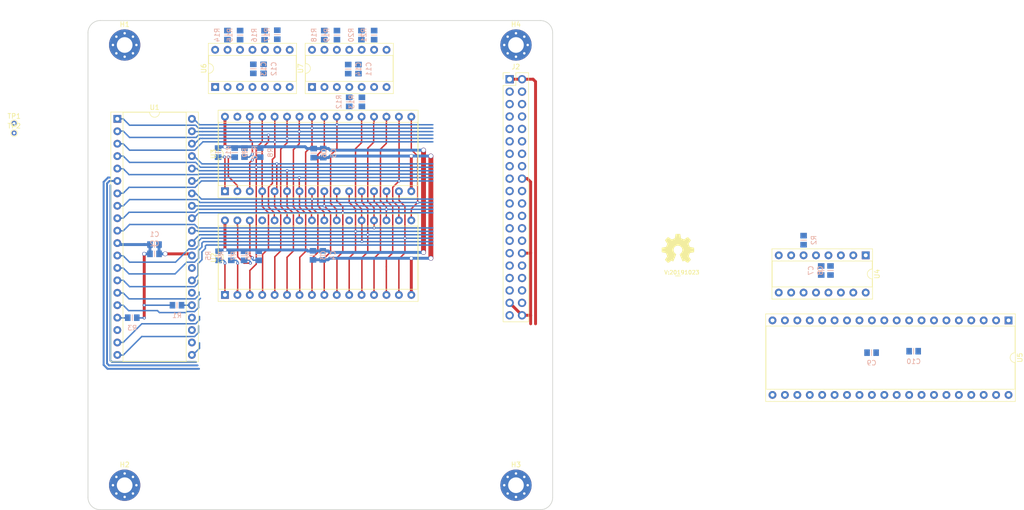
<source format=kicad_pcb>
(kicad_pcb (version 20171130) (host pcbnew 5.1.4-e60b266~84~ubuntu18.04.1)

  (general
    (thickness 1.6)
    (drawings 10)
    (tracks 545)
    (zones 0)
    (modules 51)
    (nets 62)
  )

  (page A4)
  (layers
    (0 F.Cu signal)
    (31 B.Cu signal)
    (32 B.Adhes user)
    (33 F.Adhes user)
    (34 B.Paste user)
    (35 F.Paste user)
    (36 B.SilkS user)
    (37 F.SilkS user)
    (38 B.Mask user)
    (39 F.Mask user)
    (40 Dwgs.User user)
    (41 Cmts.User user)
    (42 Eco1.User user)
    (43 Eco2.User user)
    (44 Edge.Cuts user)
    (45 Margin user)
    (46 B.CrtYd user)
    (47 F.CrtYd user)
    (48 B.Fab user)
    (49 F.Fab user)
  )

  (setup
    (last_trace_width 0.2)
    (user_trace_width 0.15)
    (user_trace_width 0.2)
    (user_trace_width 0.3)
    (user_trace_width 0.4)
    (user_trace_width 0.6)
    (user_trace_width 1)
    (user_trace_width 1.5)
    (user_trace_width 2)
    (trace_clearance 0.2)
    (zone_clearance 0.508)
    (zone_45_only no)
    (trace_min 0.127)
    (via_size 0.6)
    (via_drill 0.3)
    (via_min_size 0.6)
    (via_min_drill 0.3)
    (user_via 0.6 0.3)
    (user_via 0.65 0.4)
    (user_via 0.75 0.6)
    (user_via 0.95 0.8)
    (user_via 1.3 1)
    (user_via 1.5 1.2)
    (user_via 1.7 1.4)
    (user_via 1.9 1.6)
    (uvia_size 0.6)
    (uvia_drill 0.3)
    (uvias_allowed no)
    (uvia_min_size 0.381)
    (uvia_min_drill 0.254)
    (edge_width 0.15)
    (segment_width 0.2)
    (pcb_text_width 0.3)
    (pcb_text_size 1.5 1.5)
    (mod_edge_width 0.15)
    (mod_text_size 1 1)
    (mod_text_width 0.15)
    (pad_size 1.524 1.524)
    (pad_drill 0.762)
    (pad_to_mask_clearance 0.2)
    (aux_axis_origin 0 0)
    (visible_elements FFFFFF7F)
    (pcbplotparams
      (layerselection 0x00030_80000001)
      (usegerberextensions false)
      (usegerberattributes false)
      (usegerberadvancedattributes false)
      (creategerberjobfile false)
      (excludeedgelayer true)
      (linewidth 0.100000)
      (plotframeref false)
      (viasonmask false)
      (mode 1)
      (useauxorigin false)
      (hpglpennumber 1)
      (hpglpenspeed 20)
      (hpglpendiameter 15.000000)
      (psnegative false)
      (psa4output false)
      (plotreference true)
      (plotvalue true)
      (plotinvisibletext false)
      (padsonsilk false)
      (subtractmaskfromsilk false)
      (outputformat 1)
      (mirror false)
      (drillshape 1)
      (scaleselection 1)
      (outputdirectory ""))
  )

  (net 0 "")
  (net 1 /VSS)
  (net 2 /VDD)
  (net 3 /A10)
  (net 4 /!IORQ)
  (net 5 /A9)
  (net 6 /!MREQ)
  (net 7 /A8)
  (net 8 /A7)
  (net 9 /A6)
  (net 10 /!INT)
  (net 11 /A5)
  (net 12 /D1)
  (net 13 /A4)
  (net 14 /D0)
  (net 15 /A3)
  (net 16 /D7)
  (net 17 /A2)
  (net 18 /D2)
  (net 19 /A1)
  (net 20 /A0)
  (net 21 /D6)
  (net 22 /D5)
  (net 23 /D3)
  (net 24 /!M1)
  (net 25 /D4)
  (net 26 /!RESET)
  (net 27 /MCLK)
  (net 28 /A15)
  (net 29 /A14)
  (net 30 /A13)
  (net 31 /!WR)
  (net 32 /A12)
  (net 33 /!RD)
  (net 34 /A11)
  (net 35 /!MEM_WR)
  (net 36 /!MEM_RD)
  (net 37 /!WAIT)
  (net 38 "Net-(R2-Pad1)")
  (net 39 "Net-(R1-Pad2)")
  (net 40 /!NMI)
  (net 41 /A16_RAM)
  (net 42 /A17_RAM)
  (net 43 /A18_RAM)
  (net 44 /A17_ROM)
  (net 45 /A15_ROM)
  (net 46 /A16_ROM)
  (net 47 /A18_ROM)
  (net 48 /A15_RAM)
  (net 49 /!IEI)
  (net 50 /SEL_SIO)
  (net 51 "Net-(R12-Pad1)")
  (net 52 "Net-(R13-Pad1)")
  (net 53 "Net-(R14-Pad2)")
  (net 54 "Net-(R15-Pad2)")
  (net 55 "Net-(R16-Pad2)")
  (net 56 "Net-(R17-Pad2)")
  (net 57 "Net-(R18-Pad2)")
  (net 58 "Net-(R19-Pad2)")
  (net 59 "Net-(R20-Pad2)")
  (net 60 "Net-(R21-Pad2)")
  (net 61 /!RAM_CE)

  (net_class Default "This is the default net class."
    (clearance 0.2)
    (trace_width 0.2)
    (via_dia 0.6)
    (via_drill 0.3)
    (uvia_dia 0.6)
    (uvia_drill 0.3)
    (add_net /!IEI)
    (add_net /!INT)
    (add_net /!IORQ)
    (add_net /!M1)
    (add_net /!MEM_RD)
    (add_net /!MEM_WR)
    (add_net /!MREQ)
    (add_net /!NMI)
    (add_net /!RAM_CE)
    (add_net /!RD)
    (add_net /!RESET)
    (add_net /!WAIT)
    (add_net /!WR)
    (add_net /A0)
    (add_net /A1)
    (add_net /A10)
    (add_net /A11)
    (add_net /A12)
    (add_net /A13)
    (add_net /A14)
    (add_net /A15)
    (add_net /A15_RAM)
    (add_net /A15_ROM)
    (add_net /A16_RAM)
    (add_net /A16_ROM)
    (add_net /A17_RAM)
    (add_net /A17_ROM)
    (add_net /A18_RAM)
    (add_net /A18_ROM)
    (add_net /A2)
    (add_net /A3)
    (add_net /A4)
    (add_net /A5)
    (add_net /A6)
    (add_net /A7)
    (add_net /A8)
    (add_net /A9)
    (add_net /D0)
    (add_net /D1)
    (add_net /D2)
    (add_net /D3)
    (add_net /D4)
    (add_net /D5)
    (add_net /D6)
    (add_net /D7)
    (add_net /SEL_SIO)
    (add_net "Net-(R1-Pad2)")
    (add_net "Net-(R12-Pad1)")
    (add_net "Net-(R13-Pad1)")
    (add_net "Net-(R14-Pad2)")
    (add_net "Net-(R15-Pad2)")
    (add_net "Net-(R16-Pad2)")
    (add_net "Net-(R17-Pad2)")
    (add_net "Net-(R18-Pad2)")
    (add_net "Net-(R19-Pad2)")
    (add_net "Net-(R2-Pad1)")
    (add_net "Net-(R20-Pad2)")
    (add_net "Net-(R21-Pad2)")
    (add_net "Net-(U1-Pad23)")
    (add_net "Net-(U1-Pad28)")
    (add_net "Net-(U4-Pad10)")
    (add_net "Net-(U4-Pad11)")
    (add_net "Net-(U4-Pad12)")
    (add_net "Net-(U4-Pad13)")
    (add_net "Net-(U4-Pad15)")
    (add_net "Net-(U4-Pad7)")
    (add_net "Net-(U4-Pad9)")
    (add_net "Net-(U5-Pad10)")
    (add_net "Net-(U5-Pad11)")
    (add_net "Net-(U5-Pad12)")
    (add_net "Net-(U5-Pad13)")
    (add_net "Net-(U5-Pad14)")
    (add_net "Net-(U5-Pad15)")
    (add_net "Net-(U5-Pad16)")
    (add_net "Net-(U5-Pad17)")
    (add_net "Net-(U5-Pad18)")
    (add_net "Net-(U5-Pad19)")
    (add_net "Net-(U5-Pad22)")
    (add_net "Net-(U5-Pad23)")
    (add_net "Net-(U5-Pad24)")
    (add_net "Net-(U5-Pad25)")
    (add_net "Net-(U5-Pad26)")
    (add_net "Net-(U5-Pad27)")
    (add_net "Net-(U5-Pad28)")
    (add_net "Net-(U5-Pad29)")
    (add_net "Net-(U5-Pad30)")
    (add_net "Net-(U5-Pad7)")
    (add_net "Net-(U6-Pad11)")
    (add_net "Net-(U6-Pad8)")
    (add_net "Net-(U7-Pad11)")
    (add_net "Net-(U7-Pad6)")
    (add_net "Net-(U7-Pad8)")
  )

  (net_class CLK ""
    (clearance 0.2)
    (trace_width 0.4)
    (via_dia 0.6)
    (via_drill 0.4)
    (uvia_dia 0.6)
    (uvia_drill 0.3)
    (add_net /MCLK)
  )

  (net_class PWR ""
    (clearance 0.3)
    (trace_width 0.6)
    (via_dia 0.8)
    (via_drill 0.6)
    (uvia_dia 0.6)
    (uvia_drill 0.3)
    (add_net /VDD)
    (add_net /VSS)
  )

  (module Package_DIP:DIP-14_W7.62mm_Socket (layer F.Cu) (tedit 5A02E8C5) (tstamp 5DB11C87)
    (at 148.3 63.6 90)
    (descr "14-lead though-hole mounted DIP package, row spacing 7.62 mm (300 mils), Socket")
    (tags "THT DIP DIL PDIP 2.54mm 7.62mm 300mil Socket")
    (path /5DC0030A)
    (fp_text reference U7 (at 3.81 -2.33 90) (layer F.SilkS)
      (effects (font (size 1 1) (thickness 0.15)))
    )
    (fp_text value 74XX00 (at 3.81 17.57 90) (layer F.Fab)
      (effects (font (size 1 1) (thickness 0.15)))
    )
    (fp_text user %R (at 3.81 7.62 90) (layer F.Fab)
      (effects (font (size 1 1) (thickness 0.15)))
    )
    (fp_line (start 9.15 -1.6) (end -1.55 -1.6) (layer F.CrtYd) (width 0.05))
    (fp_line (start 9.15 16.85) (end 9.15 -1.6) (layer F.CrtYd) (width 0.05))
    (fp_line (start -1.55 16.85) (end 9.15 16.85) (layer F.CrtYd) (width 0.05))
    (fp_line (start -1.55 -1.6) (end -1.55 16.85) (layer F.CrtYd) (width 0.05))
    (fp_line (start 8.95 -1.39) (end -1.33 -1.39) (layer F.SilkS) (width 0.12))
    (fp_line (start 8.95 16.63) (end 8.95 -1.39) (layer F.SilkS) (width 0.12))
    (fp_line (start -1.33 16.63) (end 8.95 16.63) (layer F.SilkS) (width 0.12))
    (fp_line (start -1.33 -1.39) (end -1.33 16.63) (layer F.SilkS) (width 0.12))
    (fp_line (start 6.46 -1.33) (end 4.81 -1.33) (layer F.SilkS) (width 0.12))
    (fp_line (start 6.46 16.57) (end 6.46 -1.33) (layer F.SilkS) (width 0.12))
    (fp_line (start 1.16 16.57) (end 6.46 16.57) (layer F.SilkS) (width 0.12))
    (fp_line (start 1.16 -1.33) (end 1.16 16.57) (layer F.SilkS) (width 0.12))
    (fp_line (start 2.81 -1.33) (end 1.16 -1.33) (layer F.SilkS) (width 0.12))
    (fp_line (start 8.89 -1.33) (end -1.27 -1.33) (layer F.Fab) (width 0.1))
    (fp_line (start 8.89 16.57) (end 8.89 -1.33) (layer F.Fab) (width 0.1))
    (fp_line (start -1.27 16.57) (end 8.89 16.57) (layer F.Fab) (width 0.1))
    (fp_line (start -1.27 -1.33) (end -1.27 16.57) (layer F.Fab) (width 0.1))
    (fp_line (start 0.635 -0.27) (end 1.635 -1.27) (layer F.Fab) (width 0.1))
    (fp_line (start 0.635 16.51) (end 0.635 -0.27) (layer F.Fab) (width 0.1))
    (fp_line (start 6.985 16.51) (end 0.635 16.51) (layer F.Fab) (width 0.1))
    (fp_line (start 6.985 -1.27) (end 6.985 16.51) (layer F.Fab) (width 0.1))
    (fp_line (start 1.635 -1.27) (end 6.985 -1.27) (layer F.Fab) (width 0.1))
    (fp_arc (start 3.81 -1.33) (end 2.81 -1.33) (angle -180) (layer F.SilkS) (width 0.12))
    (pad 14 thru_hole oval (at 7.62 0 90) (size 1.6 1.6) (drill 0.8) (layers *.Cu *.Mask)
      (net 2 /VDD))
    (pad 7 thru_hole oval (at 0 15.24 90) (size 1.6 1.6) (drill 0.8) (layers *.Cu *.Mask)
      (net 1 /VSS))
    (pad 13 thru_hole oval (at 7.62 2.54 90) (size 1.6 1.6) (drill 0.8) (layers *.Cu *.Mask)
      (net 57 "Net-(R18-Pad2)"))
    (pad 6 thru_hole oval (at 0 12.7 90) (size 1.6 1.6) (drill 0.8) (layers *.Cu *.Mask))
    (pad 12 thru_hole oval (at 7.62 5.08 90) (size 1.6 1.6) (drill 0.8) (layers *.Cu *.Mask)
      (net 58 "Net-(R19-Pad2)"))
    (pad 5 thru_hole oval (at 0 10.16 90) (size 1.6 1.6) (drill 0.8) (layers *.Cu *.Mask)
      (net 52 "Net-(R13-Pad1)"))
    (pad 11 thru_hole oval (at 7.62 7.62 90) (size 1.6 1.6) (drill 0.8) (layers *.Cu *.Mask))
    (pad 4 thru_hole oval (at 0 7.62 90) (size 1.6 1.6) (drill 0.8) (layers *.Cu *.Mask)
      (net 51 "Net-(R12-Pad1)"))
    (pad 10 thru_hole oval (at 7.62 10.16 90) (size 1.6 1.6) (drill 0.8) (layers *.Cu *.Mask)
      (net 59 "Net-(R20-Pad2)"))
    (pad 3 thru_hole oval (at 0 5.08 90) (size 1.6 1.6) (drill 0.8) (layers *.Cu *.Mask)
      (net 61 /!RAM_CE))
    (pad 9 thru_hole oval (at 7.62 12.7 90) (size 1.6 1.6) (drill 0.8) (layers *.Cu *.Mask)
      (net 60 "Net-(R21-Pad2)"))
    (pad 2 thru_hole oval (at 0 2.54 90) (size 1.6 1.6) (drill 0.8) (layers *.Cu *.Mask)
      (net 28 /A15))
    (pad 8 thru_hole oval (at 7.62 15.24 90) (size 1.6 1.6) (drill 0.8) (layers *.Cu *.Mask))
    (pad 1 thru_hole rect (at 0 0 90) (size 1.6 1.6) (drill 0.8) (layers *.Cu *.Mask)
      (net 28 /A15))
    (model ${KISYS3DMOD}/Package_DIP.3dshapes/DIP-14_W7.62mm_Socket.wrl
      (at (xyz 0 0 0))
      (scale (xyz 1 1 1))
      (rotate (xyz 0 0 0))
    )
  )

  (module Package_DIP:DIP-14_W7.62mm_Socket (layer F.Cu) (tedit 5A02E8C5) (tstamp 5DB11E51)
    (at 128.5 63.6 90)
    (descr "14-lead though-hole mounted DIP package, row spacing 7.62 mm (300 mils), Socket")
    (tags "THT DIP DIL PDIP 2.54mm 7.62mm 300mil Socket")
    (path /5DC00CEE)
    (fp_text reference U6 (at 3.81 -2.33 90) (layer F.SilkS)
      (effects (font (size 1 1) (thickness 0.15)))
    )
    (fp_text value 74XX32 (at 3.81 17.57 90) (layer F.Fab)
      (effects (font (size 1 1) (thickness 0.15)))
    )
    (fp_text user %R (at 3.81 7.62 90) (layer F.Fab)
      (effects (font (size 1 1) (thickness 0.15)))
    )
    (fp_line (start 9.15 -1.6) (end -1.55 -1.6) (layer F.CrtYd) (width 0.05))
    (fp_line (start 9.15 16.85) (end 9.15 -1.6) (layer F.CrtYd) (width 0.05))
    (fp_line (start -1.55 16.85) (end 9.15 16.85) (layer F.CrtYd) (width 0.05))
    (fp_line (start -1.55 -1.6) (end -1.55 16.85) (layer F.CrtYd) (width 0.05))
    (fp_line (start 8.95 -1.39) (end -1.33 -1.39) (layer F.SilkS) (width 0.12))
    (fp_line (start 8.95 16.63) (end 8.95 -1.39) (layer F.SilkS) (width 0.12))
    (fp_line (start -1.33 16.63) (end 8.95 16.63) (layer F.SilkS) (width 0.12))
    (fp_line (start -1.33 -1.39) (end -1.33 16.63) (layer F.SilkS) (width 0.12))
    (fp_line (start 6.46 -1.33) (end 4.81 -1.33) (layer F.SilkS) (width 0.12))
    (fp_line (start 6.46 16.57) (end 6.46 -1.33) (layer F.SilkS) (width 0.12))
    (fp_line (start 1.16 16.57) (end 6.46 16.57) (layer F.SilkS) (width 0.12))
    (fp_line (start 1.16 -1.33) (end 1.16 16.57) (layer F.SilkS) (width 0.12))
    (fp_line (start 2.81 -1.33) (end 1.16 -1.33) (layer F.SilkS) (width 0.12))
    (fp_line (start 8.89 -1.33) (end -1.27 -1.33) (layer F.Fab) (width 0.1))
    (fp_line (start 8.89 16.57) (end 8.89 -1.33) (layer F.Fab) (width 0.1))
    (fp_line (start -1.27 16.57) (end 8.89 16.57) (layer F.Fab) (width 0.1))
    (fp_line (start -1.27 -1.33) (end -1.27 16.57) (layer F.Fab) (width 0.1))
    (fp_line (start 0.635 -0.27) (end 1.635 -1.27) (layer F.Fab) (width 0.1))
    (fp_line (start 0.635 16.51) (end 0.635 -0.27) (layer F.Fab) (width 0.1))
    (fp_line (start 6.985 16.51) (end 0.635 16.51) (layer F.Fab) (width 0.1))
    (fp_line (start 6.985 -1.27) (end 6.985 16.51) (layer F.Fab) (width 0.1))
    (fp_line (start 1.635 -1.27) (end 6.985 -1.27) (layer F.Fab) (width 0.1))
    (fp_arc (start 3.81 -1.33) (end 2.81 -1.33) (angle -180) (layer F.SilkS) (width 0.12))
    (pad 14 thru_hole oval (at 7.62 0 90) (size 1.6 1.6) (drill 0.8) (layers *.Cu *.Mask)
      (net 2 /VDD))
    (pad 7 thru_hole oval (at 0 15.24 90) (size 1.6 1.6) (drill 0.8) (layers *.Cu *.Mask)
      (net 1 /VSS))
    (pad 13 thru_hole oval (at 7.62 2.54 90) (size 1.6 1.6) (drill 0.8) (layers *.Cu *.Mask)
      (net 53 "Net-(R14-Pad2)"))
    (pad 6 thru_hole oval (at 0 12.7 90) (size 1.6 1.6) (drill 0.8) (layers *.Cu *.Mask)
      (net 36 /!MEM_RD))
    (pad 12 thru_hole oval (at 7.62 5.08 90) (size 1.6 1.6) (drill 0.8) (layers *.Cu *.Mask)
      (net 54 "Net-(R15-Pad2)"))
    (pad 5 thru_hole oval (at 0 10.16 90) (size 1.6 1.6) (drill 0.8) (layers *.Cu *.Mask)
      (net 33 /!RD))
    (pad 11 thru_hole oval (at 7.62 7.62 90) (size 1.6 1.6) (drill 0.8) (layers *.Cu *.Mask))
    (pad 4 thru_hole oval (at 0 7.62 90) (size 1.6 1.6) (drill 0.8) (layers *.Cu *.Mask)
      (net 6 /!MREQ))
    (pad 10 thru_hole oval (at 7.62 10.16 90) (size 1.6 1.6) (drill 0.8) (layers *.Cu *.Mask)
      (net 55 "Net-(R16-Pad2)"))
    (pad 3 thru_hole oval (at 0 5.08 90) (size 1.6 1.6) (drill 0.8) (layers *.Cu *.Mask)
      (net 35 /!MEM_WR))
    (pad 9 thru_hole oval (at 7.62 12.7 90) (size 1.6 1.6) (drill 0.8) (layers *.Cu *.Mask)
      (net 56 "Net-(R17-Pad2)"))
    (pad 2 thru_hole oval (at 0 2.54 90) (size 1.6 1.6) (drill 0.8) (layers *.Cu *.Mask)
      (net 31 /!WR))
    (pad 8 thru_hole oval (at 7.62 15.24 90) (size 1.6 1.6) (drill 0.8) (layers *.Cu *.Mask))
    (pad 1 thru_hole rect (at 0 0 90) (size 1.6 1.6) (drill 0.8) (layers *.Cu *.Mask)
      (net 6 /!MREQ))
    (model ${KISYS3DMOD}/Package_DIP.3dshapes/DIP-14_W7.62mm_Socket.wrl
      (at (xyz 0 0 0))
      (scale (xyz 1 1 1))
      (rotate (xyz 0 0 0))
    )
  )

  (module SquantorRcl:C_0805+0603 (layer B.Cu) (tedit 5D4424FD) (tstamp 5DB119C5)
    (at 161 52.975 270)
    (descr "Capacitor SMD 0805 and 0603 pad sizes, reflow soldering, based on AVX dimensions")
    (tags "capacitor 0805 0603 mixed")
    (path /5DE2BC9B)
    (attr smd)
    (fp_text reference R21 (at 0 2.1 90) (layer B.SilkS)
      (effects (font (size 1 1) (thickness 0.15)) (justify mirror))
    )
    (fp_text value 10k (at 0 -2.1 90) (layer B.Fab)
      (effects (font (size 1 1) (thickness 0.15)) (justify mirror))
    )
    (fp_line (start 0 0.6) (end 0 -0.6) (layer B.SilkS) (width 0.15))
    (fp_line (start -0.9 -0.625) (end -0.9 0.625) (layer B.Fab) (width 0.1))
    (fp_line (start 0.9 -0.625) (end -0.9 -0.625) (layer B.Fab) (width 0.1))
    (fp_line (start 0.9 0.625) (end 0.9 -0.625) (layer B.Fab) (width 0.1))
    (fp_line (start -0.9 0.625) (end 0.9 0.625) (layer B.Fab) (width 0.1))
    (fp_line (start -1.75 0.95) (end 1.75 0.95) (layer B.CrtYd) (width 0.05))
    (fp_line (start -1.75 -0.95) (end 1.75 -0.95) (layer B.CrtYd) (width 0.05))
    (fp_line (start -1.75 0.95) (end -1.75 -0.95) (layer B.CrtYd) (width 0.05))
    (fp_line (start 1.75 0.95) (end 1.75 -0.95) (layer B.CrtYd) (width 0.05))
    (pad 1 smd rect (at -0.925 0 270) (size 1.15 1.35) (layers B.Cu B.Paste B.Mask)
      (net 2 /VDD))
    (pad 2 smd rect (at 0.925 0 270) (size 1.15 1.35) (layers B.Cu B.Paste B.Mask)
      (net 60 "Net-(R21-Pad2)"))
    (model ${KISYS3DMOD}/Capacitor_SMD.3dshapes/C_0805_2012Metric.step
      (at (xyz 0 0 0))
      (scale (xyz 1 1 1))
      (rotate (xyz 0 0 0))
    )
  )

  (module SquantorRcl:C_0805+0603 (layer B.Cu) (tedit 5D4424FD) (tstamp 5DB119B6)
    (at 158.4 52.975 270)
    (descr "Capacitor SMD 0805 and 0603 pad sizes, reflow soldering, based on AVX dimensions")
    (tags "capacitor 0805 0603 mixed")
    (path /5DE29107)
    (attr smd)
    (fp_text reference R20 (at 0 2.1 90) (layer B.SilkS)
      (effects (font (size 1 1) (thickness 0.15)) (justify mirror))
    )
    (fp_text value 10k (at 0 -2.1 90) (layer B.Fab)
      (effects (font (size 1 1) (thickness 0.15)) (justify mirror))
    )
    (fp_line (start 0 0.6) (end 0 -0.6) (layer B.SilkS) (width 0.15))
    (fp_line (start -0.9 -0.625) (end -0.9 0.625) (layer B.Fab) (width 0.1))
    (fp_line (start 0.9 -0.625) (end -0.9 -0.625) (layer B.Fab) (width 0.1))
    (fp_line (start 0.9 0.625) (end 0.9 -0.625) (layer B.Fab) (width 0.1))
    (fp_line (start -0.9 0.625) (end 0.9 0.625) (layer B.Fab) (width 0.1))
    (fp_line (start -1.75 0.95) (end 1.75 0.95) (layer B.CrtYd) (width 0.05))
    (fp_line (start -1.75 -0.95) (end 1.75 -0.95) (layer B.CrtYd) (width 0.05))
    (fp_line (start -1.75 0.95) (end -1.75 -0.95) (layer B.CrtYd) (width 0.05))
    (fp_line (start 1.75 0.95) (end 1.75 -0.95) (layer B.CrtYd) (width 0.05))
    (pad 1 smd rect (at -0.925 0 270) (size 1.15 1.35) (layers B.Cu B.Paste B.Mask)
      (net 2 /VDD))
    (pad 2 smd rect (at 0.925 0 270) (size 1.15 1.35) (layers B.Cu B.Paste B.Mask)
      (net 59 "Net-(R20-Pad2)"))
    (model ${KISYS3DMOD}/Capacitor_SMD.3dshapes/C_0805_2012Metric.step
      (at (xyz 0 0 0))
      (scale (xyz 1 1 1))
      (rotate (xyz 0 0 0))
    )
  )

  (module SquantorRcl:C_0805+0603 (layer B.Cu) (tedit 5D4424FD) (tstamp 5DB119A7)
    (at 153.4 52.975 270)
    (descr "Capacitor SMD 0805 and 0603 pad sizes, reflow soldering, based on AVX dimensions")
    (tags "capacitor 0805 0603 mixed")
    (path /5DE2C060)
    (attr smd)
    (fp_text reference R19 (at 0 2.1 90) (layer B.SilkS)
      (effects (font (size 1 1) (thickness 0.15)) (justify mirror))
    )
    (fp_text value 10k (at 0 -2.1 90) (layer B.Fab)
      (effects (font (size 1 1) (thickness 0.15)) (justify mirror))
    )
    (fp_line (start 0 0.6) (end 0 -0.6) (layer B.SilkS) (width 0.15))
    (fp_line (start -0.9 -0.625) (end -0.9 0.625) (layer B.Fab) (width 0.1))
    (fp_line (start 0.9 -0.625) (end -0.9 -0.625) (layer B.Fab) (width 0.1))
    (fp_line (start 0.9 0.625) (end 0.9 -0.625) (layer B.Fab) (width 0.1))
    (fp_line (start -0.9 0.625) (end 0.9 0.625) (layer B.Fab) (width 0.1))
    (fp_line (start -1.75 0.95) (end 1.75 0.95) (layer B.CrtYd) (width 0.05))
    (fp_line (start -1.75 -0.95) (end 1.75 -0.95) (layer B.CrtYd) (width 0.05))
    (fp_line (start -1.75 0.95) (end -1.75 -0.95) (layer B.CrtYd) (width 0.05))
    (fp_line (start 1.75 0.95) (end 1.75 -0.95) (layer B.CrtYd) (width 0.05))
    (pad 1 smd rect (at -0.925 0 270) (size 1.15 1.35) (layers B.Cu B.Paste B.Mask)
      (net 2 /VDD))
    (pad 2 smd rect (at 0.925 0 270) (size 1.15 1.35) (layers B.Cu B.Paste B.Mask)
      (net 58 "Net-(R19-Pad2)"))
    (model ${KISYS3DMOD}/Capacitor_SMD.3dshapes/C_0805_2012Metric.step
      (at (xyz 0 0 0))
      (scale (xyz 1 1 1))
      (rotate (xyz 0 0 0))
    )
  )

  (module SquantorRcl:C_0805+0603 (layer B.Cu) (tedit 5D4424FD) (tstamp 5DB11998)
    (at 150.8 52.975 270)
    (descr "Capacitor SMD 0805 and 0603 pad sizes, reflow soldering, based on AVX dimensions")
    (tags "capacitor 0805 0603 mixed")
    (path /5DE2C56B)
    (attr smd)
    (fp_text reference R18 (at 0 2.1 90) (layer B.SilkS)
      (effects (font (size 1 1) (thickness 0.15)) (justify mirror))
    )
    (fp_text value 10k (at 0 -2.1 90) (layer B.Fab)
      (effects (font (size 1 1) (thickness 0.15)) (justify mirror))
    )
    (fp_line (start 0 0.6) (end 0 -0.6) (layer B.SilkS) (width 0.15))
    (fp_line (start -0.9 -0.625) (end -0.9 0.625) (layer B.Fab) (width 0.1))
    (fp_line (start 0.9 -0.625) (end -0.9 -0.625) (layer B.Fab) (width 0.1))
    (fp_line (start 0.9 0.625) (end 0.9 -0.625) (layer B.Fab) (width 0.1))
    (fp_line (start -0.9 0.625) (end 0.9 0.625) (layer B.Fab) (width 0.1))
    (fp_line (start -1.75 0.95) (end 1.75 0.95) (layer B.CrtYd) (width 0.05))
    (fp_line (start -1.75 -0.95) (end 1.75 -0.95) (layer B.CrtYd) (width 0.05))
    (fp_line (start -1.75 0.95) (end -1.75 -0.95) (layer B.CrtYd) (width 0.05))
    (fp_line (start 1.75 0.95) (end 1.75 -0.95) (layer B.CrtYd) (width 0.05))
    (pad 1 smd rect (at -0.925 0 270) (size 1.15 1.35) (layers B.Cu B.Paste B.Mask)
      (net 2 /VDD))
    (pad 2 smd rect (at 0.925 0 270) (size 1.15 1.35) (layers B.Cu B.Paste B.Mask)
      (net 57 "Net-(R18-Pad2)"))
    (model ${KISYS3DMOD}/Capacitor_SMD.3dshapes/C_0805_2012Metric.step
      (at (xyz 0 0 0))
      (scale (xyz 1 1 1))
      (rotate (xyz 0 0 0))
    )
  )

  (module SquantorRcl:C_0805+0603 (layer B.Cu) (tedit 5D4424FD) (tstamp 5DB11989)
    (at 141.2 52.9 270)
    (descr "Capacitor SMD 0805 and 0603 pad sizes, reflow soldering, based on AVX dimensions")
    (tags "capacitor 0805 0603 mixed")
    (path /5DF6C07E)
    (attr smd)
    (fp_text reference R17 (at 0 2.1 90) (layer B.SilkS)
      (effects (font (size 1 1) (thickness 0.15)) (justify mirror))
    )
    (fp_text value 10k (at 0 -2.1 90) (layer B.Fab)
      (effects (font (size 1 1) (thickness 0.15)) (justify mirror))
    )
    (fp_line (start 0 0.6) (end 0 -0.6) (layer B.SilkS) (width 0.15))
    (fp_line (start -0.9 -0.625) (end -0.9 0.625) (layer B.Fab) (width 0.1))
    (fp_line (start 0.9 -0.625) (end -0.9 -0.625) (layer B.Fab) (width 0.1))
    (fp_line (start 0.9 0.625) (end 0.9 -0.625) (layer B.Fab) (width 0.1))
    (fp_line (start -0.9 0.625) (end 0.9 0.625) (layer B.Fab) (width 0.1))
    (fp_line (start -1.75 0.95) (end 1.75 0.95) (layer B.CrtYd) (width 0.05))
    (fp_line (start -1.75 -0.95) (end 1.75 -0.95) (layer B.CrtYd) (width 0.05))
    (fp_line (start -1.75 0.95) (end -1.75 -0.95) (layer B.CrtYd) (width 0.05))
    (fp_line (start 1.75 0.95) (end 1.75 -0.95) (layer B.CrtYd) (width 0.05))
    (pad 1 smd rect (at -0.925 0 270) (size 1.15 1.35) (layers B.Cu B.Paste B.Mask)
      (net 2 /VDD))
    (pad 2 smd rect (at 0.925 0 270) (size 1.15 1.35) (layers B.Cu B.Paste B.Mask)
      (net 56 "Net-(R17-Pad2)"))
    (model ${KISYS3DMOD}/Capacitor_SMD.3dshapes/C_0805_2012Metric.step
      (at (xyz 0 0 0))
      (scale (xyz 1 1 1))
      (rotate (xyz 0 0 0))
    )
  )

  (module SquantorRcl:C_0805+0603 (layer B.Cu) (tedit 5D4424FD) (tstamp 5DB1197A)
    (at 138.6 53 270)
    (descr "Capacitor SMD 0805 and 0603 pad sizes, reflow soldering, based on AVX dimensions")
    (tags "capacitor 0805 0603 mixed")
    (path /5DF6CCEE)
    (attr smd)
    (fp_text reference R16 (at 0 2.1 90) (layer B.SilkS)
      (effects (font (size 1 1) (thickness 0.15)) (justify mirror))
    )
    (fp_text value 10k (at 0 -2.1 90) (layer B.Fab)
      (effects (font (size 1 1) (thickness 0.15)) (justify mirror))
    )
    (fp_line (start 0 0.6) (end 0 -0.6) (layer B.SilkS) (width 0.15))
    (fp_line (start -0.9 -0.625) (end -0.9 0.625) (layer B.Fab) (width 0.1))
    (fp_line (start 0.9 -0.625) (end -0.9 -0.625) (layer B.Fab) (width 0.1))
    (fp_line (start 0.9 0.625) (end 0.9 -0.625) (layer B.Fab) (width 0.1))
    (fp_line (start -0.9 0.625) (end 0.9 0.625) (layer B.Fab) (width 0.1))
    (fp_line (start -1.75 0.95) (end 1.75 0.95) (layer B.CrtYd) (width 0.05))
    (fp_line (start -1.75 -0.95) (end 1.75 -0.95) (layer B.CrtYd) (width 0.05))
    (fp_line (start -1.75 0.95) (end -1.75 -0.95) (layer B.CrtYd) (width 0.05))
    (fp_line (start 1.75 0.95) (end 1.75 -0.95) (layer B.CrtYd) (width 0.05))
    (pad 1 smd rect (at -0.925 0 270) (size 1.15 1.35) (layers B.Cu B.Paste B.Mask)
      (net 2 /VDD))
    (pad 2 smd rect (at 0.925 0 270) (size 1.15 1.35) (layers B.Cu B.Paste B.Mask)
      (net 55 "Net-(R16-Pad2)"))
    (model ${KISYS3DMOD}/Capacitor_SMD.3dshapes/C_0805_2012Metric.step
      (at (xyz 0 0 0))
      (scale (xyz 1 1 1))
      (rotate (xyz 0 0 0))
    )
  )

  (module SquantorRcl:C_0805+0603 (layer B.Cu) (tedit 5D4424FD) (tstamp 5DB1196B)
    (at 133.6 52.975 270)
    (descr "Capacitor SMD 0805 and 0603 pad sizes, reflow soldering, based on AVX dimensions")
    (tags "capacitor 0805 0603 mixed")
    (path /5DF6CF14)
    (attr smd)
    (fp_text reference R15 (at 0 2.1 90) (layer B.SilkS)
      (effects (font (size 1 1) (thickness 0.15)) (justify mirror))
    )
    (fp_text value 10k (at 0 -2.1 90) (layer B.Fab)
      (effects (font (size 1 1) (thickness 0.15)) (justify mirror))
    )
    (fp_line (start 0 0.6) (end 0 -0.6) (layer B.SilkS) (width 0.15))
    (fp_line (start -0.9 -0.625) (end -0.9 0.625) (layer B.Fab) (width 0.1))
    (fp_line (start 0.9 -0.625) (end -0.9 -0.625) (layer B.Fab) (width 0.1))
    (fp_line (start 0.9 0.625) (end 0.9 -0.625) (layer B.Fab) (width 0.1))
    (fp_line (start -0.9 0.625) (end 0.9 0.625) (layer B.Fab) (width 0.1))
    (fp_line (start -1.75 0.95) (end 1.75 0.95) (layer B.CrtYd) (width 0.05))
    (fp_line (start -1.75 -0.95) (end 1.75 -0.95) (layer B.CrtYd) (width 0.05))
    (fp_line (start -1.75 0.95) (end -1.75 -0.95) (layer B.CrtYd) (width 0.05))
    (fp_line (start 1.75 0.95) (end 1.75 -0.95) (layer B.CrtYd) (width 0.05))
    (pad 1 smd rect (at -0.925 0 270) (size 1.15 1.35) (layers B.Cu B.Paste B.Mask)
      (net 2 /VDD))
    (pad 2 smd rect (at 0.925 0 270) (size 1.15 1.35) (layers B.Cu B.Paste B.Mask)
      (net 54 "Net-(R15-Pad2)"))
    (model ${KISYS3DMOD}/Capacitor_SMD.3dshapes/C_0805_2012Metric.step
      (at (xyz 0 0 0))
      (scale (xyz 1 1 1))
      (rotate (xyz 0 0 0))
    )
  )

  (module SquantorRcl:C_0805+0603 (layer B.Cu) (tedit 5D4424FD) (tstamp 5DB1195C)
    (at 131 52.975 270)
    (descr "Capacitor SMD 0805 and 0603 pad sizes, reflow soldering, based on AVX dimensions")
    (tags "capacitor 0805 0603 mixed")
    (path /5DF6D2CC)
    (attr smd)
    (fp_text reference R14 (at 0 2.1 90) (layer B.SilkS)
      (effects (font (size 1 1) (thickness 0.15)) (justify mirror))
    )
    (fp_text value 10k (at 0 -2.1 90) (layer B.Fab)
      (effects (font (size 1 1) (thickness 0.15)) (justify mirror))
    )
    (fp_line (start 0 0.6) (end 0 -0.6) (layer B.SilkS) (width 0.15))
    (fp_line (start -0.9 -0.625) (end -0.9 0.625) (layer B.Fab) (width 0.1))
    (fp_line (start 0.9 -0.625) (end -0.9 -0.625) (layer B.Fab) (width 0.1))
    (fp_line (start 0.9 0.625) (end 0.9 -0.625) (layer B.Fab) (width 0.1))
    (fp_line (start -0.9 0.625) (end 0.9 0.625) (layer B.Fab) (width 0.1))
    (fp_line (start -1.75 0.95) (end 1.75 0.95) (layer B.CrtYd) (width 0.05))
    (fp_line (start -1.75 -0.95) (end 1.75 -0.95) (layer B.CrtYd) (width 0.05))
    (fp_line (start -1.75 0.95) (end -1.75 -0.95) (layer B.CrtYd) (width 0.05))
    (fp_line (start 1.75 0.95) (end 1.75 -0.95) (layer B.CrtYd) (width 0.05))
    (pad 1 smd rect (at -0.925 0 270) (size 1.15 1.35) (layers B.Cu B.Paste B.Mask)
      (net 2 /VDD))
    (pad 2 smd rect (at 0.925 0 270) (size 1.15 1.35) (layers B.Cu B.Paste B.Mask)
      (net 53 "Net-(R14-Pad2)"))
    (model ${KISYS3DMOD}/Capacitor_SMD.3dshapes/C_0805_2012Metric.step
      (at (xyz 0 0 0))
      (scale (xyz 1 1 1))
      (rotate (xyz 0 0 0))
    )
  )

  (module SquantorRcl:C_0805+0603 (layer B.Cu) (tedit 5D4424FD) (tstamp 5DB1194D)
    (at 158.5 66.625 270)
    (descr "Capacitor SMD 0805 and 0603 pad sizes, reflow soldering, based on AVX dimensions")
    (tags "capacitor 0805 0603 mixed")
    (path /5DD4C5C2)
    (attr smd)
    (fp_text reference R13 (at 0 2.1 90) (layer B.SilkS)
      (effects (font (size 1 1) (thickness 0.15)) (justify mirror))
    )
    (fp_text value 10k (at 0 -2.1 90) (layer B.Fab)
      (effects (font (size 1 1) (thickness 0.15)) (justify mirror))
    )
    (fp_line (start 0 0.6) (end 0 -0.6) (layer B.SilkS) (width 0.15))
    (fp_line (start -0.9 -0.625) (end -0.9 0.625) (layer B.Fab) (width 0.1))
    (fp_line (start 0.9 -0.625) (end -0.9 -0.625) (layer B.Fab) (width 0.1))
    (fp_line (start 0.9 0.625) (end 0.9 -0.625) (layer B.Fab) (width 0.1))
    (fp_line (start -0.9 0.625) (end 0.9 0.625) (layer B.Fab) (width 0.1))
    (fp_line (start -1.75 0.95) (end 1.75 0.95) (layer B.CrtYd) (width 0.05))
    (fp_line (start -1.75 -0.95) (end 1.75 -0.95) (layer B.CrtYd) (width 0.05))
    (fp_line (start -1.75 0.95) (end -1.75 -0.95) (layer B.CrtYd) (width 0.05))
    (fp_line (start 1.75 0.95) (end 1.75 -0.95) (layer B.CrtYd) (width 0.05))
    (pad 1 smd rect (at -0.925 0 270) (size 1.15 1.35) (layers B.Cu B.Paste B.Mask)
      (net 52 "Net-(R13-Pad1)"))
    (pad 2 smd rect (at 0.925 0 270) (size 1.15 1.35) (layers B.Cu B.Paste B.Mask)
      (net 1 /VSS))
    (model ${KISYS3DMOD}/Capacitor_SMD.3dshapes/C_0805_2012Metric.step
      (at (xyz 0 0 0))
      (scale (xyz 1 1 1))
      (rotate (xyz 0 0 0))
    )
  )

  (module SquantorRcl:C_0805+0603 (layer B.Cu) (tedit 5D4424FD) (tstamp 5DB1193E)
    (at 155.9 66.625 270)
    (descr "Capacitor SMD 0805 and 0603 pad sizes, reflow soldering, based on AVX dimensions")
    (tags "capacitor 0805 0603 mixed")
    (path /5DD4ADBF)
    (attr smd)
    (fp_text reference R12 (at 0 2.1 90) (layer B.SilkS)
      (effects (font (size 1 1) (thickness 0.15)) (justify mirror))
    )
    (fp_text value 10k (at 0 -2.1 90) (layer B.Fab)
      (effects (font (size 1 1) (thickness 0.15)) (justify mirror))
    )
    (fp_line (start 0 0.6) (end 0 -0.6) (layer B.SilkS) (width 0.15))
    (fp_line (start -0.9 -0.625) (end -0.9 0.625) (layer B.Fab) (width 0.1))
    (fp_line (start 0.9 -0.625) (end -0.9 -0.625) (layer B.Fab) (width 0.1))
    (fp_line (start 0.9 0.625) (end 0.9 -0.625) (layer B.Fab) (width 0.1))
    (fp_line (start -0.9 0.625) (end 0.9 0.625) (layer B.Fab) (width 0.1))
    (fp_line (start -1.75 0.95) (end 1.75 0.95) (layer B.CrtYd) (width 0.05))
    (fp_line (start -1.75 -0.95) (end 1.75 -0.95) (layer B.CrtYd) (width 0.05))
    (fp_line (start -1.75 0.95) (end -1.75 -0.95) (layer B.CrtYd) (width 0.05))
    (fp_line (start 1.75 0.95) (end 1.75 -0.95) (layer B.CrtYd) (width 0.05))
    (pad 1 smd rect (at -0.925 0 270) (size 1.15 1.35) (layers B.Cu B.Paste B.Mask)
      (net 51 "Net-(R12-Pad1)"))
    (pad 2 smd rect (at 0.925 0 270) (size 1.15 1.35) (layers B.Cu B.Paste B.Mask)
      (net 1 /VSS))
    (model ${KISYS3DMOD}/Capacitor_SMD.3dshapes/C_0805_2012Metric.step
      (at (xyz 0 0 0))
      (scale (xyz 1 1 1))
      (rotate (xyz 0 0 0))
    )
  )

  (module SquantorRcl:C_0805+0603 (layer B.Cu) (tedit 5D4424FD) (tstamp 5DB116FD)
    (at 155.7 59.925 90)
    (descr "Capacitor SMD 0805 and 0603 pad sizes, reflow soldering, based on AVX dimensions")
    (tags "capacitor 0805 0603 mixed")
    (path /5DC0B61F)
    (attr smd)
    (fp_text reference C14 (at 0 2.1 90) (layer B.SilkS)
      (effects (font (size 1 1) (thickness 0.15)) (justify mirror))
    )
    (fp_text value 100n (at 0 -2.1 90) (layer B.Fab)
      (effects (font (size 1 1) (thickness 0.15)) (justify mirror))
    )
    (fp_line (start 0 0.6) (end 0 -0.6) (layer B.SilkS) (width 0.15))
    (fp_line (start -0.9 -0.625) (end -0.9 0.625) (layer B.Fab) (width 0.1))
    (fp_line (start 0.9 -0.625) (end -0.9 -0.625) (layer B.Fab) (width 0.1))
    (fp_line (start 0.9 0.625) (end 0.9 -0.625) (layer B.Fab) (width 0.1))
    (fp_line (start -0.9 0.625) (end 0.9 0.625) (layer B.Fab) (width 0.1))
    (fp_line (start -1.75 0.95) (end 1.75 0.95) (layer B.CrtYd) (width 0.05))
    (fp_line (start -1.75 -0.95) (end 1.75 -0.95) (layer B.CrtYd) (width 0.05))
    (fp_line (start -1.75 0.95) (end -1.75 -0.95) (layer B.CrtYd) (width 0.05))
    (fp_line (start 1.75 0.95) (end 1.75 -0.95) (layer B.CrtYd) (width 0.05))
    (pad 1 smd rect (at -0.925 0 90) (size 1.15 1.35) (layers B.Cu B.Paste B.Mask)
      (net 1 /VSS))
    (pad 2 smd rect (at 0.925 0 90) (size 1.15 1.35) (layers B.Cu B.Paste B.Mask)
      (net 2 /VDD))
    (model ${KISYS3DMOD}/Capacitor_SMD.3dshapes/C_0805_2012Metric.step
      (at (xyz 0 0 0))
      (scale (xyz 1 1 1))
      (rotate (xyz 0 0 0))
    )
  )

  (module SquantorRcl:C_0805+0603 (layer B.Cu) (tedit 5D4424FD) (tstamp 5DB116EE)
    (at 136.3 59.875 90)
    (descr "Capacitor SMD 0805 and 0603 pad sizes, reflow soldering, based on AVX dimensions")
    (tags "capacitor 0805 0603 mixed")
    (path /5DB40C38)
    (attr smd)
    (fp_text reference C13 (at 0 2.1 90) (layer B.SilkS)
      (effects (font (size 1 1) (thickness 0.15)) (justify mirror))
    )
    (fp_text value 100n (at 0 -2.1 90) (layer B.Fab)
      (effects (font (size 1 1) (thickness 0.15)) (justify mirror))
    )
    (fp_line (start 0 0.6) (end 0 -0.6) (layer B.SilkS) (width 0.15))
    (fp_line (start -0.9 -0.625) (end -0.9 0.625) (layer B.Fab) (width 0.1))
    (fp_line (start 0.9 -0.625) (end -0.9 -0.625) (layer B.Fab) (width 0.1))
    (fp_line (start 0.9 0.625) (end 0.9 -0.625) (layer B.Fab) (width 0.1))
    (fp_line (start -0.9 0.625) (end 0.9 0.625) (layer B.Fab) (width 0.1))
    (fp_line (start -1.75 0.95) (end 1.75 0.95) (layer B.CrtYd) (width 0.05))
    (fp_line (start -1.75 -0.95) (end 1.75 -0.95) (layer B.CrtYd) (width 0.05))
    (fp_line (start -1.75 0.95) (end -1.75 -0.95) (layer B.CrtYd) (width 0.05))
    (fp_line (start 1.75 0.95) (end 1.75 -0.95) (layer B.CrtYd) (width 0.05))
    (pad 1 smd rect (at -0.925 0 90) (size 1.15 1.35) (layers B.Cu B.Paste B.Mask)
      (net 1 /VSS))
    (pad 2 smd rect (at 0.925 0 90) (size 1.15 1.35) (layers B.Cu B.Paste B.Mask)
      (net 2 /VDD))
    (model ${KISYS3DMOD}/Capacitor_SMD.3dshapes/C_0805_2012Metric.step
      (at (xyz 0 0 0))
      (scale (xyz 1 1 1))
      (rotate (xyz 0 0 0))
    )
  )

  (module SquantorRcl:C_0805+0603 (layer B.Cu) (tedit 5D4424FD) (tstamp 5DB116DF)
    (at 138.4 59.875 90)
    (descr "Capacitor SMD 0805 and 0603 pad sizes, reflow soldering, based on AVX dimensions")
    (tags "capacitor 0805 0603 mixed")
    (path /5DC0B613)
    (attr smd)
    (fp_text reference C12 (at 0 2.1 90) (layer B.SilkS)
      (effects (font (size 1 1) (thickness 0.15)) (justify mirror))
    )
    (fp_text value 1u (at 0 -2.1 90) (layer B.Fab)
      (effects (font (size 1 1) (thickness 0.15)) (justify mirror))
    )
    (fp_line (start 0 0.6) (end 0 -0.6) (layer B.SilkS) (width 0.15))
    (fp_line (start -0.9 -0.625) (end -0.9 0.625) (layer B.Fab) (width 0.1))
    (fp_line (start 0.9 -0.625) (end -0.9 -0.625) (layer B.Fab) (width 0.1))
    (fp_line (start 0.9 0.625) (end 0.9 -0.625) (layer B.Fab) (width 0.1))
    (fp_line (start -0.9 0.625) (end 0.9 0.625) (layer B.Fab) (width 0.1))
    (fp_line (start -1.75 0.95) (end 1.75 0.95) (layer B.CrtYd) (width 0.05))
    (fp_line (start -1.75 -0.95) (end 1.75 -0.95) (layer B.CrtYd) (width 0.05))
    (fp_line (start -1.75 0.95) (end -1.75 -0.95) (layer B.CrtYd) (width 0.05))
    (fp_line (start 1.75 0.95) (end 1.75 -0.95) (layer B.CrtYd) (width 0.05))
    (pad 1 smd rect (at -0.925 0 90) (size 1.15 1.35) (layers B.Cu B.Paste B.Mask)
      (net 1 /VSS))
    (pad 2 smd rect (at 0.925 0 90) (size 1.15 1.35) (layers B.Cu B.Paste B.Mask)
      (net 2 /VDD))
    (model ${KISYS3DMOD}/Capacitor_SMD.3dshapes/C_0805_2012Metric.step
      (at (xyz 0 0 0))
      (scale (xyz 1 1 1))
      (rotate (xyz 0 0 0))
    )
  )

  (module SquantorRcl:C_0805+0603 (layer B.Cu) (tedit 5D4424FD) (tstamp 5DB116D0)
    (at 157.8 59.925 90)
    (descr "Capacitor SMD 0805 and 0603 pad sizes, reflow soldering, based on AVX dimensions")
    (tags "capacitor 0805 0603 mixed")
    (path /5DB40C2C)
    (attr smd)
    (fp_text reference C11 (at 0 2.1 90) (layer B.SilkS)
      (effects (font (size 1 1) (thickness 0.15)) (justify mirror))
    )
    (fp_text value 1u (at 0 -2.1 90) (layer B.Fab)
      (effects (font (size 1 1) (thickness 0.15)) (justify mirror))
    )
    (fp_line (start 0 0.6) (end 0 -0.6) (layer B.SilkS) (width 0.15))
    (fp_line (start -0.9 -0.625) (end -0.9 0.625) (layer B.Fab) (width 0.1))
    (fp_line (start 0.9 -0.625) (end -0.9 -0.625) (layer B.Fab) (width 0.1))
    (fp_line (start 0.9 0.625) (end 0.9 -0.625) (layer B.Fab) (width 0.1))
    (fp_line (start -0.9 0.625) (end 0.9 0.625) (layer B.Fab) (width 0.1))
    (fp_line (start -1.75 0.95) (end 1.75 0.95) (layer B.CrtYd) (width 0.05))
    (fp_line (start -1.75 -0.95) (end 1.75 -0.95) (layer B.CrtYd) (width 0.05))
    (fp_line (start -1.75 0.95) (end -1.75 -0.95) (layer B.CrtYd) (width 0.05))
    (fp_line (start 1.75 0.95) (end 1.75 -0.95) (layer B.CrtYd) (width 0.05))
    (pad 1 smd rect (at -0.925 0 90) (size 1.15 1.35) (layers B.Cu B.Paste B.Mask)
      (net 1 /VSS))
    (pad 2 smd rect (at 0.925 0 90) (size 1.15 1.35) (layers B.Cu B.Paste B.Mask)
      (net 2 /VDD))
    (model ${KISYS3DMOD}/Capacitor_SMD.3dshapes/C_0805_2012Metric.step
      (at (xyz 0 0 0))
      (scale (xyz 1 1 1))
      (rotate (xyz 0 0 0))
    )
  )

  (module Package_DIP:DIP-40_W15.24mm_Socket (layer F.Cu) (tedit 5A02E8C5) (tstamp 5DAE12D9)
    (at 290.7 111.3 270)
    (descr "40-lead though-hole mounted DIP package, row spacing 15.24 mm (600 mils), Socket")
    (tags "THT DIP DIL PDIP 2.54mm 15.24mm 600mil Socket")
    (path /5DB3CE97)
    (fp_text reference U5 (at 7.62 -2.33 90) (layer F.SilkS)
      (effects (font (size 1 1) (thickness 0.15)))
    )
    (fp_text value Z84C40XPEG (at 7.62 50.59 90) (layer F.Fab)
      (effects (font (size 1 1) (thickness 0.15)))
    )
    (fp_text user %R (at 7.62 24.13 90) (layer F.Fab)
      (effects (font (size 1 1) (thickness 0.15)))
    )
    (fp_line (start 16.8 -1.6) (end -1.55 -1.6) (layer F.CrtYd) (width 0.05))
    (fp_line (start 16.8 49.85) (end 16.8 -1.6) (layer F.CrtYd) (width 0.05))
    (fp_line (start -1.55 49.85) (end 16.8 49.85) (layer F.CrtYd) (width 0.05))
    (fp_line (start -1.55 -1.6) (end -1.55 49.85) (layer F.CrtYd) (width 0.05))
    (fp_line (start 16.57 -1.39) (end -1.33 -1.39) (layer F.SilkS) (width 0.12))
    (fp_line (start 16.57 49.65) (end 16.57 -1.39) (layer F.SilkS) (width 0.12))
    (fp_line (start -1.33 49.65) (end 16.57 49.65) (layer F.SilkS) (width 0.12))
    (fp_line (start -1.33 -1.39) (end -1.33 49.65) (layer F.SilkS) (width 0.12))
    (fp_line (start 14.08 -1.33) (end 8.62 -1.33) (layer F.SilkS) (width 0.12))
    (fp_line (start 14.08 49.59) (end 14.08 -1.33) (layer F.SilkS) (width 0.12))
    (fp_line (start 1.16 49.59) (end 14.08 49.59) (layer F.SilkS) (width 0.12))
    (fp_line (start 1.16 -1.33) (end 1.16 49.59) (layer F.SilkS) (width 0.12))
    (fp_line (start 6.62 -1.33) (end 1.16 -1.33) (layer F.SilkS) (width 0.12))
    (fp_line (start 16.51 -1.33) (end -1.27 -1.33) (layer F.Fab) (width 0.1))
    (fp_line (start 16.51 49.59) (end 16.51 -1.33) (layer F.Fab) (width 0.1))
    (fp_line (start -1.27 49.59) (end 16.51 49.59) (layer F.Fab) (width 0.1))
    (fp_line (start -1.27 -1.33) (end -1.27 49.59) (layer F.Fab) (width 0.1))
    (fp_line (start 0.255 -0.27) (end 1.255 -1.27) (layer F.Fab) (width 0.1))
    (fp_line (start 0.255 49.53) (end 0.255 -0.27) (layer F.Fab) (width 0.1))
    (fp_line (start 14.985 49.53) (end 0.255 49.53) (layer F.Fab) (width 0.1))
    (fp_line (start 14.985 -1.27) (end 14.985 49.53) (layer F.Fab) (width 0.1))
    (fp_line (start 1.255 -1.27) (end 14.985 -1.27) (layer F.Fab) (width 0.1))
    (fp_arc (start 7.62 -1.33) (end 6.62 -1.33) (angle -180) (layer F.SilkS) (width 0.12))
    (pad 40 thru_hole oval (at 15.24 0 270) (size 1.6 1.6) (drill 0.8) (layers *.Cu *.Mask)
      (net 14 /D0))
    (pad 20 thru_hole oval (at 0 48.26 270) (size 1.6 1.6) (drill 0.8) (layers *.Cu *.Mask)
      (net 27 /MCLK))
    (pad 39 thru_hole oval (at 15.24 2.54 270) (size 1.6 1.6) (drill 0.8) (layers *.Cu *.Mask)
      (net 18 /D2))
    (pad 19 thru_hole oval (at 0 45.72 270) (size 1.6 1.6) (drill 0.8) (layers *.Cu *.Mask))
    (pad 38 thru_hole oval (at 15.24 5.08 270) (size 1.6 1.6) (drill 0.8) (layers *.Cu *.Mask)
      (net 25 /D4))
    (pad 18 thru_hole oval (at 0 43.18 270) (size 1.6 1.6) (drill 0.8) (layers *.Cu *.Mask))
    (pad 37 thru_hole oval (at 15.24 7.62 270) (size 1.6 1.6) (drill 0.8) (layers *.Cu *.Mask)
      (net 21 /D6))
    (pad 17 thru_hole oval (at 0 40.64 270) (size 1.6 1.6) (drill 0.8) (layers *.Cu *.Mask))
    (pad 36 thru_hole oval (at 15.24 10.16 270) (size 1.6 1.6) (drill 0.8) (layers *.Cu *.Mask)
      (net 4 /!IORQ))
    (pad 16 thru_hole oval (at 0 38.1 270) (size 1.6 1.6) (drill 0.8) (layers *.Cu *.Mask))
    (pad 35 thru_hole oval (at 15.24 12.7 270) (size 1.6 1.6) (drill 0.8) (layers *.Cu *.Mask)
      (net 50 /SEL_SIO))
    (pad 15 thru_hole oval (at 0 35.56 270) (size 1.6 1.6) (drill 0.8) (layers *.Cu *.Mask))
    (pad 34 thru_hole oval (at 15.24 15.24 270) (size 1.6 1.6) (drill 0.8) (layers *.Cu *.Mask)
      (net 20 /A0))
    (pad 14 thru_hole oval (at 0 33.02 270) (size 1.6 1.6) (drill 0.8) (layers *.Cu *.Mask))
    (pad 33 thru_hole oval (at 15.24 17.78 270) (size 1.6 1.6) (drill 0.8) (layers *.Cu *.Mask)
      (net 19 /A1))
    (pad 13 thru_hole oval (at 0 30.48 270) (size 1.6 1.6) (drill 0.8) (layers *.Cu *.Mask))
    (pad 32 thru_hole oval (at 15.24 20.32 270) (size 1.6 1.6) (drill 0.8) (layers *.Cu *.Mask)
      (net 33 /!RD))
    (pad 12 thru_hole oval (at 0 27.94 270) (size 1.6 1.6) (drill 0.8) (layers *.Cu *.Mask))
    (pad 31 thru_hole oval (at 15.24 22.86 270) (size 1.6 1.6) (drill 0.8) (layers *.Cu *.Mask)
      (net 1 /VSS))
    (pad 11 thru_hole oval (at 0 25.4 270) (size 1.6 1.6) (drill 0.8) (layers *.Cu *.Mask))
    (pad 30 thru_hole oval (at 15.24 25.4 270) (size 1.6 1.6) (drill 0.8) (layers *.Cu *.Mask))
    (pad 10 thru_hole oval (at 0 22.86 270) (size 1.6 1.6) (drill 0.8) (layers *.Cu *.Mask))
    (pad 29 thru_hole oval (at 15.24 27.94 270) (size 1.6 1.6) (drill 0.8) (layers *.Cu *.Mask))
    (pad 9 thru_hole oval (at 0 20.32 270) (size 1.6 1.6) (drill 0.8) (layers *.Cu *.Mask)
      (net 2 /VDD))
    (pad 28 thru_hole oval (at 15.24 30.48 270) (size 1.6 1.6) (drill 0.8) (layers *.Cu *.Mask))
    (pad 8 thru_hole oval (at 0 17.78 270) (size 1.6 1.6) (drill 0.8) (layers *.Cu *.Mask)
      (net 24 /!M1))
    (pad 27 thru_hole oval (at 15.24 33.02 270) (size 1.6 1.6) (drill 0.8) (layers *.Cu *.Mask))
    (pad 7 thru_hole oval (at 0 15.24 270) (size 1.6 1.6) (drill 0.8) (layers *.Cu *.Mask))
    (pad 26 thru_hole oval (at 15.24 35.56 270) (size 1.6 1.6) (drill 0.8) (layers *.Cu *.Mask))
    (pad 6 thru_hole oval (at 0 12.7 270) (size 1.6 1.6) (drill 0.8) (layers *.Cu *.Mask)
      (net 49 /!IEI))
    (pad 25 thru_hole oval (at 15.24 38.1 270) (size 1.6 1.6) (drill 0.8) (layers *.Cu *.Mask))
    (pad 5 thru_hole oval (at 0 10.16 270) (size 1.6 1.6) (drill 0.8) (layers *.Cu *.Mask)
      (net 10 /!INT))
    (pad 24 thru_hole oval (at 15.24 40.64 270) (size 1.6 1.6) (drill 0.8) (layers *.Cu *.Mask))
    (pad 4 thru_hole oval (at 0 7.62 270) (size 1.6 1.6) (drill 0.8) (layers *.Cu *.Mask)
      (net 16 /D7))
    (pad 23 thru_hole oval (at 15.24 43.18 270) (size 1.6 1.6) (drill 0.8) (layers *.Cu *.Mask))
    (pad 3 thru_hole oval (at 0 5.08 270) (size 1.6 1.6) (drill 0.8) (layers *.Cu *.Mask)
      (net 22 /D5))
    (pad 22 thru_hole oval (at 15.24 45.72 270) (size 1.6 1.6) (drill 0.8) (layers *.Cu *.Mask))
    (pad 2 thru_hole oval (at 0 2.54 270) (size 1.6 1.6) (drill 0.8) (layers *.Cu *.Mask)
      (net 23 /D3))
    (pad 21 thru_hole oval (at 15.24 48.26 270) (size 1.6 1.6) (drill 0.8) (layers *.Cu *.Mask)
      (net 26 /!RESET))
    (pad 1 thru_hole rect (at 0 0 270) (size 1.6 1.6) (drill 0.8) (layers *.Cu *.Mask)
      (net 12 /D1))
    (model ${KISYS3DMOD}/Package_DIP.3dshapes/DIP-40_W15.24mm_Socket.wrl
      (at (xyz 0 0 0))
      (scale (xyz 1 1 1))
      (rotate (xyz 0 0 0))
    )
  )

  (module Package_DIP:DIP-40_W15.24mm_Socket (layer F.Cu) (tedit 5A02E8C5) (tstamp 5DA5D789)
    (at 108.5 70.1)
    (descr "40-lead though-hole mounted DIP package, row spacing 15.24 mm (600 mils), Socket")
    (tags "THT DIP DIL PDIP 2.54mm 15.24mm 600mil Socket")
    (path /5E0138E6)
    (fp_text reference U1 (at 7.62 -2.33) (layer F.SilkS)
      (effects (font (size 1 1) (thickness 0.15)))
    )
    (fp_text value Z84C000XPEG (at 7.62 50.59) (layer F.Fab)
      (effects (font (size 1 1) (thickness 0.15)))
    )
    (fp_text user %R (at 7.62 24.13) (layer F.Fab)
      (effects (font (size 1 1) (thickness 0.15)))
    )
    (fp_line (start 16.8 -1.6) (end -1.55 -1.6) (layer F.CrtYd) (width 0.05))
    (fp_line (start 16.8 49.85) (end 16.8 -1.6) (layer F.CrtYd) (width 0.05))
    (fp_line (start -1.55 49.85) (end 16.8 49.85) (layer F.CrtYd) (width 0.05))
    (fp_line (start -1.55 -1.6) (end -1.55 49.85) (layer F.CrtYd) (width 0.05))
    (fp_line (start 16.57 -1.39) (end -1.33 -1.39) (layer F.SilkS) (width 0.12))
    (fp_line (start 16.57 49.65) (end 16.57 -1.39) (layer F.SilkS) (width 0.12))
    (fp_line (start -1.33 49.65) (end 16.57 49.65) (layer F.SilkS) (width 0.12))
    (fp_line (start -1.33 -1.39) (end -1.33 49.65) (layer F.SilkS) (width 0.12))
    (fp_line (start 14.08 -1.33) (end 8.62 -1.33) (layer F.SilkS) (width 0.12))
    (fp_line (start 14.08 49.59) (end 14.08 -1.33) (layer F.SilkS) (width 0.12))
    (fp_line (start 1.16 49.59) (end 14.08 49.59) (layer F.SilkS) (width 0.12))
    (fp_line (start 1.16 -1.33) (end 1.16 49.59) (layer F.SilkS) (width 0.12))
    (fp_line (start 6.62 -1.33) (end 1.16 -1.33) (layer F.SilkS) (width 0.12))
    (fp_line (start 16.51 -1.33) (end -1.27 -1.33) (layer F.Fab) (width 0.1))
    (fp_line (start 16.51 49.59) (end 16.51 -1.33) (layer F.Fab) (width 0.1))
    (fp_line (start -1.27 49.59) (end 16.51 49.59) (layer F.Fab) (width 0.1))
    (fp_line (start -1.27 -1.33) (end -1.27 49.59) (layer F.Fab) (width 0.1))
    (fp_line (start 0.255 -0.27) (end 1.255 -1.27) (layer F.Fab) (width 0.1))
    (fp_line (start 0.255 49.53) (end 0.255 -0.27) (layer F.Fab) (width 0.1))
    (fp_line (start 14.985 49.53) (end 0.255 49.53) (layer F.Fab) (width 0.1))
    (fp_line (start 14.985 -1.27) (end 14.985 49.53) (layer F.Fab) (width 0.1))
    (fp_line (start 1.255 -1.27) (end 14.985 -1.27) (layer F.Fab) (width 0.1))
    (fp_arc (start 7.62 -1.33) (end 6.62 -1.33) (angle -180) (layer F.SilkS) (width 0.12))
    (pad 40 thru_hole oval (at 15.24 0) (size 1.6 1.6) (drill 0.8) (layers *.Cu *.Mask)
      (net 3 /A10))
    (pad 20 thru_hole oval (at 0 48.26) (size 1.6 1.6) (drill 0.8) (layers *.Cu *.Mask)
      (net 4 /!IORQ))
    (pad 39 thru_hole oval (at 15.24 2.54) (size 1.6 1.6) (drill 0.8) (layers *.Cu *.Mask)
      (net 5 /A9))
    (pad 19 thru_hole oval (at 0 45.72) (size 1.6 1.6) (drill 0.8) (layers *.Cu *.Mask)
      (net 6 /!MREQ))
    (pad 38 thru_hole oval (at 15.24 5.08) (size 1.6 1.6) (drill 0.8) (layers *.Cu *.Mask)
      (net 7 /A8))
    (pad 18 thru_hole oval (at 0 43.18) (size 1.6 1.6) (drill 0.8) (layers *.Cu *.Mask))
    (pad 37 thru_hole oval (at 15.24 7.62) (size 1.6 1.6) (drill 0.8) (layers *.Cu *.Mask)
      (net 8 /A7))
    (pad 17 thru_hole oval (at 0 40.64) (size 1.6 1.6) (drill 0.8) (layers *.Cu *.Mask)
      (net 40 /!NMI))
    (pad 36 thru_hole oval (at 15.24 10.16) (size 1.6 1.6) (drill 0.8) (layers *.Cu *.Mask)
      (net 9 /A6))
    (pad 16 thru_hole oval (at 0 38.1) (size 1.6 1.6) (drill 0.8) (layers *.Cu *.Mask)
      (net 10 /!INT))
    (pad 35 thru_hole oval (at 15.24 12.7) (size 1.6 1.6) (drill 0.8) (layers *.Cu *.Mask)
      (net 11 /A5))
    (pad 15 thru_hole oval (at 0 35.56) (size 1.6 1.6) (drill 0.8) (layers *.Cu *.Mask)
      (net 12 /D1))
    (pad 34 thru_hole oval (at 15.24 15.24) (size 1.6 1.6) (drill 0.8) (layers *.Cu *.Mask)
      (net 13 /A4))
    (pad 14 thru_hole oval (at 0 33.02) (size 1.6 1.6) (drill 0.8) (layers *.Cu *.Mask)
      (net 14 /D0))
    (pad 33 thru_hole oval (at 15.24 17.78) (size 1.6 1.6) (drill 0.8) (layers *.Cu *.Mask)
      (net 15 /A3))
    (pad 13 thru_hole oval (at 0 30.48) (size 1.6 1.6) (drill 0.8) (layers *.Cu *.Mask)
      (net 16 /D7))
    (pad 32 thru_hole oval (at 15.24 20.32) (size 1.6 1.6) (drill 0.8) (layers *.Cu *.Mask)
      (net 17 /A2))
    (pad 12 thru_hole oval (at 0 27.94) (size 1.6 1.6) (drill 0.8) (layers *.Cu *.Mask)
      (net 18 /D2))
    (pad 31 thru_hole oval (at 15.24 22.86) (size 1.6 1.6) (drill 0.8) (layers *.Cu *.Mask)
      (net 19 /A1))
    (pad 11 thru_hole oval (at 0 25.4) (size 1.6 1.6) (drill 0.8) (layers *.Cu *.Mask)
      (net 2 /VDD))
    (pad 30 thru_hole oval (at 15.24 25.4) (size 1.6 1.6) (drill 0.8) (layers *.Cu *.Mask)
      (net 20 /A0))
    (pad 10 thru_hole oval (at 0 22.86) (size 1.6 1.6) (drill 0.8) (layers *.Cu *.Mask)
      (net 21 /D6))
    (pad 29 thru_hole oval (at 15.24 27.94) (size 1.6 1.6) (drill 0.8) (layers *.Cu *.Mask)
      (net 1 /VSS))
    (pad 9 thru_hole oval (at 0 20.32) (size 1.6 1.6) (drill 0.8) (layers *.Cu *.Mask)
      (net 22 /D5))
    (pad 28 thru_hole oval (at 15.24 30.48) (size 1.6 1.6) (drill 0.8) (layers *.Cu *.Mask))
    (pad 8 thru_hole oval (at 0 17.78) (size 1.6 1.6) (drill 0.8) (layers *.Cu *.Mask)
      (net 23 /D3))
    (pad 27 thru_hole oval (at 15.24 33.02) (size 1.6 1.6) (drill 0.8) (layers *.Cu *.Mask)
      (net 24 /!M1))
    (pad 7 thru_hole oval (at 0 15.24) (size 1.6 1.6) (drill 0.8) (layers *.Cu *.Mask)
      (net 25 /D4))
    (pad 26 thru_hole oval (at 15.24 35.56) (size 1.6 1.6) (drill 0.8) (layers *.Cu *.Mask)
      (net 26 /!RESET))
    (pad 6 thru_hole oval (at 0 12.7) (size 1.6 1.6) (drill 0.8) (layers *.Cu *.Mask)
      (net 27 /MCLK))
    (pad 25 thru_hole oval (at 15.24 38.1) (size 1.6 1.6) (drill 0.8) (layers *.Cu *.Mask)
      (net 39 "Net-(R1-Pad2)"))
    (pad 5 thru_hole oval (at 0 10.16) (size 1.6 1.6) (drill 0.8) (layers *.Cu *.Mask)
      (net 28 /A15))
    (pad 24 thru_hole oval (at 15.24 40.64) (size 1.6 1.6) (drill 0.8) (layers *.Cu *.Mask)
      (net 37 /!WAIT))
    (pad 4 thru_hole oval (at 0 7.62) (size 1.6 1.6) (drill 0.8) (layers *.Cu *.Mask)
      (net 29 /A14))
    (pad 23 thru_hole oval (at 15.24 43.18) (size 1.6 1.6) (drill 0.8) (layers *.Cu *.Mask))
    (pad 3 thru_hole oval (at 0 5.08) (size 1.6 1.6) (drill 0.8) (layers *.Cu *.Mask)
      (net 30 /A13))
    (pad 22 thru_hole oval (at 15.24 45.72) (size 1.6 1.6) (drill 0.8) (layers *.Cu *.Mask)
      (net 31 /!WR))
    (pad 2 thru_hole oval (at 0 2.54) (size 1.6 1.6) (drill 0.8) (layers *.Cu *.Mask)
      (net 32 /A12))
    (pad 21 thru_hole oval (at 15.24 48.26) (size 1.6 1.6) (drill 0.8) (layers *.Cu *.Mask)
      (net 33 /!RD))
    (pad 1 thru_hole rect (at 0 0) (size 1.6 1.6) (drill 0.8) (layers *.Cu *.Mask)
      (net 34 /A11))
    (model ${KISYS3DMOD}/Package_DIP.3dshapes/DIP-40_W15.24mm_Socket.wrl
      (at (xyz 0 0 0))
      (scale (xyz 1 1 1))
      (rotate (xyz 0 0 0))
    )
  )

  (module SquantorRcl:C_0805+0603 (layer B.Cu) (tedit 5D4424FD) (tstamp 5DABA471)
    (at 271.3 117.6)
    (descr "Capacitor SMD 0805 and 0603 pad sizes, reflow soldering, based on AVX dimensions")
    (tags "capacitor 0805 0603 mixed")
    (path /5DB34147)
    (attr smd)
    (fp_text reference C10 (at 0 2.1) (layer B.SilkS)
      (effects (font (size 1 1) (thickness 0.15)) (justify mirror))
    )
    (fp_text value 1u (at 0 -2.1) (layer B.Fab)
      (effects (font (size 1 1) (thickness 0.15)) (justify mirror))
    )
    (fp_line (start 0 0.6) (end 0 -0.6) (layer B.SilkS) (width 0.15))
    (fp_line (start -0.9 -0.625) (end -0.9 0.625) (layer B.Fab) (width 0.1))
    (fp_line (start 0.9 -0.625) (end -0.9 -0.625) (layer B.Fab) (width 0.1))
    (fp_line (start 0.9 0.625) (end 0.9 -0.625) (layer B.Fab) (width 0.1))
    (fp_line (start -0.9 0.625) (end 0.9 0.625) (layer B.Fab) (width 0.1))
    (fp_line (start -1.75 0.95) (end 1.75 0.95) (layer B.CrtYd) (width 0.05))
    (fp_line (start -1.75 -0.95) (end 1.75 -0.95) (layer B.CrtYd) (width 0.05))
    (fp_line (start -1.75 0.95) (end -1.75 -0.95) (layer B.CrtYd) (width 0.05))
    (fp_line (start 1.75 0.95) (end 1.75 -0.95) (layer B.CrtYd) (width 0.05))
    (pad 1 smd rect (at -0.925 0) (size 1.15 1.35) (layers B.Cu B.Paste B.Mask)
      (net 1 /VSS))
    (pad 2 smd rect (at 0.925 0) (size 1.15 1.35) (layers B.Cu B.Paste B.Mask)
      (net 2 /VDD))
    (model ${KISYS3DMOD}/Capacitor_SMD.3dshapes/C_0805_2012Metric.step
      (at (xyz 0 0 0))
      (scale (xyz 1 1 1))
      (rotate (xyz 0 0 0))
    )
  )

  (module SquantorRcl:C_0805+0603 (layer B.Cu) (tedit 5D4424FD) (tstamp 5DABA462)
    (at 262.7 117.9)
    (descr "Capacitor SMD 0805 and 0603 pad sizes, reflow soldering, based on AVX dimensions")
    (tags "capacitor 0805 0603 mixed")
    (path /5DB3413B)
    (attr smd)
    (fp_text reference C9 (at 0 2.1) (layer B.SilkS)
      (effects (font (size 1 1) (thickness 0.15)) (justify mirror))
    )
    (fp_text value 100n (at 0 -2.1) (layer B.Fab)
      (effects (font (size 1 1) (thickness 0.15)) (justify mirror))
    )
    (fp_line (start 0 0.6) (end 0 -0.6) (layer B.SilkS) (width 0.15))
    (fp_line (start -0.9 -0.625) (end -0.9 0.625) (layer B.Fab) (width 0.1))
    (fp_line (start 0.9 -0.625) (end -0.9 -0.625) (layer B.Fab) (width 0.1))
    (fp_line (start 0.9 0.625) (end 0.9 -0.625) (layer B.Fab) (width 0.1))
    (fp_line (start -0.9 0.625) (end 0.9 0.625) (layer B.Fab) (width 0.1))
    (fp_line (start -1.75 0.95) (end 1.75 0.95) (layer B.CrtYd) (width 0.05))
    (fp_line (start -1.75 -0.95) (end 1.75 -0.95) (layer B.CrtYd) (width 0.05))
    (fp_line (start -1.75 0.95) (end -1.75 -0.95) (layer B.CrtYd) (width 0.05))
    (fp_line (start 1.75 0.95) (end 1.75 -0.95) (layer B.CrtYd) (width 0.05))
    (pad 1 smd rect (at -0.925 0) (size 1.15 1.35) (layers B.Cu B.Paste B.Mask)
      (net 1 /VSS))
    (pad 2 smd rect (at 0.925 0) (size 1.15 1.35) (layers B.Cu B.Paste B.Mask)
      (net 2 /VDD))
    (model ${KISYS3DMOD}/Capacitor_SMD.3dshapes/C_0805_2012Metric.step
      (at (xyz 0 0 0))
      (scale (xyz 1 1 1))
      (rotate (xyz 0 0 0))
    )
  )

  (module SquantorRcl:C_0805+0603 (layer B.Cu) (tedit 5D4424FD) (tstamp 5DAB83F5)
    (at 129.1 77 90)
    (descr "Capacitor SMD 0805 and 0603 pad sizes, reflow soldering, based on AVX dimensions")
    (tags "capacitor 0805 0603 mixed")
    (path /5DC2A7DA)
    (attr smd)
    (fp_text reference R11 (at 0 2.1 90) (layer B.SilkS)
      (effects (font (size 1 1) (thickness 0.15)) (justify mirror))
    )
    (fp_text value 10k (at 0 -2.1 90) (layer B.Fab)
      (effects (font (size 1 1) (thickness 0.15)) (justify mirror))
    )
    (fp_line (start 0 0.6) (end 0 -0.6) (layer B.SilkS) (width 0.15))
    (fp_line (start -0.9 -0.625) (end -0.9 0.625) (layer B.Fab) (width 0.1))
    (fp_line (start 0.9 -0.625) (end -0.9 -0.625) (layer B.Fab) (width 0.1))
    (fp_line (start 0.9 0.625) (end 0.9 -0.625) (layer B.Fab) (width 0.1))
    (fp_line (start -0.9 0.625) (end 0.9 0.625) (layer B.Fab) (width 0.1))
    (fp_line (start -1.75 0.95) (end 1.75 0.95) (layer B.CrtYd) (width 0.05))
    (fp_line (start -1.75 -0.95) (end 1.75 -0.95) (layer B.CrtYd) (width 0.05))
    (fp_line (start -1.75 0.95) (end -1.75 -0.95) (layer B.CrtYd) (width 0.05))
    (fp_line (start 1.75 0.95) (end 1.75 -0.95) (layer B.CrtYd) (width 0.05))
    (pad 1 smd rect (at -0.925 0 90) (size 1.15 1.35) (layers B.Cu B.Paste B.Mask)
      (net 47 /A18_ROM))
    (pad 2 smd rect (at 0.925 0 90) (size 1.15 1.35) (layers B.Cu B.Paste B.Mask)
      (net 2 /VDD))
    (model ${KISYS3DMOD}/Capacitor_SMD.3dshapes/C_0805_2012Metric.step
      (at (xyz 0 0 0))
      (scale (xyz 1 1 1))
      (rotate (xyz 0 0 0))
    )
  )

  (module SquantorRcl:C_0805+0603 (layer B.Cu) (tedit 5D4424FD) (tstamp 5DAB83E6)
    (at 134.5 77 90)
    (descr "Capacitor SMD 0805 and 0603 pad sizes, reflow soldering, based on AVX dimensions")
    (tags "capacitor 0805 0603 mixed")
    (path /5DC2A38D)
    (attr smd)
    (fp_text reference R10 (at 0 2.1 90) (layer B.SilkS)
      (effects (font (size 1 1) (thickness 0.15)) (justify mirror))
    )
    (fp_text value 10k (at 0 -2.1 90) (layer B.Fab)
      (effects (font (size 1 1) (thickness 0.15)) (justify mirror))
    )
    (fp_line (start 0 0.6) (end 0 -0.6) (layer B.SilkS) (width 0.15))
    (fp_line (start -0.9 -0.625) (end -0.9 0.625) (layer B.Fab) (width 0.1))
    (fp_line (start 0.9 -0.625) (end -0.9 -0.625) (layer B.Fab) (width 0.1))
    (fp_line (start 0.9 0.625) (end 0.9 -0.625) (layer B.Fab) (width 0.1))
    (fp_line (start -0.9 0.625) (end 0.9 0.625) (layer B.Fab) (width 0.1))
    (fp_line (start -1.75 0.95) (end 1.75 0.95) (layer B.CrtYd) (width 0.05))
    (fp_line (start -1.75 -0.95) (end 1.75 -0.95) (layer B.CrtYd) (width 0.05))
    (fp_line (start -1.75 0.95) (end -1.75 -0.95) (layer B.CrtYd) (width 0.05))
    (fp_line (start 1.75 0.95) (end 1.75 -0.95) (layer B.CrtYd) (width 0.05))
    (pad 1 smd rect (at -0.925 0 90) (size 1.15 1.35) (layers B.Cu B.Paste B.Mask)
      (net 44 /A17_ROM))
    (pad 2 smd rect (at 0.925 0 90) (size 1.15 1.35) (layers B.Cu B.Paste B.Mask)
      (net 2 /VDD))
    (model ${KISYS3DMOD}/Capacitor_SMD.3dshapes/C_0805_2012Metric.step
      (at (xyz 0 0 0))
      (scale (xyz 1 1 1))
      (rotate (xyz 0 0 0))
    )
  )

  (module SquantorRcl:C_0805+0603 (layer B.Cu) (tedit 5D4424FD) (tstamp 5DAB83D7)
    (at 132.5 77 90)
    (descr "Capacitor SMD 0805 and 0603 pad sizes, reflow soldering, based on AVX dimensions")
    (tags "capacitor 0805 0603 mixed")
    (path /5DC29FA7)
    (attr smd)
    (fp_text reference R9 (at 0 2.1 90) (layer B.SilkS)
      (effects (font (size 1 1) (thickness 0.15)) (justify mirror))
    )
    (fp_text value 10k (at 0 -2.1 90) (layer B.Fab)
      (effects (font (size 1 1) (thickness 0.15)) (justify mirror))
    )
    (fp_line (start 0 0.6) (end 0 -0.6) (layer B.SilkS) (width 0.15))
    (fp_line (start -0.9 -0.625) (end -0.9 0.625) (layer B.Fab) (width 0.1))
    (fp_line (start 0.9 -0.625) (end -0.9 -0.625) (layer B.Fab) (width 0.1))
    (fp_line (start 0.9 0.625) (end 0.9 -0.625) (layer B.Fab) (width 0.1))
    (fp_line (start -0.9 0.625) (end 0.9 0.625) (layer B.Fab) (width 0.1))
    (fp_line (start -1.75 0.95) (end 1.75 0.95) (layer B.CrtYd) (width 0.05))
    (fp_line (start -1.75 -0.95) (end 1.75 -0.95) (layer B.CrtYd) (width 0.05))
    (fp_line (start -1.75 0.95) (end -1.75 -0.95) (layer B.CrtYd) (width 0.05))
    (fp_line (start 1.75 0.95) (end 1.75 -0.95) (layer B.CrtYd) (width 0.05))
    (pad 1 smd rect (at -0.925 0 90) (size 1.15 1.35) (layers B.Cu B.Paste B.Mask)
      (net 46 /A16_ROM))
    (pad 2 smd rect (at 0.925 0 90) (size 1.15 1.35) (layers B.Cu B.Paste B.Mask)
      (net 2 /VDD))
    (model ${KISYS3DMOD}/Capacitor_SMD.3dshapes/C_0805_2012Metric.step
      (at (xyz 0 0 0))
      (scale (xyz 1 1 1))
      (rotate (xyz 0 0 0))
    )
  )

  (module SquantorRcl:C_0805+0603 (layer B.Cu) (tedit 5D4424FD) (tstamp 5DAB83C8)
    (at 137.7 77 90)
    (descr "Capacitor SMD 0805 and 0603 pad sizes, reflow soldering, based on AVX dimensions")
    (tags "capacitor 0805 0603 mixed")
    (path /5DC2712C)
    (attr smd)
    (fp_text reference R8 (at 0 2.1 90) (layer B.SilkS)
      (effects (font (size 1 1) (thickness 0.15)) (justify mirror))
    )
    (fp_text value 10k (at 0 -2.1 90) (layer B.Fab)
      (effects (font (size 1 1) (thickness 0.15)) (justify mirror))
    )
    (fp_line (start 0 0.6) (end 0 -0.6) (layer B.SilkS) (width 0.15))
    (fp_line (start -0.9 -0.625) (end -0.9 0.625) (layer B.Fab) (width 0.1))
    (fp_line (start 0.9 -0.625) (end -0.9 -0.625) (layer B.Fab) (width 0.1))
    (fp_line (start 0.9 0.625) (end 0.9 -0.625) (layer B.Fab) (width 0.1))
    (fp_line (start -0.9 0.625) (end 0.9 0.625) (layer B.Fab) (width 0.1))
    (fp_line (start -1.75 0.95) (end 1.75 0.95) (layer B.CrtYd) (width 0.05))
    (fp_line (start -1.75 -0.95) (end 1.75 -0.95) (layer B.CrtYd) (width 0.05))
    (fp_line (start -1.75 0.95) (end -1.75 -0.95) (layer B.CrtYd) (width 0.05))
    (fp_line (start 1.75 0.95) (end 1.75 -0.95) (layer B.CrtYd) (width 0.05))
    (pad 1 smd rect (at -0.925 0 90) (size 1.15 1.35) (layers B.Cu B.Paste B.Mask)
      (net 45 /A15_ROM))
    (pad 2 smd rect (at 0.925 0 90) (size 1.15 1.35) (layers B.Cu B.Paste B.Mask)
      (net 2 /VDD))
    (model ${KISYS3DMOD}/Capacitor_SMD.3dshapes/C_0805_2012Metric.step
      (at (xyz 0 0 0))
      (scale (xyz 1 1 1))
      (rotate (xyz 0 0 0))
    )
  )

  (module SquantorRcl:C_0805+0603 (layer B.Cu) (tedit 5D4424FD) (tstamp 5DADF0F4)
    (at 134.4 98.1 270)
    (descr "Capacitor SMD 0805 and 0603 pad sizes, reflow soldering, based on AVX dimensions")
    (tags "capacitor 0805 0603 mixed")
    (path /5DB64380)
    (attr smd)
    (fp_text reference R7 (at 0 2.1 270) (layer B.SilkS)
      (effects (font (size 1 1) (thickness 0.15)) (justify mirror))
    )
    (fp_text value 10k (at 0 -2.1 270) (layer B.Fab)
      (effects (font (size 1 1) (thickness 0.15)) (justify mirror))
    )
    (fp_line (start 0 0.6) (end 0 -0.6) (layer B.SilkS) (width 0.15))
    (fp_line (start -0.9 -0.625) (end -0.9 0.625) (layer B.Fab) (width 0.1))
    (fp_line (start 0.9 -0.625) (end -0.9 -0.625) (layer B.Fab) (width 0.1))
    (fp_line (start 0.9 0.625) (end 0.9 -0.625) (layer B.Fab) (width 0.1))
    (fp_line (start -0.9 0.625) (end 0.9 0.625) (layer B.Fab) (width 0.1))
    (fp_line (start -1.75 0.95) (end 1.75 0.95) (layer B.CrtYd) (width 0.05))
    (fp_line (start -1.75 -0.95) (end 1.75 -0.95) (layer B.CrtYd) (width 0.05))
    (fp_line (start -1.75 0.95) (end -1.75 -0.95) (layer B.CrtYd) (width 0.05))
    (fp_line (start 1.75 0.95) (end 1.75 -0.95) (layer B.CrtYd) (width 0.05))
    (pad 1 smd rect (at -0.925 0 270) (size 1.15 1.35) (layers B.Cu B.Paste B.Mask)
      (net 2 /VDD))
    (pad 2 smd rect (at 0.925 0 270) (size 1.15 1.35) (layers B.Cu B.Paste B.Mask)
      (net 48 /A15_RAM))
    (model ${KISYS3DMOD}/Capacitor_SMD.3dshapes/C_0805_2012Metric.step
      (at (xyz 0 0 0))
      (scale (xyz 1 1 1))
      (rotate (xyz 0 0 0))
    )
  )

  (module SquantorRcl:C_0805+0603 (layer B.Cu) (tedit 5D4424FD) (tstamp 5DADF11E)
    (at 137.4 98.1 270)
    (descr "Capacitor SMD 0805 and 0603 pad sizes, reflow soldering, based on AVX dimensions")
    (tags "capacitor 0805 0603 mixed")
    (path /5E4EB7CF)
    (attr smd)
    (fp_text reference R6 (at 0 2.1 90) (layer B.SilkS)
      (effects (font (size 1 1) (thickness 0.15)) (justify mirror))
    )
    (fp_text value 10k (at 0 -2.1 90) (layer B.Fab)
      (effects (font (size 1 1) (thickness 0.15)) (justify mirror))
    )
    (fp_line (start 0 0.6) (end 0 -0.6) (layer B.SilkS) (width 0.15))
    (fp_line (start -0.9 -0.625) (end -0.9 0.625) (layer B.Fab) (width 0.1))
    (fp_line (start 0.9 -0.625) (end -0.9 -0.625) (layer B.Fab) (width 0.1))
    (fp_line (start 0.9 0.625) (end 0.9 -0.625) (layer B.Fab) (width 0.1))
    (fp_line (start -0.9 0.625) (end 0.9 0.625) (layer B.Fab) (width 0.1))
    (fp_line (start -1.75 0.95) (end 1.75 0.95) (layer B.CrtYd) (width 0.05))
    (fp_line (start -1.75 -0.95) (end 1.75 -0.95) (layer B.CrtYd) (width 0.05))
    (fp_line (start -1.75 0.95) (end -1.75 -0.95) (layer B.CrtYd) (width 0.05))
    (fp_line (start 1.75 0.95) (end 1.75 -0.95) (layer B.CrtYd) (width 0.05))
    (pad 1 smd rect (at -0.925 0 270) (size 1.15 1.35) (layers B.Cu B.Paste B.Mask)
      (net 2 /VDD))
    (pad 2 smd rect (at 0.925 0 270) (size 1.15 1.35) (layers B.Cu B.Paste B.Mask)
      (net 43 /A18_RAM))
    (model ${KISYS3DMOD}/Capacitor_SMD.3dshapes/C_0805_2012Metric.step
      (at (xyz 0 0 0))
      (scale (xyz 1 1 1))
      (rotate (xyz 0 0 0))
    )
  )

  (module SquantorRcl:C_0805+0603 (layer B.Cu) (tedit 5D4424FD) (tstamp 5DADF166)
    (at 129.2 98.1 270)
    (descr "Capacitor SMD 0805 and 0603 pad sizes, reflow soldering, based on AVX dimensions")
    (tags "capacitor 0805 0603 mixed")
    (path /5E4EB35A)
    (attr smd)
    (fp_text reference R5 (at 0 2.1 90) (layer B.SilkS)
      (effects (font (size 1 1) (thickness 0.15)) (justify mirror))
    )
    (fp_text value 10k (at 0 -2.1 90) (layer B.Fab)
      (effects (font (size 1 1) (thickness 0.15)) (justify mirror))
    )
    (fp_line (start 0 0.6) (end 0 -0.6) (layer B.SilkS) (width 0.15))
    (fp_line (start -0.9 -0.625) (end -0.9 0.625) (layer B.Fab) (width 0.1))
    (fp_line (start 0.9 -0.625) (end -0.9 -0.625) (layer B.Fab) (width 0.1))
    (fp_line (start 0.9 0.625) (end 0.9 -0.625) (layer B.Fab) (width 0.1))
    (fp_line (start -0.9 0.625) (end 0.9 0.625) (layer B.Fab) (width 0.1))
    (fp_line (start -1.75 0.95) (end 1.75 0.95) (layer B.CrtYd) (width 0.05))
    (fp_line (start -1.75 -0.95) (end 1.75 -0.95) (layer B.CrtYd) (width 0.05))
    (fp_line (start -1.75 0.95) (end -1.75 -0.95) (layer B.CrtYd) (width 0.05))
    (fp_line (start 1.75 0.95) (end 1.75 -0.95) (layer B.CrtYd) (width 0.05))
    (pad 1 smd rect (at -0.925 0 270) (size 1.15 1.35) (layers B.Cu B.Paste B.Mask)
      (net 2 /VDD))
    (pad 2 smd rect (at 0.925 0 270) (size 1.15 1.35) (layers B.Cu B.Paste B.Mask)
      (net 42 /A17_RAM))
    (model ${KISYS3DMOD}/Capacitor_SMD.3dshapes/C_0805_2012Metric.step
      (at (xyz 0 0 0))
      (scale (xyz 1 1 1))
      (rotate (xyz 0 0 0))
    )
  )

  (module SquantorRcl:C_0805+0603 (layer B.Cu) (tedit 5D4424FD) (tstamp 5DADF0CA)
    (at 131.8 98.1 270)
    (descr "Capacitor SMD 0805 and 0603 pad sizes, reflow soldering, based on AVX dimensions")
    (tags "capacitor 0805 0603 mixed")
    (path /5E4EA3A1)
    (attr smd)
    (fp_text reference R4 (at 0 2.1 90) (layer B.SilkS)
      (effects (font (size 1 1) (thickness 0.15)) (justify mirror))
    )
    (fp_text value 10k (at 0 -2.1 90) (layer B.Fab)
      (effects (font (size 1 1) (thickness 0.15)) (justify mirror))
    )
    (fp_line (start 0 0.6) (end 0 -0.6) (layer B.SilkS) (width 0.15))
    (fp_line (start -0.9 -0.625) (end -0.9 0.625) (layer B.Fab) (width 0.1))
    (fp_line (start 0.9 -0.625) (end -0.9 -0.625) (layer B.Fab) (width 0.1))
    (fp_line (start 0.9 0.625) (end 0.9 -0.625) (layer B.Fab) (width 0.1))
    (fp_line (start -0.9 0.625) (end 0.9 0.625) (layer B.Fab) (width 0.1))
    (fp_line (start -1.75 0.95) (end 1.75 0.95) (layer B.CrtYd) (width 0.05))
    (fp_line (start -1.75 -0.95) (end 1.75 -0.95) (layer B.CrtYd) (width 0.05))
    (fp_line (start -1.75 0.95) (end -1.75 -0.95) (layer B.CrtYd) (width 0.05))
    (fp_line (start 1.75 0.95) (end 1.75 -0.95) (layer B.CrtYd) (width 0.05))
    (pad 1 smd rect (at -0.925 0 270) (size 1.15 1.35) (layers B.Cu B.Paste B.Mask)
      (net 2 /VDD))
    (pad 2 smd rect (at 0.925 0 270) (size 1.15 1.35) (layers B.Cu B.Paste B.Mask)
      (net 41 /A16_RAM))
    (model ${KISYS3DMOD}/Capacitor_SMD.3dshapes/C_0805_2012Metric.step
      (at (xyz 0 0 0))
      (scale (xyz 1 1 1))
      (rotate (xyz 0 0 0))
    )
  )

  (module SquantorRcl:C_0805+0603 (layer B.Cu) (tedit 5D4424FD) (tstamp 5DAAEAFD)
    (at 111.55 110.75)
    (descr "Capacitor SMD 0805 and 0603 pad sizes, reflow soldering, based on AVX dimensions")
    (tags "capacitor 0805 0603 mixed")
    (path /5E420A7E)
    (attr smd)
    (fp_text reference R3 (at 0 2.1) (layer B.SilkS)
      (effects (font (size 1 1) (thickness 0.15)) (justify mirror))
    )
    (fp_text value 10k (at 0 -2.1) (layer B.Fab)
      (effects (font (size 1 1) (thickness 0.15)) (justify mirror))
    )
    (fp_line (start 0 0.6) (end 0 -0.6) (layer B.SilkS) (width 0.15))
    (fp_line (start -0.9 -0.625) (end -0.9 0.625) (layer B.Fab) (width 0.1))
    (fp_line (start 0.9 -0.625) (end -0.9 -0.625) (layer B.Fab) (width 0.1))
    (fp_line (start 0.9 0.625) (end 0.9 -0.625) (layer B.Fab) (width 0.1))
    (fp_line (start -0.9 0.625) (end 0.9 0.625) (layer B.Fab) (width 0.1))
    (fp_line (start -1.75 0.95) (end 1.75 0.95) (layer B.CrtYd) (width 0.05))
    (fp_line (start -1.75 -0.95) (end 1.75 -0.95) (layer B.CrtYd) (width 0.05))
    (fp_line (start -1.75 0.95) (end -1.75 -0.95) (layer B.CrtYd) (width 0.05))
    (fp_line (start 1.75 0.95) (end 1.75 -0.95) (layer B.CrtYd) (width 0.05))
    (pad 1 smd rect (at -0.925 0) (size 1.15 1.35) (layers B.Cu B.Paste B.Mask)
      (net 40 /!NMI))
    (pad 2 smd rect (at 0.925 0) (size 1.15 1.35) (layers B.Cu B.Paste B.Mask)
      (net 2 /VDD))
    (model ${KISYS3DMOD}/Capacitor_SMD.3dshapes/C_0805_2012Metric.step
      (at (xyz 0 0 0))
      (scale (xyz 1 1 1))
      (rotate (xyz 0 0 0))
    )
  )

  (module SquantorRcl:C_0805+0603 (layer B.Cu) (tedit 5D4424FD) (tstamp 5DAAEAD2)
    (at 120.7 108.2)
    (descr "Capacitor SMD 0805 and 0603 pad sizes, reflow soldering, based on AVX dimensions")
    (tags "capacitor 0805 0603 mixed")
    (path /5E3E02A7)
    (attr smd)
    (fp_text reference R1 (at 0 2.1) (layer B.SilkS)
      (effects (font (size 1 1) (thickness 0.15)) (justify mirror))
    )
    (fp_text value 10k (at 0 -2.1) (layer B.Fab)
      (effects (font (size 1 1) (thickness 0.15)) (justify mirror))
    )
    (fp_line (start 0 0.6) (end 0 -0.6) (layer B.SilkS) (width 0.15))
    (fp_line (start -0.9 -0.625) (end -0.9 0.625) (layer B.Fab) (width 0.1))
    (fp_line (start 0.9 -0.625) (end -0.9 -0.625) (layer B.Fab) (width 0.1))
    (fp_line (start 0.9 0.625) (end 0.9 -0.625) (layer B.Fab) (width 0.1))
    (fp_line (start -0.9 0.625) (end 0.9 0.625) (layer B.Fab) (width 0.1))
    (fp_line (start -1.75 0.95) (end 1.75 0.95) (layer B.CrtYd) (width 0.05))
    (fp_line (start -1.75 -0.95) (end 1.75 -0.95) (layer B.CrtYd) (width 0.05))
    (fp_line (start -1.75 0.95) (end -1.75 -0.95) (layer B.CrtYd) (width 0.05))
    (fp_line (start 1.75 0.95) (end 1.75 -0.95) (layer B.CrtYd) (width 0.05))
    (pad 1 smd rect (at -0.925 0) (size 1.15 1.35) (layers B.Cu B.Paste B.Mask)
      (net 2 /VDD))
    (pad 2 smd rect (at 0.925 0) (size 1.15 1.35) (layers B.Cu B.Paste B.Mask)
      (net 39 "Net-(R1-Pad2)"))
    (model ${KISYS3DMOD}/Capacitor_SMD.3dshapes/C_0805_2012Metric.step
      (at (xyz 0 0 0))
      (scale (xyz 1 1 1))
      (rotate (xyz 0 0 0))
    )
  )

  (module Package_DIP:DIP-16_W7.62mm_Socket (layer F.Cu) (tedit 5A02E8C5) (tstamp 5DAE2117)
    (at 261.5 98 270)
    (descr "16-lead though-hole mounted DIP package, row spacing 7.62 mm (300 mils), Socket")
    (tags "THT DIP DIL PDIP 2.54mm 7.62mm 300mil Socket")
    (path /5DB833E4)
    (fp_text reference U4 (at 3.81 -2.33 90) (layer F.SilkS)
      (effects (font (size 1 1) (thickness 0.15)))
    )
    (fp_text value 74XX138 (at 3.81 20.11 90) (layer F.Fab)
      (effects (font (size 1 1) (thickness 0.15)))
    )
    (fp_text user %R (at 3.81 8.89 90) (layer F.Fab)
      (effects (font (size 1 1) (thickness 0.15)))
    )
    (fp_line (start 9.15 -1.6) (end -1.55 -1.6) (layer F.CrtYd) (width 0.05))
    (fp_line (start 9.15 19.4) (end 9.15 -1.6) (layer F.CrtYd) (width 0.05))
    (fp_line (start -1.55 19.4) (end 9.15 19.4) (layer F.CrtYd) (width 0.05))
    (fp_line (start -1.55 -1.6) (end -1.55 19.4) (layer F.CrtYd) (width 0.05))
    (fp_line (start 8.95 -1.39) (end -1.33 -1.39) (layer F.SilkS) (width 0.12))
    (fp_line (start 8.95 19.17) (end 8.95 -1.39) (layer F.SilkS) (width 0.12))
    (fp_line (start -1.33 19.17) (end 8.95 19.17) (layer F.SilkS) (width 0.12))
    (fp_line (start -1.33 -1.39) (end -1.33 19.17) (layer F.SilkS) (width 0.12))
    (fp_line (start 6.46 -1.33) (end 4.81 -1.33) (layer F.SilkS) (width 0.12))
    (fp_line (start 6.46 19.11) (end 6.46 -1.33) (layer F.SilkS) (width 0.12))
    (fp_line (start 1.16 19.11) (end 6.46 19.11) (layer F.SilkS) (width 0.12))
    (fp_line (start 1.16 -1.33) (end 1.16 19.11) (layer F.SilkS) (width 0.12))
    (fp_line (start 2.81 -1.33) (end 1.16 -1.33) (layer F.SilkS) (width 0.12))
    (fp_line (start 8.89 -1.33) (end -1.27 -1.33) (layer F.Fab) (width 0.1))
    (fp_line (start 8.89 19.11) (end 8.89 -1.33) (layer F.Fab) (width 0.1))
    (fp_line (start -1.27 19.11) (end 8.89 19.11) (layer F.Fab) (width 0.1))
    (fp_line (start -1.27 -1.33) (end -1.27 19.11) (layer F.Fab) (width 0.1))
    (fp_line (start 0.635 -0.27) (end 1.635 -1.27) (layer F.Fab) (width 0.1))
    (fp_line (start 0.635 19.05) (end 0.635 -0.27) (layer F.Fab) (width 0.1))
    (fp_line (start 6.985 19.05) (end 0.635 19.05) (layer F.Fab) (width 0.1))
    (fp_line (start 6.985 -1.27) (end 6.985 19.05) (layer F.Fab) (width 0.1))
    (fp_line (start 1.635 -1.27) (end 6.985 -1.27) (layer F.Fab) (width 0.1))
    (fp_arc (start 3.81 -1.33) (end 2.81 -1.33) (angle -180) (layer F.SilkS) (width 0.12))
    (pad 16 thru_hole oval (at 7.62 0 270) (size 1.6 1.6) (drill 0.8) (layers *.Cu *.Mask)
      (net 2 /VDD))
    (pad 8 thru_hole oval (at 0 17.78 270) (size 1.6 1.6) (drill 0.8) (layers *.Cu *.Mask)
      (net 1 /VSS))
    (pad 15 thru_hole oval (at 7.62 2.54 270) (size 1.6 1.6) (drill 0.8) (layers *.Cu *.Mask))
    (pad 7 thru_hole oval (at 0 15.24 270) (size 1.6 1.6) (drill 0.8) (layers *.Cu *.Mask))
    (pad 14 thru_hole oval (at 7.62 5.08 270) (size 1.6 1.6) (drill 0.8) (layers *.Cu *.Mask)
      (net 50 /SEL_SIO))
    (pad 6 thru_hole oval (at 0 12.7 270) (size 1.6 1.6) (drill 0.8) (layers *.Cu *.Mask)
      (net 38 "Net-(R2-Pad1)"))
    (pad 13 thru_hole oval (at 7.62 7.62 270) (size 1.6 1.6) (drill 0.8) (layers *.Cu *.Mask))
    (pad 5 thru_hole oval (at 0 10.16 270) (size 1.6 1.6) (drill 0.8) (layers *.Cu *.Mask)
      (net 11 /A5))
    (pad 12 thru_hole oval (at 7.62 10.16 270) (size 1.6 1.6) (drill 0.8) (layers *.Cu *.Mask))
    (pad 4 thru_hole oval (at 0 7.62 270) (size 1.6 1.6) (drill 0.8) (layers *.Cu *.Mask)
      (net 4 /!IORQ))
    (pad 11 thru_hole oval (at 7.62 12.7 270) (size 1.6 1.6) (drill 0.8) (layers *.Cu *.Mask))
    (pad 3 thru_hole oval (at 0 5.08 270) (size 1.6 1.6) (drill 0.8) (layers *.Cu *.Mask)
      (net 13 /A4))
    (pad 10 thru_hole oval (at 7.62 15.24 270) (size 1.6 1.6) (drill 0.8) (layers *.Cu *.Mask))
    (pad 2 thru_hole oval (at 0 2.54 270) (size 1.6 1.6) (drill 0.8) (layers *.Cu *.Mask)
      (net 15 /A3))
    (pad 9 thru_hole oval (at 7.62 17.78 270) (size 1.6 1.6) (drill 0.8) (layers *.Cu *.Mask))
    (pad 1 thru_hole rect (at 0 0 270) (size 1.6 1.6) (drill 0.8) (layers *.Cu *.Mask)
      (net 17 /A2))
    (model ${KISYS3DMOD}/Package_DIP.3dshapes/DIP-16_W7.62mm_Socket.wrl
      (at (xyz 0 0 0))
      (scale (xyz 1 1 1))
      (rotate (xyz 0 0 0))
    )
  )

  (module SquantorRcl:C_0805+0603 (layer B.Cu) (tedit 5D4424FD) (tstamp 5DA8C4FD)
    (at 248.8 94.9 90)
    (descr "Capacitor SMD 0805 and 0603 pad sizes, reflow soldering, based on AVX dimensions")
    (tags "capacitor 0805 0603 mixed")
    (path /5DD3391F)
    (attr smd)
    (fp_text reference R2 (at 0 2.1 90) (layer B.SilkS)
      (effects (font (size 1 1) (thickness 0.15)) (justify mirror))
    )
    (fp_text value 10k (at 0 -2.1 90) (layer B.Fab)
      (effects (font (size 1 1) (thickness 0.15)) (justify mirror))
    )
    (fp_line (start 0 0.6) (end 0 -0.6) (layer B.SilkS) (width 0.15))
    (fp_line (start -0.9 -0.625) (end -0.9 0.625) (layer B.Fab) (width 0.1))
    (fp_line (start 0.9 -0.625) (end -0.9 -0.625) (layer B.Fab) (width 0.1))
    (fp_line (start 0.9 0.625) (end 0.9 -0.625) (layer B.Fab) (width 0.1))
    (fp_line (start -0.9 0.625) (end 0.9 0.625) (layer B.Fab) (width 0.1))
    (fp_line (start -1.75 0.95) (end 1.75 0.95) (layer B.CrtYd) (width 0.05))
    (fp_line (start -1.75 -0.95) (end 1.75 -0.95) (layer B.CrtYd) (width 0.05))
    (fp_line (start -1.75 0.95) (end -1.75 -0.95) (layer B.CrtYd) (width 0.05))
    (fp_line (start 1.75 0.95) (end 1.75 -0.95) (layer B.CrtYd) (width 0.05))
    (pad 1 smd rect (at -0.925 0 90) (size 1.15 1.35) (layers B.Cu B.Paste B.Mask)
      (net 38 "Net-(R2-Pad1)"))
    (pad 2 smd rect (at 0.925 0 90) (size 1.15 1.35) (layers B.Cu B.Paste B.Mask)
      (net 2 /VDD))
    (model ${KISYS3DMOD}/Capacitor_SMD.3dshapes/C_0805_2012Metric.step
      (at (xyz 0 0 0))
      (scale (xyz 1 1 1))
      (rotate (xyz 0 0 0))
    )
  )

  (module SquantorRcl:C_0805+0603 (layer B.Cu) (tedit 5D4424FD) (tstamp 5DABA97F)
    (at 254.3 101.1 270)
    (descr "Capacitor SMD 0805 and 0603 pad sizes, reflow soldering, based on AVX dimensions")
    (tags "capacitor 0805 0603 mixed")
    (path /5DC24CF2)
    (attr smd)
    (fp_text reference C8 (at 0 2.1 90) (layer B.SilkS)
      (effects (font (size 1 1) (thickness 0.15)) (justify mirror))
    )
    (fp_text value 100n (at 0 -2.1 90) (layer B.Fab)
      (effects (font (size 1 1) (thickness 0.15)) (justify mirror))
    )
    (fp_line (start 0 0.6) (end 0 -0.6) (layer B.SilkS) (width 0.15))
    (fp_line (start -0.9 -0.625) (end -0.9 0.625) (layer B.Fab) (width 0.1))
    (fp_line (start 0.9 -0.625) (end -0.9 -0.625) (layer B.Fab) (width 0.1))
    (fp_line (start 0.9 0.625) (end 0.9 -0.625) (layer B.Fab) (width 0.1))
    (fp_line (start -0.9 0.625) (end 0.9 0.625) (layer B.Fab) (width 0.1))
    (fp_line (start -1.75 0.95) (end 1.75 0.95) (layer B.CrtYd) (width 0.05))
    (fp_line (start -1.75 -0.95) (end 1.75 -0.95) (layer B.CrtYd) (width 0.05))
    (fp_line (start -1.75 0.95) (end -1.75 -0.95) (layer B.CrtYd) (width 0.05))
    (fp_line (start 1.75 0.95) (end 1.75 -0.95) (layer B.CrtYd) (width 0.05))
    (pad 1 smd rect (at -0.925 0 270) (size 1.15 1.35) (layers B.Cu B.Paste B.Mask)
      (net 1 /VSS))
    (pad 2 smd rect (at 0.925 0 270) (size 1.15 1.35) (layers B.Cu B.Paste B.Mask)
      (net 2 /VDD))
    (model ${KISYS3DMOD}/Capacitor_SMD.3dshapes/C_0805_2012Metric.step
      (at (xyz 0 0 0))
      (scale (xyz 1 1 1))
      (rotate (xyz 0 0 0))
    )
  )

  (module SquantorRcl:C_0805+0603 (layer B.Cu) (tedit 5D4424FD) (tstamp 5DABA9A9)
    (at 252.4 101.1 270)
    (descr "Capacitor SMD 0805 and 0603 pad sizes, reflow soldering, based on AVX dimensions")
    (tags "capacitor 0805 0603 mixed")
    (path /5DBFEA51)
    (attr smd)
    (fp_text reference C7 (at 0 2.1 90) (layer B.SilkS)
      (effects (font (size 1 1) (thickness 0.15)) (justify mirror))
    )
    (fp_text value 1u (at 0 -2.1 90) (layer B.Fab)
      (effects (font (size 1 1) (thickness 0.15)) (justify mirror))
    )
    (fp_line (start 0 0.6) (end 0 -0.6) (layer B.SilkS) (width 0.15))
    (fp_line (start -0.9 -0.625) (end -0.9 0.625) (layer B.Fab) (width 0.1))
    (fp_line (start 0.9 -0.625) (end -0.9 -0.625) (layer B.Fab) (width 0.1))
    (fp_line (start 0.9 0.625) (end 0.9 -0.625) (layer B.Fab) (width 0.1))
    (fp_line (start -0.9 0.625) (end 0.9 0.625) (layer B.Fab) (width 0.1))
    (fp_line (start -1.75 0.95) (end 1.75 0.95) (layer B.CrtYd) (width 0.05))
    (fp_line (start -1.75 -0.95) (end 1.75 -0.95) (layer B.CrtYd) (width 0.05))
    (fp_line (start -1.75 0.95) (end -1.75 -0.95) (layer B.CrtYd) (width 0.05))
    (fp_line (start 1.75 0.95) (end 1.75 -0.95) (layer B.CrtYd) (width 0.05))
    (pad 1 smd rect (at -0.925 0 270) (size 1.15 1.35) (layers B.Cu B.Paste B.Mask)
      (net 1 /VSS))
    (pad 2 smd rect (at 0.925 0 270) (size 1.15 1.35) (layers B.Cu B.Paste B.Mask)
      (net 2 /VDD))
    (model ${KISYS3DMOD}/Capacitor_SMD.3dshapes/C_0805_2012Metric.step
      (at (xyz 0 0 0))
      (scale (xyz 1 1 1))
      (rotate (xyz 0 0 0))
    )
  )

  (module Connector_PinHeader_2.54mm:PinHeader_2x20_P2.54mm_Vertical locked (layer F.Cu) (tedit 59FED5CC) (tstamp 5DAE177E)
    (at 188.7 62)
    (descr "Through hole straight pin header, 2x20, 2.54mm pitch, double rows")
    (tags "Through hole pin header THT 2x20 2.54mm double row")
    (path /5DA3128D)
    (fp_text reference J2 (at 1.27 -2.54) (layer F.SilkS)
      (effects (font (size 1 1) (thickness 0.15)))
    )
    (fp_text value Conn_02x15_Odd_Even (at 1.27 50.59) (layer F.Fab)
      (effects (font (size 1 1) (thickness 0.15)))
    )
    (fp_text user %R (at 1.27 24.13 90) (layer F.Fab)
      (effects (font (size 1 1) (thickness 0.15)))
    )
    (fp_line (start 4.35 -1.8) (end -1.8 -1.8) (layer F.CrtYd) (width 0.05))
    (fp_line (start 4.35 50.05) (end 4.35 -1.8) (layer F.CrtYd) (width 0.05))
    (fp_line (start -1.8 50.05) (end 4.35 50.05) (layer F.CrtYd) (width 0.05))
    (fp_line (start -1.8 -1.8) (end -1.8 50.05) (layer F.CrtYd) (width 0.05))
    (fp_line (start -1.33 -1.33) (end 0 -1.33) (layer F.SilkS) (width 0.12))
    (fp_line (start -1.33 0) (end -1.33 -1.33) (layer F.SilkS) (width 0.12))
    (fp_line (start 1.27 -1.33) (end 3.87 -1.33) (layer F.SilkS) (width 0.12))
    (fp_line (start 1.27 1.27) (end 1.27 -1.33) (layer F.SilkS) (width 0.12))
    (fp_line (start -1.33 1.27) (end 1.27 1.27) (layer F.SilkS) (width 0.12))
    (fp_line (start 3.87 -1.33) (end 3.87 49.59) (layer F.SilkS) (width 0.12))
    (fp_line (start -1.33 1.27) (end -1.33 49.59) (layer F.SilkS) (width 0.12))
    (fp_line (start -1.33 49.59) (end 3.87 49.59) (layer F.SilkS) (width 0.12))
    (fp_line (start -1.27 0) (end 0 -1.27) (layer F.Fab) (width 0.1))
    (fp_line (start -1.27 49.53) (end -1.27 0) (layer F.Fab) (width 0.1))
    (fp_line (start 3.81 49.53) (end -1.27 49.53) (layer F.Fab) (width 0.1))
    (fp_line (start 3.81 -1.27) (end 3.81 49.53) (layer F.Fab) (width 0.1))
    (fp_line (start 0 -1.27) (end 3.81 -1.27) (layer F.Fab) (width 0.1))
    (pad 40 thru_hole oval (at 2.54 48.26) (size 1.7 1.7) (drill 1) (layers *.Cu *.Mask)
      (net 1 /VSS))
    (pad 39 thru_hole oval (at 0 48.26) (size 1.7 1.7) (drill 1) (layers *.Cu *.Mask)
      (net 27 /MCLK))
    (pad 38 thru_hole oval (at 2.54 45.72) (size 1.7 1.7) (drill 1) (layers *.Cu *.Mask)
      (net 33 /!RD))
    (pad 37 thru_hole oval (at 0 45.72) (size 1.7 1.7) (drill 1) (layers *.Cu *.Mask)
      (net 1 /VSS))
    (pad 36 thru_hole oval (at 2.54 43.18) (size 1.7 1.7) (drill 1) (layers *.Cu *.Mask)
      (net 31 /!WR))
    (pad 35 thru_hole oval (at 0 43.18) (size 1.7 1.7) (drill 1) (layers *.Cu *.Mask)
      (net 4 /!IORQ))
    (pad 34 thru_hole oval (at 2.54 40.64) (size 1.7 1.7) (drill 1) (layers *.Cu *.Mask)
      (net 6 /!MREQ))
    (pad 33 thru_hole oval (at 0 40.64) (size 1.7 1.7) (drill 1) (layers *.Cu *.Mask)
      (net 37 /!WAIT))
    (pad 32 thru_hole oval (at 2.54 38.1) (size 1.7 1.7) (drill 1) (layers *.Cu *.Mask)
      (net 26 /!RESET))
    (pad 31 thru_hole oval (at 0 38.1) (size 1.7 1.7) (drill 1) (layers *.Cu *.Mask)
      (net 10 /!INT))
    (pad 30 thru_hole oval (at 2.54 35.56) (size 1.7 1.7) (drill 1) (layers *.Cu *.Mask)
      (net 1 /VSS))
    (pad 29 thru_hole oval (at 0 35.56) (size 1.7 1.7) (drill 1) (layers *.Cu *.Mask)
      (net 24 /!M1))
    (pad 28 thru_hole oval (at 2.54 33.02) (size 1.7 1.7) (drill 1) (layers *.Cu *.Mask)
      (net 14 /D0))
    (pad 27 thru_hole oval (at 0 33.02) (size 1.7 1.7) (drill 1) (layers *.Cu *.Mask)
      (net 49 /!IEI))
    (pad 26 thru_hole oval (at 2.54 30.48) (size 1.7 1.7) (drill 1) (layers *.Cu *.Mask)
      (net 18 /D2))
    (pad 25 thru_hole oval (at 0 30.48) (size 1.7 1.7) (drill 1) (layers *.Cu *.Mask)
      (net 12 /D1))
    (pad 24 thru_hole oval (at 2.54 27.94) (size 1.7 1.7) (drill 1) (layers *.Cu *.Mask)
      (net 25 /D4))
    (pad 23 thru_hole oval (at 0 27.94) (size 1.7 1.7) (drill 1) (layers *.Cu *.Mask)
      (net 23 /D3))
    (pad 22 thru_hole oval (at 2.54 25.4) (size 1.7 1.7) (drill 1) (layers *.Cu *.Mask)
      (net 21 /D6))
    (pad 21 thru_hole oval (at 0 25.4) (size 1.7 1.7) (drill 1) (layers *.Cu *.Mask)
      (net 22 /D5))
    (pad 20 thru_hole oval (at 2.54 22.86) (size 1.7 1.7) (drill 1) (layers *.Cu *.Mask)
      (net 20 /A0))
    (pad 19 thru_hole oval (at 0 22.86) (size 1.7 1.7) (drill 1) (layers *.Cu *.Mask)
      (net 16 /D7))
    (pad 18 thru_hole oval (at 2.54 20.32) (size 1.7 1.7) (drill 1) (layers *.Cu *.Mask)
      (net 1 /VSS))
    (pad 17 thru_hole oval (at 0 20.32) (size 1.7 1.7) (drill 1) (layers *.Cu *.Mask)
      (net 19 /A1))
    (pad 16 thru_hole oval (at 2.54 17.78) (size 1.7 1.7) (drill 1) (layers *.Cu *.Mask)
      (net 15 /A3))
    (pad 15 thru_hole oval (at 0 17.78) (size 1.7 1.7) (drill 1) (layers *.Cu *.Mask)
      (net 17 /A2))
    (pad 14 thru_hole oval (at 2.54 15.24) (size 1.7 1.7) (drill 1) (layers *.Cu *.Mask)
      (net 11 /A5))
    (pad 13 thru_hole oval (at 0 15.24) (size 1.7 1.7) (drill 1) (layers *.Cu *.Mask)
      (net 13 /A4))
    (pad 12 thru_hole oval (at 2.54 12.7) (size 1.7 1.7) (drill 1) (layers *.Cu *.Mask)
      (net 8 /A7))
    (pad 11 thru_hole oval (at 0 12.7) (size 1.7 1.7) (drill 1) (layers *.Cu *.Mask)
      (net 9 /A6))
    (pad 10 thru_hole oval (at 2.54 10.16) (size 1.7 1.7) (drill 1) (layers *.Cu *.Mask)
      (net 5 /A9))
    (pad 9 thru_hole oval (at 0 10.16) (size 1.7 1.7) (drill 1) (layers *.Cu *.Mask)
      (net 7 /A8))
    (pad 8 thru_hole oval (at 2.54 7.62) (size 1.7 1.7) (drill 1) (layers *.Cu *.Mask)
      (net 34 /A11))
    (pad 7 thru_hole oval (at 0 7.62) (size 1.7 1.7) (drill 1) (layers *.Cu *.Mask)
      (net 3 /A10))
    (pad 6 thru_hole oval (at 2.54 5.08) (size 1.7 1.7) (drill 1) (layers *.Cu *.Mask)
      (net 30 /A13))
    (pad 5 thru_hole oval (at 0 5.08) (size 1.7 1.7) (drill 1) (layers *.Cu *.Mask)
      (net 32 /A12))
    (pad 4 thru_hole oval (at 2.54 2.54) (size 1.7 1.7) (drill 1) (layers *.Cu *.Mask)
      (net 28 /A15))
    (pad 3 thru_hole oval (at 0 2.54) (size 1.7 1.7) (drill 1) (layers *.Cu *.Mask)
      (net 29 /A14))
    (pad 2 thru_hole oval (at 2.54 0) (size 1.7 1.7) (drill 1) (layers *.Cu *.Mask)
      (net 2 /VDD))
    (pad 1 thru_hole rect (at 0 0) (size 1.7 1.7) (drill 1) (layers *.Cu *.Mask)
      (net 2 /VDD))
    (model ${KISYS3DMOD}/Connector_PinHeader_2.54mm.3dshapes/PinHeader_2x20_P2.54mm_Vertical.wrl
      (at (xyz 0 0 0))
      (scale (xyz 1 1 1))
      (rotate (xyz 0 0 0))
    )
  )

  (module Package_DIP:DIP-32_W15.24mm_Socket (layer F.Cu) (tedit 5A02E8C5) (tstamp 5DA7DC35)
    (at 130.5 84.9 90)
    (descr "32-lead though-hole mounted DIP package, row spacing 15.24 mm (600 mils), Socket")
    (tags "THT DIP DIL PDIP 2.54mm 15.24mm 600mil Socket")
    (path /5E1444E9)
    (fp_text reference U3 (at 7.62 -2.33 90) (layer F.SilkS)
      (effects (font (size 1 1) (thickness 0.15)))
    )
    (fp_text value EEPROM_512K8B_DIP (at 7.62 40.43 90) (layer F.Fab)
      (effects (font (size 1 1) (thickness 0.15)))
    )
    (fp_text user %R (at 7.62 19.05 90) (layer F.Fab)
      (effects (font (size 1 1) (thickness 0.15)))
    )
    (fp_line (start 16.8 -1.6) (end -1.55 -1.6) (layer F.CrtYd) (width 0.05))
    (fp_line (start 16.8 39.7) (end 16.8 -1.6) (layer F.CrtYd) (width 0.05))
    (fp_line (start -1.55 39.7) (end 16.8 39.7) (layer F.CrtYd) (width 0.05))
    (fp_line (start -1.55 -1.6) (end -1.55 39.7) (layer F.CrtYd) (width 0.05))
    (fp_line (start 16.57 -1.39) (end -1.33 -1.39) (layer F.SilkS) (width 0.12))
    (fp_line (start 16.57 39.49) (end 16.57 -1.39) (layer F.SilkS) (width 0.12))
    (fp_line (start -1.33 39.49) (end 16.57 39.49) (layer F.SilkS) (width 0.12))
    (fp_line (start -1.33 -1.39) (end -1.33 39.49) (layer F.SilkS) (width 0.12))
    (fp_line (start 14.08 -1.33) (end 8.62 -1.33) (layer F.SilkS) (width 0.12))
    (fp_line (start 14.08 39.43) (end 14.08 -1.33) (layer F.SilkS) (width 0.12))
    (fp_line (start 1.16 39.43) (end 14.08 39.43) (layer F.SilkS) (width 0.12))
    (fp_line (start 1.16 -1.33) (end 1.16 39.43) (layer F.SilkS) (width 0.12))
    (fp_line (start 6.62 -1.33) (end 1.16 -1.33) (layer F.SilkS) (width 0.12))
    (fp_line (start 16.51 -1.33) (end -1.27 -1.33) (layer F.Fab) (width 0.1))
    (fp_line (start 16.51 39.43) (end 16.51 -1.33) (layer F.Fab) (width 0.1))
    (fp_line (start -1.27 39.43) (end 16.51 39.43) (layer F.Fab) (width 0.1))
    (fp_line (start -1.27 -1.33) (end -1.27 39.43) (layer F.Fab) (width 0.1))
    (fp_line (start 0.255 -0.27) (end 1.255 -1.27) (layer F.Fab) (width 0.1))
    (fp_line (start 0.255 39.37) (end 0.255 -0.27) (layer F.Fab) (width 0.1))
    (fp_line (start 14.985 39.37) (end 0.255 39.37) (layer F.Fab) (width 0.1))
    (fp_line (start 14.985 -1.27) (end 14.985 39.37) (layer F.Fab) (width 0.1))
    (fp_line (start 1.255 -1.27) (end 14.985 -1.27) (layer F.Fab) (width 0.1))
    (fp_arc (start 7.62 -1.33) (end 6.62 -1.33) (angle -180) (layer F.SilkS) (width 0.12))
    (pad 32 thru_hole oval (at 15.24 0 90) (size 1.6 1.6) (drill 0.8) (layers *.Cu *.Mask)
      (net 2 /VDD))
    (pad 16 thru_hole oval (at 0 38.1 90) (size 1.6 1.6) (drill 0.8) (layers *.Cu *.Mask)
      (net 1 /VSS))
    (pad 31 thru_hole oval (at 15.24 2.54 90) (size 1.6 1.6) (drill 0.8) (layers *.Cu *.Mask)
      (net 35 /!MEM_WR))
    (pad 15 thru_hole oval (at 0 35.56 90) (size 1.6 1.6) (drill 0.8) (layers *.Cu *.Mask)
      (net 18 /D2))
    (pad 30 thru_hole oval (at 15.24 5.08 90) (size 1.6 1.6) (drill 0.8) (layers *.Cu *.Mask)
      (net 44 /A17_ROM))
    (pad 14 thru_hole oval (at 0 33.02 90) (size 1.6 1.6) (drill 0.8) (layers *.Cu *.Mask)
      (net 12 /D1))
    (pad 29 thru_hole oval (at 15.24 7.62 90) (size 1.6 1.6) (drill 0.8) (layers *.Cu *.Mask)
      (net 29 /A14))
    (pad 13 thru_hole oval (at 0 30.48 90) (size 1.6 1.6) (drill 0.8) (layers *.Cu *.Mask)
      (net 14 /D0))
    (pad 28 thru_hole oval (at 15.24 10.16 90) (size 1.6 1.6) (drill 0.8) (layers *.Cu *.Mask)
      (net 30 /A13))
    (pad 12 thru_hole oval (at 0 27.94 90) (size 1.6 1.6) (drill 0.8) (layers *.Cu *.Mask)
      (net 20 /A0))
    (pad 27 thru_hole oval (at 15.24 12.7 90) (size 1.6 1.6) (drill 0.8) (layers *.Cu *.Mask)
      (net 7 /A8))
    (pad 11 thru_hole oval (at 0 25.4 90) (size 1.6 1.6) (drill 0.8) (layers *.Cu *.Mask)
      (net 19 /A1))
    (pad 26 thru_hole oval (at 15.24 15.24 90) (size 1.6 1.6) (drill 0.8) (layers *.Cu *.Mask)
      (net 5 /A9))
    (pad 10 thru_hole oval (at 0 22.86 90) (size 1.6 1.6) (drill 0.8) (layers *.Cu *.Mask)
      (net 17 /A2))
    (pad 25 thru_hole oval (at 15.24 17.78 90) (size 1.6 1.6) (drill 0.8) (layers *.Cu *.Mask)
      (net 34 /A11))
    (pad 9 thru_hole oval (at 0 20.32 90) (size 1.6 1.6) (drill 0.8) (layers *.Cu *.Mask)
      (net 15 /A3))
    (pad 24 thru_hole oval (at 15.24 20.32 90) (size 1.6 1.6) (drill 0.8) (layers *.Cu *.Mask)
      (net 36 /!MEM_RD))
    (pad 8 thru_hole oval (at 0 17.78 90) (size 1.6 1.6) (drill 0.8) (layers *.Cu *.Mask)
      (net 13 /A4))
    (pad 23 thru_hole oval (at 15.24 22.86 90) (size 1.6 1.6) (drill 0.8) (layers *.Cu *.Mask)
      (net 3 /A10))
    (pad 7 thru_hole oval (at 0 15.24 90) (size 1.6 1.6) (drill 0.8) (layers *.Cu *.Mask)
      (net 11 /A5))
    (pad 22 thru_hole oval (at 15.24 25.4 90) (size 1.6 1.6) (drill 0.8) (layers *.Cu *.Mask)
      (net 28 /A15))
    (pad 6 thru_hole oval (at 0 12.7 90) (size 1.6 1.6) (drill 0.8) (layers *.Cu *.Mask)
      (net 9 /A6))
    (pad 21 thru_hole oval (at 15.24 27.94 90) (size 1.6 1.6) (drill 0.8) (layers *.Cu *.Mask)
      (net 16 /D7))
    (pad 5 thru_hole oval (at 0 10.16 90) (size 1.6 1.6) (drill 0.8) (layers *.Cu *.Mask)
      (net 8 /A7))
    (pad 20 thru_hole oval (at 15.24 30.48 90) (size 1.6 1.6) (drill 0.8) (layers *.Cu *.Mask)
      (net 21 /D6))
    (pad 4 thru_hole oval (at 0 7.62 90) (size 1.6 1.6) (drill 0.8) (layers *.Cu *.Mask)
      (net 32 /A12))
    (pad 19 thru_hole oval (at 15.24 33.02 90) (size 1.6 1.6) (drill 0.8) (layers *.Cu *.Mask)
      (net 22 /D5))
    (pad 3 thru_hole oval (at 0 5.08 90) (size 1.6 1.6) (drill 0.8) (layers *.Cu *.Mask)
      (net 45 /A15_ROM))
    (pad 18 thru_hole oval (at 15.24 35.56 90) (size 1.6 1.6) (drill 0.8) (layers *.Cu *.Mask)
      (net 25 /D4))
    (pad 2 thru_hole oval (at 0 2.54 90) (size 1.6 1.6) (drill 0.8) (layers *.Cu *.Mask)
      (net 46 /A16_ROM))
    (pad 17 thru_hole oval (at 15.24 38.1 90) (size 1.6 1.6) (drill 0.8) (layers *.Cu *.Mask)
      (net 23 /D3))
    (pad 1 thru_hole rect (at 0 0 90) (size 1.6 1.6) (drill 0.8) (layers *.Cu *.Mask)
      (net 47 /A18_ROM))
    (model ${KISYS3DMOD}/Package_DIP.3dshapes/DIP-32_W15.24mm_Socket.wrl
      (at (xyz 0 0 0))
      (scale (xyz 1 1 1))
      (rotate (xyz 0 0 0))
    )
  )

  (module Package_DIP:DIP-32_W15.24mm_Socket (layer F.Cu) (tedit 5A02E8C5) (tstamp 5DADF046)
    (at 130.5 106.1 90)
    (descr "32-lead though-hole mounted DIP package, row spacing 15.24 mm (600 mils), Socket")
    (tags "THT DIP DIL PDIP 2.54mm 15.24mm 600mil Socket")
    (path /5DBFB0B6)
    (fp_text reference U2 (at 7.62 -2.33 90) (layer F.SilkS)
      (effects (font (size 1 1) (thickness 0.15)))
    )
    (fp_text value SRAM_512K8B_DIP_SOP_SOJ (at 7.62 40.43 90) (layer F.Fab)
      (effects (font (size 1 1) (thickness 0.15)))
    )
    (fp_text user %R (at 7.62 19.05 90) (layer F.Fab)
      (effects (font (size 1 1) (thickness 0.15)))
    )
    (fp_line (start 16.8 -1.6) (end -1.55 -1.6) (layer F.CrtYd) (width 0.05))
    (fp_line (start 16.8 39.7) (end 16.8 -1.6) (layer F.CrtYd) (width 0.05))
    (fp_line (start -1.55 39.7) (end 16.8 39.7) (layer F.CrtYd) (width 0.05))
    (fp_line (start -1.55 -1.6) (end -1.55 39.7) (layer F.CrtYd) (width 0.05))
    (fp_line (start 16.57 -1.39) (end -1.33 -1.39) (layer F.SilkS) (width 0.12))
    (fp_line (start 16.57 39.49) (end 16.57 -1.39) (layer F.SilkS) (width 0.12))
    (fp_line (start -1.33 39.49) (end 16.57 39.49) (layer F.SilkS) (width 0.12))
    (fp_line (start -1.33 -1.39) (end -1.33 39.49) (layer F.SilkS) (width 0.12))
    (fp_line (start 14.08 -1.33) (end 8.62 -1.33) (layer F.SilkS) (width 0.12))
    (fp_line (start 14.08 39.43) (end 14.08 -1.33) (layer F.SilkS) (width 0.12))
    (fp_line (start 1.16 39.43) (end 14.08 39.43) (layer F.SilkS) (width 0.12))
    (fp_line (start 1.16 -1.33) (end 1.16 39.43) (layer F.SilkS) (width 0.12))
    (fp_line (start 6.62 -1.33) (end 1.16 -1.33) (layer F.SilkS) (width 0.12))
    (fp_line (start 16.51 -1.33) (end -1.27 -1.33) (layer F.Fab) (width 0.1))
    (fp_line (start 16.51 39.43) (end 16.51 -1.33) (layer F.Fab) (width 0.1))
    (fp_line (start -1.27 39.43) (end 16.51 39.43) (layer F.Fab) (width 0.1))
    (fp_line (start -1.27 -1.33) (end -1.27 39.43) (layer F.Fab) (width 0.1))
    (fp_line (start 0.255 -0.27) (end 1.255 -1.27) (layer F.Fab) (width 0.1))
    (fp_line (start 0.255 39.37) (end 0.255 -0.27) (layer F.Fab) (width 0.1))
    (fp_line (start 14.985 39.37) (end 0.255 39.37) (layer F.Fab) (width 0.1))
    (fp_line (start 14.985 -1.27) (end 14.985 39.37) (layer F.Fab) (width 0.1))
    (fp_line (start 1.255 -1.27) (end 14.985 -1.27) (layer F.Fab) (width 0.1))
    (fp_arc (start 7.62 -1.33) (end 6.62 -1.33) (angle -180) (layer F.SilkS) (width 0.12))
    (pad 32 thru_hole oval (at 15.24 0 90) (size 1.6 1.6) (drill 0.8) (layers *.Cu *.Mask)
      (net 2 /VDD))
    (pad 16 thru_hole oval (at 0 38.1 90) (size 1.6 1.6) (drill 0.8) (layers *.Cu *.Mask)
      (net 1 /VSS))
    (pad 31 thru_hole oval (at 15.24 2.54 90) (size 1.6 1.6) (drill 0.8) (layers *.Cu *.Mask)
      (net 48 /A15_RAM))
    (pad 15 thru_hole oval (at 0 35.56 90) (size 1.6 1.6) (drill 0.8) (layers *.Cu *.Mask)
      (net 18 /D2))
    (pad 30 thru_hole oval (at 15.24 5.08 90) (size 1.6 1.6) (drill 0.8) (layers *.Cu *.Mask)
      (net 43 /A18_RAM))
    (pad 14 thru_hole oval (at 0 33.02 90) (size 1.6 1.6) (drill 0.8) (layers *.Cu *.Mask)
      (net 12 /D1))
    (pad 29 thru_hole oval (at 15.24 7.62 90) (size 1.6 1.6) (drill 0.8) (layers *.Cu *.Mask)
      (net 35 /!MEM_WR))
    (pad 13 thru_hole oval (at 0 30.48 90) (size 1.6 1.6) (drill 0.8) (layers *.Cu *.Mask)
      (net 14 /D0))
    (pad 28 thru_hole oval (at 15.24 10.16 90) (size 1.6 1.6) (drill 0.8) (layers *.Cu *.Mask)
      (net 30 /A13))
    (pad 12 thru_hole oval (at 0 27.94 90) (size 1.6 1.6) (drill 0.8) (layers *.Cu *.Mask)
      (net 20 /A0))
    (pad 27 thru_hole oval (at 15.24 12.7 90) (size 1.6 1.6) (drill 0.8) (layers *.Cu *.Mask)
      (net 7 /A8))
    (pad 11 thru_hole oval (at 0 25.4 90) (size 1.6 1.6) (drill 0.8) (layers *.Cu *.Mask)
      (net 19 /A1))
    (pad 26 thru_hole oval (at 15.24 15.24 90) (size 1.6 1.6) (drill 0.8) (layers *.Cu *.Mask)
      (net 5 /A9))
    (pad 10 thru_hole oval (at 0 22.86 90) (size 1.6 1.6) (drill 0.8) (layers *.Cu *.Mask)
      (net 17 /A2))
    (pad 25 thru_hole oval (at 15.24 17.78 90) (size 1.6 1.6) (drill 0.8) (layers *.Cu *.Mask)
      (net 34 /A11))
    (pad 9 thru_hole oval (at 0 20.32 90) (size 1.6 1.6) (drill 0.8) (layers *.Cu *.Mask)
      (net 15 /A3))
    (pad 24 thru_hole oval (at 15.24 20.32 90) (size 1.6 1.6) (drill 0.8) (layers *.Cu *.Mask)
      (net 36 /!MEM_RD))
    (pad 8 thru_hole oval (at 0 17.78 90) (size 1.6 1.6) (drill 0.8) (layers *.Cu *.Mask)
      (net 13 /A4))
    (pad 23 thru_hole oval (at 15.24 22.86 90) (size 1.6 1.6) (drill 0.8) (layers *.Cu *.Mask)
      (net 3 /A10))
    (pad 7 thru_hole oval (at 0 15.24 90) (size 1.6 1.6) (drill 0.8) (layers *.Cu *.Mask)
      (net 11 /A5))
    (pad 22 thru_hole oval (at 15.24 25.4 90) (size 1.6 1.6) (drill 0.8) (layers *.Cu *.Mask)
      (net 61 /!RAM_CE))
    (pad 6 thru_hole oval (at 0 12.7 90) (size 1.6 1.6) (drill 0.8) (layers *.Cu *.Mask)
      (net 9 /A6))
    (pad 21 thru_hole oval (at 15.24 27.94 90) (size 1.6 1.6) (drill 0.8) (layers *.Cu *.Mask)
      (net 16 /D7))
    (pad 5 thru_hole oval (at 0 10.16 90) (size 1.6 1.6) (drill 0.8) (layers *.Cu *.Mask)
      (net 8 /A7))
    (pad 20 thru_hole oval (at 15.24 30.48 90) (size 1.6 1.6) (drill 0.8) (layers *.Cu *.Mask)
      (net 21 /D6))
    (pad 4 thru_hole oval (at 0 7.62 90) (size 1.6 1.6) (drill 0.8) (layers *.Cu *.Mask)
      (net 32 /A12))
    (pad 19 thru_hole oval (at 15.24 33.02 90) (size 1.6 1.6) (drill 0.8) (layers *.Cu *.Mask)
      (net 22 /D5))
    (pad 3 thru_hole oval (at 0 5.08 90) (size 1.6 1.6) (drill 0.8) (layers *.Cu *.Mask)
      (net 29 /A14))
    (pad 18 thru_hole oval (at 15.24 35.56 90) (size 1.6 1.6) (drill 0.8) (layers *.Cu *.Mask)
      (net 25 /D4))
    (pad 2 thru_hole oval (at 0 2.54 90) (size 1.6 1.6) (drill 0.8) (layers *.Cu *.Mask)
      (net 41 /A16_RAM))
    (pad 17 thru_hole oval (at 15.24 38.1 90) (size 1.6 1.6) (drill 0.8) (layers *.Cu *.Mask)
      (net 23 /D3))
    (pad 1 thru_hole rect (at 0 0 90) (size 1.6 1.6) (drill 0.8) (layers *.Cu *.Mask)
      (net 42 /A17_RAM))
    (model ${KISYS3DMOD}/Package_DIP.3dshapes/DIP-32_W15.24mm_Socket.wrl
      (at (xyz 0 0 0))
      (scale (xyz 1 1 1))
      (rotate (xyz 0 0 0))
    )
  )

  (module SquantorRcl:C_0805+0603 (layer B.Cu) (tedit 5D4424FD) (tstamp 5DA7DE81)
    (at 148.65 77.1 90)
    (descr "Capacitor SMD 0805 and 0603 pad sizes, reflow soldering, based on AVX dimensions")
    (tags "capacitor 0805 0603 mixed")
    (path /5DBB1F93)
    (attr smd)
    (fp_text reference C6 (at 0 2.1 270) (layer B.SilkS)
      (effects (font (size 1 1) (thickness 0.15)) (justify mirror))
    )
    (fp_text value 1u (at 0 -2.1 270) (layer B.Fab)
      (effects (font (size 1 1) (thickness 0.15)) (justify mirror))
    )
    (fp_line (start 0 0.6) (end 0 -0.6) (layer B.SilkS) (width 0.15))
    (fp_line (start -0.9 -0.625) (end -0.9 0.625) (layer B.Fab) (width 0.1))
    (fp_line (start 0.9 -0.625) (end -0.9 -0.625) (layer B.Fab) (width 0.1))
    (fp_line (start 0.9 0.625) (end 0.9 -0.625) (layer B.Fab) (width 0.1))
    (fp_line (start -0.9 0.625) (end 0.9 0.625) (layer B.Fab) (width 0.1))
    (fp_line (start -1.75 0.95) (end 1.75 0.95) (layer B.CrtYd) (width 0.05))
    (fp_line (start -1.75 -0.95) (end 1.75 -0.95) (layer B.CrtYd) (width 0.05))
    (fp_line (start -1.75 0.95) (end -1.75 -0.95) (layer B.CrtYd) (width 0.05))
    (fp_line (start 1.75 0.95) (end 1.75 -0.95) (layer B.CrtYd) (width 0.05))
    (pad 1 smd rect (at -0.925 0 90) (size 1.15 1.35) (layers B.Cu B.Paste B.Mask)
      (net 1 /VSS))
    (pad 2 smd rect (at 0.925 0 90) (size 1.15 1.35) (layers B.Cu B.Paste B.Mask)
      (net 2 /VDD))
    (model ${KISYS3DMOD}/Capacitor_SMD.3dshapes/C_0805_2012Metric.step
      (at (xyz 0 0 0))
      (scale (xyz 1 1 1))
      (rotate (xyz 0 0 0))
    )
  )

  (module SquantorRcl:C_0805+0603 (layer B.Cu) (tedit 5D4424FD) (tstamp 5DA7DEDB)
    (at 150.6 77.1 90)
    (descr "Capacitor SMD 0805 and 0603 pad sizes, reflow soldering, based on AVX dimensions")
    (tags "capacitor 0805 0603 mixed")
    (path /5DBB1F87)
    (attr smd)
    (fp_text reference C5 (at 0 2.1 270) (layer B.SilkS)
      (effects (font (size 1 1) (thickness 0.15)) (justify mirror))
    )
    (fp_text value 100n (at 0 -2.1 270) (layer B.Fab)
      (effects (font (size 1 1) (thickness 0.15)) (justify mirror))
    )
    (fp_line (start 0 0.6) (end 0 -0.6) (layer B.SilkS) (width 0.15))
    (fp_line (start -0.9 -0.625) (end -0.9 0.625) (layer B.Fab) (width 0.1))
    (fp_line (start 0.9 -0.625) (end -0.9 -0.625) (layer B.Fab) (width 0.1))
    (fp_line (start 0.9 0.625) (end 0.9 -0.625) (layer B.Fab) (width 0.1))
    (fp_line (start -0.9 0.625) (end 0.9 0.625) (layer B.Fab) (width 0.1))
    (fp_line (start -1.75 0.95) (end 1.75 0.95) (layer B.CrtYd) (width 0.05))
    (fp_line (start -1.75 -0.95) (end 1.75 -0.95) (layer B.CrtYd) (width 0.05))
    (fp_line (start -1.75 0.95) (end -1.75 -0.95) (layer B.CrtYd) (width 0.05))
    (fp_line (start 1.75 0.95) (end 1.75 -0.95) (layer B.CrtYd) (width 0.05))
    (pad 1 smd rect (at -0.925 0 90) (size 1.15 1.35) (layers B.Cu B.Paste B.Mask)
      (net 1 /VSS))
    (pad 2 smd rect (at 0.925 0 90) (size 1.15 1.35) (layers B.Cu B.Paste B.Mask)
      (net 2 /VDD))
    (model ${KISYS3DMOD}/Capacitor_SMD.3dshapes/C_0805_2012Metric.step
      (at (xyz 0 0 0))
      (scale (xyz 1 1 1))
      (rotate (xyz 0 0 0))
    )
  )

  (module SquantorRcl:C_0805+0603 (layer B.Cu) (tedit 5D4424FD) (tstamp 5DADF199)
    (at 150.5 98 90)
    (descr "Capacitor SMD 0805 and 0603 pad sizes, reflow soldering, based on AVX dimensions")
    (tags "capacitor 0805 0603 mixed")
    (path /5DBFD4F9)
    (attr smd)
    (fp_text reference C4 (at 0 2.1 90) (layer B.SilkS)
      (effects (font (size 1 1) (thickness 0.15)) (justify mirror))
    )
    (fp_text value 1u (at 0 -2.1 90) (layer B.Fab)
      (effects (font (size 1 1) (thickness 0.15)) (justify mirror))
    )
    (fp_line (start 0 0.6) (end 0 -0.6) (layer B.SilkS) (width 0.15))
    (fp_line (start -0.9 -0.625) (end -0.9 0.625) (layer B.Fab) (width 0.1))
    (fp_line (start 0.9 -0.625) (end -0.9 -0.625) (layer B.Fab) (width 0.1))
    (fp_line (start 0.9 0.625) (end 0.9 -0.625) (layer B.Fab) (width 0.1))
    (fp_line (start -0.9 0.625) (end 0.9 0.625) (layer B.Fab) (width 0.1))
    (fp_line (start -1.75 0.95) (end 1.75 0.95) (layer B.CrtYd) (width 0.05))
    (fp_line (start -1.75 -0.95) (end 1.75 -0.95) (layer B.CrtYd) (width 0.05))
    (fp_line (start -1.75 0.95) (end -1.75 -0.95) (layer B.CrtYd) (width 0.05))
    (fp_line (start 1.75 0.95) (end 1.75 -0.95) (layer B.CrtYd) (width 0.05))
    (pad 1 smd rect (at -0.925 0 90) (size 1.15 1.35) (layers B.Cu B.Paste B.Mask)
      (net 1 /VSS))
    (pad 2 smd rect (at 0.925 0 90) (size 1.15 1.35) (layers B.Cu B.Paste B.Mask)
      (net 2 /VDD))
    (model ${KISYS3DMOD}/Capacitor_SMD.3dshapes/C_0805_2012Metric.step
      (at (xyz 0 0 0))
      (scale (xyz 1 1 1))
      (rotate (xyz 0 0 0))
    )
  )

  (module SquantorRcl:C_0805+0603 (layer B.Cu) (tedit 5D4424FD) (tstamp 5DADEFEF)
    (at 148.5 98 90)
    (descr "Capacitor SMD 0805 and 0603 pad sizes, reflow soldering, based on AVX dimensions")
    (tags "capacitor 0805 0603 mixed")
    (path /5DBFD4F1)
    (attr smd)
    (fp_text reference C3 (at 0 2.1 90) (layer B.SilkS)
      (effects (font (size 1 1) (thickness 0.15)) (justify mirror))
    )
    (fp_text value 100n (at 0 -2.1 90) (layer B.Fab)
      (effects (font (size 1 1) (thickness 0.15)) (justify mirror))
    )
    (fp_line (start 0 0.6) (end 0 -0.6) (layer B.SilkS) (width 0.15))
    (fp_line (start -0.9 -0.625) (end -0.9 0.625) (layer B.Fab) (width 0.1))
    (fp_line (start 0.9 -0.625) (end -0.9 -0.625) (layer B.Fab) (width 0.1))
    (fp_line (start 0.9 0.625) (end 0.9 -0.625) (layer B.Fab) (width 0.1))
    (fp_line (start -0.9 0.625) (end 0.9 0.625) (layer B.Fab) (width 0.1))
    (fp_line (start -1.75 0.95) (end 1.75 0.95) (layer B.CrtYd) (width 0.05))
    (fp_line (start -1.75 -0.95) (end 1.75 -0.95) (layer B.CrtYd) (width 0.05))
    (fp_line (start -1.75 0.95) (end -1.75 -0.95) (layer B.CrtYd) (width 0.05))
    (fp_line (start 1.75 0.95) (end 1.75 -0.95) (layer B.CrtYd) (width 0.05))
    (pad 1 smd rect (at -0.925 0 90) (size 1.15 1.35) (layers B.Cu B.Paste B.Mask)
      (net 1 /VSS))
    (pad 2 smd rect (at 0.925 0 90) (size 1.15 1.35) (layers B.Cu B.Paste B.Mask)
      (net 2 /VDD))
    (model ${KISYS3DMOD}/Capacitor_SMD.3dshapes/C_0805_2012Metric.step
      (at (xyz 0 0 0))
      (scale (xyz 1 1 1))
      (rotate (xyz 0 0 0))
    )
  )

  (module SquantorRcl:C_0805+0603 (layer B.Cu) (tedit 5D4424FD) (tstamp 5DA309B8)
    (at 116.1 97.7 180)
    (descr "Capacitor SMD 0805 and 0603 pad sizes, reflow soldering, based on AVX dimensions")
    (tags "capacitor 0805 0603 mixed")
    (path /5DAA5405)
    (attr smd)
    (fp_text reference C2 (at 0 2.1) (layer B.SilkS)
      (effects (font (size 1 1) (thickness 0.15)) (justify mirror))
    )
    (fp_text value 1u (at 0 -2.1) (layer B.Fab)
      (effects (font (size 1 1) (thickness 0.15)) (justify mirror))
    )
    (fp_line (start 0 0.6) (end 0 -0.6) (layer B.SilkS) (width 0.15))
    (fp_line (start -0.9 -0.625) (end -0.9 0.625) (layer B.Fab) (width 0.1))
    (fp_line (start 0.9 -0.625) (end -0.9 -0.625) (layer B.Fab) (width 0.1))
    (fp_line (start 0.9 0.625) (end 0.9 -0.625) (layer B.Fab) (width 0.1))
    (fp_line (start -0.9 0.625) (end 0.9 0.625) (layer B.Fab) (width 0.1))
    (fp_line (start -1.75 0.95) (end 1.75 0.95) (layer B.CrtYd) (width 0.05))
    (fp_line (start -1.75 -0.95) (end 1.75 -0.95) (layer B.CrtYd) (width 0.05))
    (fp_line (start -1.75 0.95) (end -1.75 -0.95) (layer B.CrtYd) (width 0.05))
    (fp_line (start 1.75 0.95) (end 1.75 -0.95) (layer B.CrtYd) (width 0.05))
    (pad 1 smd rect (at -0.925 0 180) (size 1.15 1.35) (layers B.Cu B.Paste B.Mask)
      (net 1 /VSS))
    (pad 2 smd rect (at 0.925 0 180) (size 1.15 1.35) (layers B.Cu B.Paste B.Mask)
      (net 2 /VDD))
    (model ${KISYS3DMOD}/Capacitor_SMD.3dshapes/C_0805_2012Metric.step
      (at (xyz 0 0 0))
      (scale (xyz 1 1 1))
      (rotate (xyz 0 0 0))
    )
  )

  (module SquantorRcl:C_0805+0603 (layer B.Cu) (tedit 5D4424FD) (tstamp 5DA30730)
    (at 116.1 95.8 180)
    (descr "Capacitor SMD 0805 and 0603 pad sizes, reflow soldering, based on AVX dimensions")
    (tags "capacitor 0805 0603 mixed")
    (path /5DAA3E9C)
    (attr smd)
    (fp_text reference C1 (at 0 2.1) (layer B.SilkS)
      (effects (font (size 1 1) (thickness 0.15)) (justify mirror))
    )
    (fp_text value 100n (at 0 -2.1) (layer B.Fab)
      (effects (font (size 1 1) (thickness 0.15)) (justify mirror))
    )
    (fp_line (start 0 0.6) (end 0 -0.6) (layer B.SilkS) (width 0.15))
    (fp_line (start -0.9 -0.625) (end -0.9 0.625) (layer B.Fab) (width 0.1))
    (fp_line (start 0.9 -0.625) (end -0.9 -0.625) (layer B.Fab) (width 0.1))
    (fp_line (start 0.9 0.625) (end 0.9 -0.625) (layer B.Fab) (width 0.1))
    (fp_line (start -0.9 0.625) (end 0.9 0.625) (layer B.Fab) (width 0.1))
    (fp_line (start -1.75 0.95) (end 1.75 0.95) (layer B.CrtYd) (width 0.05))
    (fp_line (start -1.75 -0.95) (end 1.75 -0.95) (layer B.CrtYd) (width 0.05))
    (fp_line (start -1.75 0.95) (end -1.75 -0.95) (layer B.CrtYd) (width 0.05))
    (fp_line (start 1.75 0.95) (end 1.75 -0.95) (layer B.CrtYd) (width 0.05))
    (pad 1 smd rect (at -0.925 0 180) (size 1.15 1.35) (layers B.Cu B.Paste B.Mask)
      (net 1 /VSS))
    (pad 2 smd rect (at 0.925 0 180) (size 1.15 1.35) (layers B.Cu B.Paste B.Mask)
      (net 2 /VDD))
    (model ${KISYS3DMOD}/Capacitor_SMD.3dshapes/C_0805_2012Metric.step
      (at (xyz 0 0 0))
      (scale (xyz 1 1 1))
      (rotate (xyz 0 0 0))
    )
  )

  (module TestPoint:TestPoint_THTPad_D1.0mm_Drill0.5mm (layer F.Cu) (tedit 5A0F774F) (tstamp 5DA2E069)
    (at 87.4 73)
    (descr "THT pad as test Point, diameter 1.0mm, hole diameter 0.5mm")
    (tags "test point THT pad")
    (path /5DA33AE1)
    (attr virtual)
    (fp_text reference TP2 (at 0 -1.448) (layer F.SilkS)
      (effects (font (size 1 1) (thickness 0.15)))
    )
    (fp_text value testpad (at 0 1.55) (layer F.Fab)
      (effects (font (size 1 1) (thickness 0.15)))
    )
    (fp_circle (center 0 0) (end 0 0.7) (layer F.SilkS) (width 0.12))
    (fp_circle (center 0 0) (end 1 0) (layer F.CrtYd) (width 0.05))
    (fp_text user %R (at 0 -1.45) (layer F.Fab)
      (effects (font (size 1 1) (thickness 0.15)))
    )
    (pad 1 thru_hole circle (at 0 0) (size 1 1) (drill 0.5) (layers *.Cu *.Mask)
      (net 2 /VDD))
  )

  (module TestPoint:TestPoint_THTPad_D1.0mm_Drill0.5mm (layer F.Cu) (tedit 5A0F774F) (tstamp 5DA0A566)
    (at 87.4 71)
    (descr "THT pad as test Point, diameter 1.0mm, hole diameter 0.5mm")
    (tags "test point THT pad")
    (path /5DA1D0F9)
    (attr virtual)
    (fp_text reference TP1 (at 0 -1.448) (layer F.SilkS)
      (effects (font (size 1 1) (thickness 0.15)))
    )
    (fp_text value testpad (at 0 1.55) (layer F.Fab)
      (effects (font (size 1 1) (thickness 0.15)))
    )
    (fp_circle (center 0 0) (end 0 0.7) (layer F.SilkS) (width 0.12))
    (fp_circle (center 0 0) (end 1 0) (layer F.CrtYd) (width 0.05))
    (fp_text user %R (at 0 -1.45) (layer F.Fab)
      (effects (font (size 1 1) (thickness 0.15)))
    )
    (pad 1 thru_hole circle (at 0 0) (size 1 1) (drill 0.5) (layers *.Cu *.Mask)
      (net 1 /VSS))
  )

  (module MountingHole:MountingHole_3.2mm_M3_Pad_Via locked (layer F.Cu) (tedit 56DDBCCA) (tstamp 5DA0A11F)
    (at 190 55)
    (descr "Mounting Hole 3.2mm, M3")
    (tags "mounting hole 3.2mm m3")
    (path /5DA10D38)
    (attr virtual)
    (fp_text reference H4 (at 0 -4.2) (layer F.SilkS)
      (effects (font (size 1 1) (thickness 0.15)))
    )
    (fp_text value M3 (at 0 4.2) (layer F.Fab)
      (effects (font (size 1 1) (thickness 0.15)))
    )
    (fp_circle (center 0 0) (end 3.45 0) (layer F.CrtYd) (width 0.05))
    (fp_circle (center 0 0) (end 3.2 0) (layer Cmts.User) (width 0.15))
    (fp_text user %R (at 0.3 0) (layer F.Fab)
      (effects (font (size 1 1) (thickness 0.15)))
    )
    (pad 1 thru_hole circle (at 1.697056 -1.697056) (size 0.8 0.8) (drill 0.5) (layers *.Cu *.Mask))
    (pad 1 thru_hole circle (at 0 -2.4) (size 0.8 0.8) (drill 0.5) (layers *.Cu *.Mask))
    (pad 1 thru_hole circle (at -1.697056 -1.697056) (size 0.8 0.8) (drill 0.5) (layers *.Cu *.Mask))
    (pad 1 thru_hole circle (at -2.4 0) (size 0.8 0.8) (drill 0.5) (layers *.Cu *.Mask))
    (pad 1 thru_hole circle (at -1.697056 1.697056) (size 0.8 0.8) (drill 0.5) (layers *.Cu *.Mask))
    (pad 1 thru_hole circle (at 0 2.4) (size 0.8 0.8) (drill 0.5) (layers *.Cu *.Mask))
    (pad 1 thru_hole circle (at 1.697056 1.697056) (size 0.8 0.8) (drill 0.5) (layers *.Cu *.Mask))
    (pad 1 thru_hole circle (at 2.4 0) (size 0.8 0.8) (drill 0.5) (layers *.Cu *.Mask))
    (pad 1 thru_hole circle (at 0 0) (size 6.4 6.4) (drill 3.2) (layers *.Cu *.Mask))
  )

  (module MountingHole:MountingHole_3.2mm_M3_Pad_Via locked (layer F.Cu) (tedit 56DDBCCA) (tstamp 5DA0A10F)
    (at 190 145)
    (descr "Mounting Hole 3.2mm, M3")
    (tags "mounting hole 3.2mm m3")
    (path /5DA10A6A)
    (attr virtual)
    (fp_text reference H3 (at 0 -4.2) (layer F.SilkS)
      (effects (font (size 1 1) (thickness 0.15)))
    )
    (fp_text value M3 (at 0 4.2) (layer F.Fab)
      (effects (font (size 1 1) (thickness 0.15)))
    )
    (fp_circle (center 0 0) (end 3.45 0) (layer F.CrtYd) (width 0.05))
    (fp_circle (center 0 0) (end 3.2 0) (layer Cmts.User) (width 0.15))
    (fp_text user %R (at 0.3 0) (layer F.Fab)
      (effects (font (size 1 1) (thickness 0.15)))
    )
    (pad 1 thru_hole circle (at 1.697056 -1.697056) (size 0.8 0.8) (drill 0.5) (layers *.Cu *.Mask))
    (pad 1 thru_hole circle (at 0 -2.4) (size 0.8 0.8) (drill 0.5) (layers *.Cu *.Mask))
    (pad 1 thru_hole circle (at -1.697056 -1.697056) (size 0.8 0.8) (drill 0.5) (layers *.Cu *.Mask))
    (pad 1 thru_hole circle (at -2.4 0) (size 0.8 0.8) (drill 0.5) (layers *.Cu *.Mask))
    (pad 1 thru_hole circle (at -1.697056 1.697056) (size 0.8 0.8) (drill 0.5) (layers *.Cu *.Mask))
    (pad 1 thru_hole circle (at 0 2.4) (size 0.8 0.8) (drill 0.5) (layers *.Cu *.Mask))
    (pad 1 thru_hole circle (at 1.697056 1.697056) (size 0.8 0.8) (drill 0.5) (layers *.Cu *.Mask))
    (pad 1 thru_hole circle (at 2.4 0) (size 0.8 0.8) (drill 0.5) (layers *.Cu *.Mask))
    (pad 1 thru_hole circle (at 0 0) (size 6.4 6.4) (drill 3.2) (layers *.Cu *.Mask))
  )

  (module MountingHole:MountingHole_3.2mm_M3_Pad_Via locked (layer F.Cu) (tedit 56DDBCCA) (tstamp 5DA0A0FF)
    (at 110 145)
    (descr "Mounting Hole 3.2mm, M3")
    (tags "mounting hole 3.2mm m3")
    (path /5DA1023A)
    (attr virtual)
    (fp_text reference H2 (at 0 -4.2) (layer F.SilkS)
      (effects (font (size 1 1) (thickness 0.15)))
    )
    (fp_text value M3 (at 0 4.2) (layer F.Fab)
      (effects (font (size 1 1) (thickness 0.15)))
    )
    (fp_circle (center 0 0) (end 3.45 0) (layer F.CrtYd) (width 0.05))
    (fp_circle (center 0 0) (end 3.2 0) (layer Cmts.User) (width 0.15))
    (fp_text user %R (at 0.3 0) (layer F.Fab)
      (effects (font (size 1 1) (thickness 0.15)))
    )
    (pad 1 thru_hole circle (at 1.697056 -1.697056) (size 0.8 0.8) (drill 0.5) (layers *.Cu *.Mask))
    (pad 1 thru_hole circle (at 0 -2.4) (size 0.8 0.8) (drill 0.5) (layers *.Cu *.Mask))
    (pad 1 thru_hole circle (at -1.697056 -1.697056) (size 0.8 0.8) (drill 0.5) (layers *.Cu *.Mask))
    (pad 1 thru_hole circle (at -2.4 0) (size 0.8 0.8) (drill 0.5) (layers *.Cu *.Mask))
    (pad 1 thru_hole circle (at -1.697056 1.697056) (size 0.8 0.8) (drill 0.5) (layers *.Cu *.Mask))
    (pad 1 thru_hole circle (at 0 2.4) (size 0.8 0.8) (drill 0.5) (layers *.Cu *.Mask))
    (pad 1 thru_hole circle (at 1.697056 1.697056) (size 0.8 0.8) (drill 0.5) (layers *.Cu *.Mask))
    (pad 1 thru_hole circle (at 2.4 0) (size 0.8 0.8) (drill 0.5) (layers *.Cu *.Mask))
    (pad 1 thru_hole circle (at 0 0) (size 6.4 6.4) (drill 3.2) (layers *.Cu *.Mask))
  )

  (module MountingHole:MountingHole_3.2mm_M3_Pad_Via locked (layer F.Cu) (tedit 56DDBCCA) (tstamp 5DA0A0EF)
    (at 110 55)
    (descr "Mounting Hole 3.2mm, M3")
    (tags "mounting hole 3.2mm m3")
    (path /5DA0D902)
    (attr virtual)
    (fp_text reference H1 (at 0 -4.2) (layer F.SilkS)
      (effects (font (size 1 1) (thickness 0.15)))
    )
    (fp_text value M3 (at 0 4.2) (layer F.Fab)
      (effects (font (size 1 1) (thickness 0.15)))
    )
    (fp_circle (center 0 0) (end 3.45 0) (layer F.CrtYd) (width 0.05))
    (fp_circle (center 0 0) (end 3.2 0) (layer Cmts.User) (width 0.15))
    (fp_text user %R (at 0.3 0) (layer F.Fab)
      (effects (font (size 1 1) (thickness 0.15)))
    )
    (pad 1 thru_hole circle (at 1.697056 -1.697056) (size 0.8 0.8) (drill 0.5) (layers *.Cu *.Mask))
    (pad 1 thru_hole circle (at 0 -2.4) (size 0.8 0.8) (drill 0.5) (layers *.Cu *.Mask))
    (pad 1 thru_hole circle (at -1.697056 -1.697056) (size 0.8 0.8) (drill 0.5) (layers *.Cu *.Mask))
    (pad 1 thru_hole circle (at -2.4 0) (size 0.8 0.8) (drill 0.5) (layers *.Cu *.Mask))
    (pad 1 thru_hole circle (at -1.697056 1.697056) (size 0.8 0.8) (drill 0.5) (layers *.Cu *.Mask))
    (pad 1 thru_hole circle (at 0 2.4) (size 0.8 0.8) (drill 0.5) (layers *.Cu *.Mask))
    (pad 1 thru_hole circle (at 1.697056 1.697056) (size 0.8 0.8) (drill 0.5) (layers *.Cu *.Mask))
    (pad 1 thru_hole circle (at 2.4 0) (size 0.8 0.8) (drill 0.5) (layers *.Cu *.Mask))
    (pad 1 thru_hole circle (at 0 0) (size 6.4 6.4) (drill 3.2) (layers *.Cu *.Mask))
  )

  (module SquantorLabels:Label_Generic (layer F.Cu) (tedit 5D8A7D4C) (tstamp 5DA09EAE)
    (at 223.1 101.6)
    (descr "Label for general purpose use")
    (tags Label)
    (path /5DA0A665)
    (attr smd)
    (fp_text reference N2 (at 0 1.85) (layer F.Fab) hide
      (effects (font (size 1 1) (thickness 0.15)))
    )
    (fp_text value V:20191023 (at 0.8 -0.1) (layer F.SilkS)
      (effects (font (size 0.8 0.8) (thickness 0.15)))
    )
    (fp_line (start -0.5 0.6) (end 0.5 0.6) (layer F.SilkS) (width 0.15))
  )

  (module Symbols:OSHW-Symbol_6.7x6mm_SilkScreen (layer F.Cu) (tedit 0) (tstamp 5A135134)
    (at 223.1 96.6)
    (descr "Open Source Hardware Symbol")
    (tags "Logo Symbol OSHW")
    (path /5A135869)
    (attr virtual)
    (fp_text reference N1 (at 0 0) (layer F.SilkS) hide
      (effects (font (size 1 1) (thickness 0.15)))
    )
    (fp_text value OHWLOGO (at 0.75 0) (layer F.Fab) hide
      (effects (font (size 1 1) (thickness 0.15)))
    )
    (fp_poly (pts (xy 0.555814 -2.531069) (xy 0.639635 -2.086445) (xy 0.94892 -1.958947) (xy 1.258206 -1.831449)
      (xy 1.629246 -2.083754) (xy 1.733157 -2.154004) (xy 1.827087 -2.216728) (xy 1.906652 -2.269062)
      (xy 1.96747 -2.308143) (xy 2.005157 -2.331107) (xy 2.015421 -2.336058) (xy 2.03391 -2.323324)
      (xy 2.07342 -2.288118) (xy 2.129522 -2.234938) (xy 2.197787 -2.168282) (xy 2.273786 -2.092646)
      (xy 2.353092 -2.012528) (xy 2.431275 -1.932426) (xy 2.503907 -1.856836) (xy 2.566559 -1.790255)
      (xy 2.614803 -1.737182) (xy 2.64421 -1.702113) (xy 2.651241 -1.690377) (xy 2.641123 -1.66874)
      (xy 2.612759 -1.621338) (xy 2.569129 -1.552807) (xy 2.513218 -1.467785) (xy 2.448006 -1.370907)
      (xy 2.410219 -1.31565) (xy 2.341343 -1.214752) (xy 2.28014 -1.123701) (xy 2.229578 -1.04703)
      (xy 2.192628 -0.989272) (xy 2.172258 -0.954957) (xy 2.169197 -0.947746) (xy 2.176136 -0.927252)
      (xy 2.195051 -0.879487) (xy 2.223087 -0.811168) (xy 2.257391 -0.729011) (xy 2.295109 -0.63973)
      (xy 2.333387 -0.550042) (xy 2.36937 -0.466662) (xy 2.400206 -0.396306) (xy 2.423039 -0.34569)
      (xy 2.435017 -0.321529) (xy 2.435724 -0.320578) (xy 2.454531 -0.315964) (xy 2.504618 -0.305672)
      (xy 2.580793 -0.290713) (xy 2.677865 -0.272099) (xy 2.790643 -0.250841) (xy 2.856442 -0.238582)
      (xy 2.97695 -0.215638) (xy 3.085797 -0.193805) (xy 3.177476 -0.174278) (xy 3.246481 -0.158252)
      (xy 3.287304 -0.146921) (xy 3.295511 -0.143326) (xy 3.303548 -0.118994) (xy 3.310033 -0.064041)
      (xy 3.31497 0.015108) (xy 3.318364 0.112026) (xy 3.320218 0.220287) (xy 3.320538 0.333465)
      (xy 3.319327 0.445135) (xy 3.31659 0.548868) (xy 3.312331 0.638241) (xy 3.306555 0.706826)
      (xy 3.299267 0.748197) (xy 3.294895 0.75681) (xy 3.268764 0.767133) (xy 3.213393 0.781892)
      (xy 3.136107 0.799352) (xy 3.04423 0.81778) (xy 3.012158 0.823741) (xy 2.857524 0.852066)
      (xy 2.735375 0.874876) (xy 2.641673 0.89308) (xy 2.572384 0.907583) (xy 2.523471 0.919292)
      (xy 2.490897 0.929115) (xy 2.470628 0.937956) (xy 2.458626 0.946724) (xy 2.456947 0.948457)
      (xy 2.440184 0.976371) (xy 2.414614 1.030695) (xy 2.382788 1.104777) (xy 2.34726 1.191965)
      (xy 2.310583 1.285608) (xy 2.275311 1.379052) (xy 2.243996 1.465647) (xy 2.219193 1.53874)
      (xy 2.203454 1.591678) (xy 2.199332 1.617811) (xy 2.199676 1.618726) (xy 2.213641 1.640086)
      (xy 2.245322 1.687084) (xy 2.291391 1.754827) (xy 2.348518 1.838423) (xy 2.413373 1.932982)
      (xy 2.431843 1.959854) (xy 2.497699 2.057275) (xy 2.55565 2.146163) (xy 2.602538 2.221412)
      (xy 2.635207 2.27792) (xy 2.6505 2.310581) (xy 2.651241 2.314593) (xy 2.638392 2.335684)
      (xy 2.602888 2.377464) (xy 2.549293 2.435445) (xy 2.482171 2.505135) (xy 2.406087 2.582045)
      (xy 2.325604 2.661683) (xy 2.245287 2.739561) (xy 2.169699 2.811186) (xy 2.103405 2.87207)
      (xy 2.050969 2.917721) (xy 2.016955 2.94365) (xy 2.007545 2.947883) (xy 1.985643 2.937912)
      (xy 1.9408 2.91102) (xy 1.880321 2.871736) (xy 1.833789 2.840117) (xy 1.749475 2.782098)
      (xy 1.649626 2.713784) (xy 1.549473 2.645579) (xy 1.495627 2.609075) (xy 1.313371 2.4858)
      (xy 1.160381 2.56852) (xy 1.090682 2.604759) (xy 1.031414 2.632926) (xy 0.991311 2.648991)
      (xy 0.981103 2.651226) (xy 0.968829 2.634722) (xy 0.944613 2.588082) (xy 0.910263 2.515609)
      (xy 0.867588 2.421606) (xy 0.818394 2.310374) (xy 0.76449 2.186215) (xy 0.707684 2.053432)
      (xy 0.649782 1.916327) (xy 0.592593 1.779202) (xy 0.537924 1.646358) (xy 0.487584 1.522098)
      (xy 0.44338 1.410725) (xy 0.407119 1.316539) (xy 0.380609 1.243844) (xy 0.365658 1.196941)
      (xy 0.363254 1.180833) (xy 0.382311 1.160286) (xy 0.424036 1.126933) (xy 0.479706 1.087702)
      (xy 0.484378 1.084599) (xy 0.628264 0.969423) (xy 0.744283 0.835053) (xy 0.83143 0.685784)
      (xy 0.888699 0.525913) (xy 0.915086 0.359737) (xy 0.909585 0.191552) (xy 0.87119 0.025655)
      (xy 0.798895 -0.133658) (xy 0.777626 -0.168513) (xy 0.666996 -0.309263) (xy 0.536302 -0.422286)
      (xy 0.390064 -0.506997) (xy 0.232808 -0.562806) (xy 0.069057 -0.589126) (xy -0.096667 -0.58537)
      (xy -0.259838 -0.55095) (xy -0.415935 -0.485277) (xy -0.560433 -0.387765) (xy -0.605131 -0.348187)
      (xy -0.718888 -0.224297) (xy -0.801782 -0.093876) (xy -0.858644 0.052315) (xy -0.890313 0.197088)
      (xy -0.898131 0.35986) (xy -0.872062 0.52344) (xy -0.814755 0.682298) (xy -0.728856 0.830906)
      (xy -0.617014 0.963735) (xy -0.481877 1.075256) (xy -0.464117 1.087011) (xy -0.40785 1.125508)
      (xy -0.365077 1.158863) (xy -0.344628 1.18016) (xy -0.344331 1.180833) (xy -0.348721 1.203871)
      (xy -0.366124 1.256157) (xy -0.394732 1.33339) (xy -0.432735 1.431268) (xy -0.478326 1.545491)
      (xy -0.529697 1.671758) (xy -0.585038 1.805767) (xy -0.642542 1.943218) (xy -0.700399 2.079808)
      (xy -0.756802 2.211237) (xy -0.809942 2.333205) (xy -0.85801 2.441409) (xy -0.899199 2.531549)
      (xy -0.931699 2.599323) (xy -0.953703 2.64043) (xy -0.962564 2.651226) (xy -0.98964 2.642819)
      (xy -1.040303 2.620272) (xy -1.105817 2.587613) (xy -1.141841 2.56852) (xy -1.294832 2.4858)
      (xy -1.477088 2.609075) (xy -1.570125 2.672228) (xy -1.671985 2.741727) (xy -1.767438 2.807165)
      (xy -1.81525 2.840117) (xy -1.882495 2.885273) (xy -1.939436 2.921057) (xy -1.978646 2.942938)
      (xy -1.991381 2.947563) (xy -2.009917 2.935085) (xy -2.050941 2.900252) (xy -2.110475 2.846678)
      (xy -2.184542 2.777983) (xy -2.269165 2.697781) (xy -2.322685 2.646286) (xy -2.416319 2.554286)
      (xy -2.497241 2.471999) (xy -2.562177 2.402945) (xy -2.607858 2.350644) (xy -2.631011 2.318616)
      (xy -2.633232 2.312116) (xy -2.622924 2.287394) (xy -2.594439 2.237405) (xy -2.550937 2.167212)
      (xy -2.495577 2.081875) (xy -2.43152 1.986456) (xy -2.413303 1.959854) (xy -2.346927 1.863167)
      (xy -2.287378 1.776117) (xy -2.237984 1.703595) (xy -2.202075 1.650493) (xy -2.182981 1.621703)
      (xy -2.181136 1.618726) (xy -2.183895 1.595782) (xy -2.198538 1.545336) (xy -2.222513 1.474041)
      (xy -2.253266 1.388547) (xy -2.288244 1.295507) (xy -2.324893 1.201574) (xy -2.360661 1.113399)
      (xy -2.392994 1.037634) (xy -2.419338 0.980931) (xy -2.437142 0.949943) (xy -2.438407 0.948457)
      (xy -2.449294 0.939601) (xy -2.467682 0.930843) (xy -2.497606 0.921277) (xy -2.543103 0.909996)
      (xy -2.608209 0.896093) (xy -2.696961 0.878663) (xy -2.813393 0.856798) (xy -2.961542 0.829591)
      (xy -2.993618 0.823741) (xy -3.088686 0.805374) (xy -3.171565 0.787405) (xy -3.23493 0.771569)
      (xy -3.271458 0.7596) (xy -3.276356 0.75681) (xy -3.284427 0.732072) (xy -3.290987 0.67679)
      (xy -3.296033 0.597389) (xy -3.299559 0.500296) (xy -3.301561 0.391938) (xy -3.302036 0.27874)
      (xy -3.300977 0.167128) (xy -3.298382 0.063529) (xy -3.294246 -0.025632) (xy -3.288563 -0.093928)
      (xy -3.281331 -0.134934) (xy -3.276971 -0.143326) (xy -3.252698 -0.151792) (xy -3.197426 -0.165565)
      (xy -3.116662 -0.18345) (xy -3.015912 -0.204252) (xy -2.900683 -0.226777) (xy -2.837902 -0.238582)
      (xy -2.718787 -0.260849) (xy -2.612565 -0.281021) (xy -2.524427 -0.298085) (xy -2.459566 -0.311031)
      (xy -2.423174 -0.318845) (xy -2.417184 -0.320578) (xy -2.407061 -0.34011) (xy -2.385662 -0.387157)
      (xy -2.355839 -0.454997) (xy -2.320445 -0.536909) (xy -2.282332 -0.626172) (xy -2.244353 -0.716065)
      (xy -2.20936 -0.799865) (xy -2.180206 -0.870853) (xy -2.159743 -0.922306) (xy -2.150823 -0.947503)
      (xy -2.150657 -0.948604) (xy -2.160769 -0.968481) (xy -2.189117 -1.014223) (xy -2.232723 -1.081283)
      (xy -2.288606 -1.165116) (xy -2.353787 -1.261174) (xy -2.391679 -1.31635) (xy -2.460725 -1.417519)
      (xy -2.52205 -1.50937) (xy -2.572663 -1.587256) (xy -2.609571 -1.646531) (xy -2.629782 -1.682549)
      (xy -2.632701 -1.690623) (xy -2.620153 -1.709416) (xy -2.585463 -1.749543) (xy -2.533063 -1.806507)
      (xy -2.467384 -1.875815) (xy -2.392856 -1.952969) (xy -2.313913 -2.033475) (xy -2.234983 -2.112837)
      (xy -2.1605 -2.18656) (xy -2.094894 -2.250148) (xy -2.042596 -2.299106) (xy -2.008039 -2.328939)
      (xy -1.996478 -2.336058) (xy -1.977654 -2.326047) (xy -1.932631 -2.297922) (xy -1.865787 -2.254546)
      (xy -1.781499 -2.198782) (xy -1.684144 -2.133494) (xy -1.610707 -2.083754) (xy -1.239667 -1.831449)
      (xy -0.621095 -2.086445) (xy -0.537275 -2.531069) (xy -0.453454 -2.975693) (xy 0.471994 -2.975693)
      (xy 0.555814 -2.531069)) (layer F.SilkS) (width 0.01))
  )

  (gr_arc (start 105 147.5) (end 102.5 147.5) (angle -90) (layer Edge.Cuts) (width 0.15))
  (gr_arc (start 195 147.5) (end 195 150) (angle -90) (layer Edge.Cuts) (width 0.15))
  (gr_arc (start 195 52.5) (end 197.5 52.5) (angle -90) (layer Edge.Cuts) (width 0.15))
  (gr_arc (start 105 52.5) (end 105 50) (angle -90) (layer Edge.Cuts) (width 0.15))
  (dimension 95 (width 0.15) (layer Dwgs.User)
    (gr_text "95,000 mm" (at 147.2 46.5) (layer Dwgs.User)
      (effects (font (size 1 1) (thickness 0.15)))
    )
    (feature1 (pts (xy 194.7 52.8) (xy 194.7 47.213579)))
    (feature2 (pts (xy 99.7 52.8) (xy 99.7 47.213579)))
    (crossbar (pts (xy 99.7 47.8) (xy 194.7 47.8)))
    (arrow1a (pts (xy 194.7 47.8) (xy 193.573496 48.386421)))
    (arrow1b (pts (xy 194.7 47.8) (xy 193.573496 47.213579)))
    (arrow2a (pts (xy 99.7 47.8) (xy 100.826504 48.386421)))
    (arrow2b (pts (xy 99.7 47.8) (xy 100.826504 47.213579)))
  )
  (dimension 100 (width 0.15) (layer Dwgs.User)
    (gr_text "100,000 mm" (at 201.3 100 270) (layer Dwgs.User)
      (effects (font (size 1 1) (thickness 0.15)))
    )
    (feature1 (pts (xy 197.5 150) (xy 200.586421 150)))
    (feature2 (pts (xy 197.5 50) (xy 200.586421 50)))
    (crossbar (pts (xy 200 50) (xy 200 150)))
    (arrow1a (pts (xy 200 150) (xy 199.413579 148.873496)))
    (arrow1b (pts (xy 200 150) (xy 200.586421 148.873496)))
    (arrow2a (pts (xy 200 50) (xy 199.413579 51.126504)))
    (arrow2b (pts (xy 200 50) (xy 200.586421 51.126504)))
  )
  (gr_line (start 197.5 52.5) (end 197.5 147.5) (layer Edge.Cuts) (width 0.15))
  (gr_line (start 102.5 147.5) (end 102.5 52.5) (layer Edge.Cuts) (width 0.15) (tstamp 5D4B34C1))
  (gr_line (start 195 150) (end 105 150) (layer Edge.Cuts) (width 0.15))
  (gr_line (start 105 50) (end 195 50) (layer Edge.Cuts) (width 0.15))

  (segment (start 108.5 113.28) (end 108.58 113.2) (width 0.3) (layer B.Cu) (net 0))
  (segment (start 148.65 78.025) (end 150.6 78.025) (width 0.6) (layer B.Cu) (net 1) (tstamp 5DA7DBA4))
  (segment (start 168.6 84.9) (end 168.6 77.7) (width 0.6) (layer F.Cu) (net 1) (tstamp 5DA7DE17))
  (segment (start 152 77.7) (end 151.675 78.025) (width 0.6) (layer B.Cu) (net 1) (tstamp 5DA7DEC2))
  (segment (start 151.675 78.025) (end 150.6 78.025) (width 0.6) (layer B.Cu) (net 1) (tstamp 5DA7DEBF))
  (via (at 168.6 77.7) (size 0.75) (drill 0.6) (layers F.Cu B.Cu) (net 1) (tstamp 5DA7DE11) (status 1000000))
  (segment (start 168.6 77.7) (end 152 77.7) (width 0.6) (layer B.Cu) (net 1) (tstamp 5DA7DDB1))
  (segment (start 151.6 98.9) (end 148.825 98.9) (width 0.6) (layer B.Cu) (net 1) (tstamp 5DADF156))
  (segment (start 168.6 98.6) (end 168.6 106.1) (width 0.6) (layer F.Cu) (net 1) (tstamp 5DADF153))
  (via (at 168.6 98.6) (size 0.75) (drill 0.6) (layers F.Cu B.Cu) (net 1) (tstamp 5DADF150))
  (segment (start 168.6 98.6) (end 151.9 98.6) (width 0.6) (layer B.Cu) (net 1) (tstamp 5DADF14D))
  (segment (start 148.825 98.9) (end 148.5 99.225) (width 0.6) (layer B.Cu) (net 1) (tstamp 5DADF14A))
  (segment (start 151.9 98.6) (end 151.6 98.9) (width 0.6) (layer B.Cu) (net 1) (tstamp 5DADF13E))
  (segment (start 107.4 119.79999) (end 107.10001 119.5) (width 0.4) (layer B.Cu) (net 1))
  (segment (start 107.10001 119.5) (end 107.10001 83.70001) (width 0.4) (layer B.Cu) (net 1))
  (segment (start 124.60001 119.79999) (end 107.4 119.79999) (width 0.4) (layer B.Cu) (net 1))
  (segment (start 106.60001 82.09999) (end 106.999998 82.09999) (width 0.4) (layer B.Cu) (net 1))
  (segment (start 106.5 121.2) (end 105.7 120.4) (width 0.4) (layer B.Cu) (net 1))
  (segment (start 125.2 121.2) (end 106.5 121.2) (width 0.4) (layer B.Cu) (net 1))
  (segment (start 105.7 83) (end 106.60001 82.09999) (width 0.4) (layer B.Cu) (net 1))
  (segment (start 105.7 120.4) (end 105.7 83) (width 0.4) (layer B.Cu) (net 1))
  (segment (start 117.025 95.8) (end 117.025 97.7) (width 0.6) (layer B.Cu) (net 1))
  (via (at 118.3 97.7) (size 0.95) (drill 0.8) (layers F.Cu B.Cu) (net 1))
  (segment (start 117.025 97.7) (end 118.3 97.7) (width 0.6) (layer B.Cu) (net 1))
  (segment (start 123.4 97.7) (end 123.74 98.04) (width 0.6) (layer F.Cu) (net 1))
  (segment (start 118.3 97.7) (end 123.4 97.7) (width 0.6) (layer F.Cu) (net 1))
  (segment (start 168.6 77.7) (end 172.6 77.7) (width 0.6) (layer B.Cu) (net 1))
  (via (at 172.6 77.7) (size 0.95) (drill 0.8) (layers F.Cu B.Cu) (net 1))
  (segment (start 172.6 77.7) (end 172.6 98.6) (width 1) (layer F.Cu) (net 1))
  (segment (start 172.6 98.6) (end 168.6 98.6) (width 0.6) (layer B.Cu) (net 1))
  (via (at 172.6 98.6) (size 0.95) (drill 0.8) (layers F.Cu B.Cu) (net 1))
  (segment (start 191.24 82.32) (end 192.32 82.32) (width 0.6) (layer F.Cu) (net 1))
  (segment (start 192.32 82.32) (end 193 83) (width 0.6) (layer F.Cu) (net 1))
  (segment (start 192.96 110.26) (end 193 110.3) (width 0.6) (layer F.Cu) (net 1))
  (segment (start 191.24 110.26) (end 192.96 110.26) (width 0.6) (layer F.Cu) (net 1))
  (segment (start 193 110.3) (end 193 112) (width 0.6) (layer F.Cu) (net 1))
  (segment (start 188.7 107.72) (end 191.24 110.26) (width 0.6) (layer F.Cu) (net 1))
  (segment (start 192.94 97.56) (end 193 97.5) (width 0.6) (layer F.Cu) (net 1))
  (segment (start 191.24 97.56) (end 192.94 97.56) (width 0.6) (layer F.Cu) (net 1))
  (segment (start 193 83) (end 193 97.5) (width 0.6) (layer F.Cu) (net 1))
  (segment (start 193 97.5) (end 193 110.3) (width 0.6) (layer F.Cu) (net 1))
  (segment (start 148.65 76.175) (end 150.6 76.175) (width 0.6) (layer B.Cu) (net 2) (tstamp 5DA7DE44))
  (segment (start 130.5 96.9) (end 130.5 90.86) (width 0.6) (layer F.Cu) (net 2) (tstamp 5DADF189))
  (via (at 130.5 96.9) (size 0.75) (drill 0.6) (layers F.Cu B.Cu) (net 2) (tstamp 5DADF141))
  (segment (start 129.325 96.9) (end 129.2 96.775) (width 0.6) (layer B.Cu) (net 2) (tstamp 5DADF186))
  (segment (start 130.5 96.9) (end 129.325 96.9) (width 0.6) (layer B.Cu) (net 2) (tstamp 5DADF183))
  (segment (start 148.625 76.2) (end 148.65 76.175) (width 0.6) (layer B.Cu) (net 2))
  (segment (start 147.275 76.175) (end 148.65 76.175) (width 0.6) (layer B.Cu) (net 2))
  (segment (start 146.9 75.8) (end 147.275 76.175) (width 0.6) (layer B.Cu) (net 2))
  (segment (start 130.5 75.8) (end 146.9 75.8) (width 0.6) (layer B.Cu) (net 2))
  (via (at 130.5 75.8) (size 0.75) (drill 0.6) (layers F.Cu B.Cu) (net 2))
  (segment (start 130.5 75.8) (end 130.5 69.66) (width 0.6) (layer F.Cu) (net 2))
  (segment (start 129.375 75.8) (end 129.1 76.075) (width 0.6) (layer B.Cu) (net 2))
  (segment (start 130.5 75.8) (end 129.375 75.8) (width 0.6) (layer B.Cu) (net 2))
  (segment (start 108.5 95.5) (end 108.8 95.8) (width 0.6) (layer B.Cu) (net 2))
  (segment (start 115.175 95.8) (end 115.175 97.7) (width 0.6) (layer B.Cu) (net 2))
  (segment (start 115.175 97.7) (end 114 97.7) (width 0.6) (layer B.Cu) (net 2))
  (via (at 114 97.7) (size 0.8) (drill 0.6) (layers F.Cu B.Cu) (net 2))
  (segment (start 112.475 110.75) (end 112.525 110.8) (width 0.3) (layer B.Cu) (net 2))
  (via (at 114 110.8) (size 0.6) (drill 0.3) (layers F.Cu B.Cu) (net 2))
  (segment (start 112.525 110.8) (end 114 110.8) (width 0.3) (layer B.Cu) (net 2))
  (via (at 114 108.2) (size 0.6) (drill 0.3) (layers F.Cu B.Cu) (net 2))
  (segment (start 119.775 108.2) (end 114 108.2) (width 0.3) (layer B.Cu) (net 2))
  (segment (start 114 97.7) (end 114 108.2) (width 0.6) (layer F.Cu) (net 2))
  (segment (start 114 108.2) (end 114 110.8) (width 0.6) (layer F.Cu) (net 2))
  (segment (start 152 76.5) (end 151.675 76.175) (width 0.6) (layer B.Cu) (net 2))
  (via (at 171.1 76.5) (size 0.95) (drill 0.8) (layers F.Cu B.Cu) (net 2))
  (segment (start 151.675 76.175) (end 150.6 76.175) (width 0.6) (layer B.Cu) (net 2))
  (segment (start 171.1 76.5) (end 152 76.5) (width 0.6) (layer B.Cu) (net 2))
  (via (at 171.1 97.4) (size 0.95) (drill 0.8) (layers F.Cu B.Cu) (net 2) (tstamp 5DADEF82))
  (segment (start 147.2 96.9) (end 130.5 96.9) (width 0.6) (layer B.Cu) (net 2) (tstamp 5DADEF7F))
  (segment (start 147.4 97.1) (end 147.2 96.9) (width 0.6) (layer B.Cu) (net 2) (tstamp 5DADEF7C))
  (segment (start 151.6 97.1) (end 147.4 97.1) (width 0.6) (layer B.Cu) (net 2) (tstamp 5DADEF79))
  (segment (start 171.1 97.4) (end 151.9 97.4) (width 0.6) (layer B.Cu) (net 2) (tstamp 5DADEF76))
  (segment (start 151.9 97.4) (end 151.6 97.1) (width 0.6) (layer B.Cu) (net 2) (tstamp 5DADEF73))
  (segment (start 171.1 97.4) (end 171.1 76.5) (width 1) (layer F.Cu) (net 2))
  (segment (start 114 95.8) (end 115.175 95.8) (width 0.6) (layer B.Cu) (net 2))
  (segment (start 108.8 95.8) (end 114 95.8) (width 0.6) (layer B.Cu) (net 2))
  (segment (start 188.7 62) (end 191.24 62) (width 0.6) (layer F.Cu) (net 2))
  (segment (start 191.24 62) (end 193.5 62) (width 0.6) (layer F.Cu) (net 2))
  (segment (start 193.5 62) (end 194 62.5) (width 0.6) (layer F.Cu) (net 2))
  (segment (start 194 62.5) (end 194 112) (width 0.6) (layer F.Cu) (net 2))
  (segment (start 123.74 70.1) (end 124.1 70.1) (width 0.3) (layer B.Cu) (net 3))
  (segment (start 124.1 70.1) (end 125.1 71.1) (width 0.3) (layer B.Cu) (net 3))
  (segment (start 125.1 71.1) (end 125.3 71.3) (width 0.3) (layer B.Cu) (net 3))
  (segment (start 125.3 71.3) (end 153.4 71.3) (width 0.3) (layer B.Cu) (net 3))
  (segment (start 153.36 69.66) (end 153.4 69.7) (width 0.3) (layer F.Cu) (net 3))
  (segment (start 153.4 69.7) (end 153.4 70.8) (width 0.3) (layer F.Cu) (net 3))
  (via (at 153.4 71.3) (size 0.6) (drill 0.3) (layers F.Cu B.Cu) (net 3))
  (segment (start 153.4 70.8) (end 153.4 71.3) (width 0.3) (layer F.Cu) (net 3))
  (segment (start 153.4 71.3) (end 173 71.3) (width 0.3) (layer B.Cu) (net 3))
  (segment (start 153.3 90.8) (end 153.36 90.86) (width 0.3) (layer F.Cu) (net 3))
  (segment (start 152.1 87.4) (end 153.3 88.6) (width 0.3) (layer F.Cu) (net 3))
  (segment (start 152.1 77.5) (end 152.1 87.4) (width 0.3) (layer F.Cu) (net 3))
  (segment (start 153.3 88.6) (end 153.3 90.8) (width 0.3) (layer F.Cu) (net 3))
  (segment (start 153.4 71.3) (end 153.4 76.2) (width 0.3) (layer F.Cu) (net 3))
  (segment (start 153.4 76.2) (end 152.1 77.5) (width 0.3) (layer F.Cu) (net 3))
  (segment (start 108.5 118.36) (end 108.54 118.4) (width 0.3) (layer B.Cu) (net 4))
  (segment (start 108.54 118.4) (end 109.7 118.4) (width 0.3) (layer B.Cu) (net 4))
  (segment (start 109.7 118.4) (end 111 117.1) (width 0.3) (layer B.Cu) (net 4))
  (segment (start 111 117.1) (end 113.5 114.6) (width 0.3) (layer B.Cu) (net 4))
  (segment (start 113.5 114.6) (end 124.3 114.6) (width 0.3) (layer B.Cu) (net 4))
  (segment (start 124.3 114.6) (end 125.1 113.8) (width 0.3) (layer B.Cu) (net 4))
  (segment (start 125.1 113.8) (end 125.1 112.4) (width 0.3) (layer B.Cu) (net 4))
  (segment (start 123.74 72.64) (end 123.8 72.7) (width 0.3) (layer B.Cu) (net 5))
  (segment (start 123.8 72.7) (end 125.1 72.7) (width 0.3) (layer B.Cu) (net 5))
  (segment (start 125.1 72.7) (end 125.9 72.7) (width 0.3) (layer B.Cu) (net 5))
  (segment (start 125.9 72.7) (end 145.7 72.7) (width 0.3) (layer B.Cu) (net 5))
  (via (at 145.7 72.7) (size 0.6) (drill 0.3) (layers F.Cu B.Cu) (net 5))
  (segment (start 145.7 69.7) (end 145.74 69.66) (width 0.3) (layer F.Cu) (net 5))
  (segment (start 145.7 72.7) (end 145.7 69.7) (width 0.3) (layer F.Cu) (net 5))
  (segment (start 173 72.7) (end 145.7 72.7) (width 0.3) (layer B.Cu) (net 5))
  (segment (start 145.7 90.82) (end 145.74 90.86) (width 0.3) (layer F.Cu) (net 5))
  (segment (start 145.7 89.3) (end 145.7 90.82) (width 0.3) (layer F.Cu) (net 5))
  (segment (start 144.5 76.4) (end 144.5 88.1) (width 0.3) (layer F.Cu) (net 5))
  (segment (start 145.7 72.7) (end 145.7 75.2) (width 0.3) (layer F.Cu) (net 5))
  (segment (start 144.5 88.1) (end 145.7 89.3) (width 0.3) (layer F.Cu) (net 5))
  (segment (start 145.7 75.2) (end 144.5 76.4) (width 0.3) (layer F.Cu) (net 5))
  (segment (start 108.52 115.8) (end 109.7 115.8) (width 0.3) (layer B.Cu) (net 6))
  (segment (start 109.7 115.8) (end 113.5 112) (width 0.3) (layer B.Cu) (net 6))
  (segment (start 108.5 115.82) (end 108.52 115.8) (width 0.3) (layer B.Cu) (net 6))
  (segment (start 113.5 112) (end 124.5 112) (width 0.3) (layer B.Cu) (net 6))
  (segment (start 124.5 112) (end 125.3 111.2) (width 0.3) (layer B.Cu) (net 6))
  (segment (start 125.3 111.2) (end 125.3 110.5) (width 0.3) (layer B.Cu) (net 6))
  (segment (start 125.4 74.1) (end 125.9 74.1) (width 0.3) (layer B.Cu) (net 7))
  (segment (start 123.74 75.18) (end 124.32 75.18) (width 0.3) (layer B.Cu) (net 7))
  (segment (start 124.32 75.18) (end 125.4 74.1) (width 0.3) (layer B.Cu) (net 7))
  (segment (start 125.9 74.1) (end 143.2 74.1) (width 0.3) (layer B.Cu) (net 7))
  (via (at 143.2 74.1) (size 0.6) (drill 0.3) (layers F.Cu B.Cu) (net 7))
  (segment (start 143.2 69.66) (end 143.2 74.1) (width 0.3) (layer F.Cu) (net 7))
  (segment (start 173 74.1) (end 143.2 74.1) (width 0.3) (layer B.Cu) (net 7))
  (segment (start 143.2 74.1) (end 143.2 75) (width 0.3) (layer F.Cu) (net 7))
  (segment (start 143.2 75) (end 141.9 76.3) (width 0.3) (layer F.Cu) (net 7))
  (segment (start 141.9 76.3) (end 141.9 88) (width 0.3) (layer F.Cu) (net 7))
  (segment (start 143.2 89.3) (end 143.2 90.86) (width 0.3) (layer F.Cu) (net 7))
  (segment (start 141.9 88) (end 143.2 89.3) (width 0.3) (layer F.Cu) (net 7))
  (segment (start 140.7 98.3) (end 140.7 106.06) (width 0.3) (layer F.Cu) (net 8))
  (segment (start 141.9 97.1) (end 140.7 98.3) (width 0.3) (layer F.Cu) (net 8))
  (segment (start 140.7 106.06) (end 140.66 106.1) (width 0.3) (layer F.Cu) (net 8))
  (segment (start 141.9 89.3) (end 141.9 97.1) (width 0.3) (layer F.Cu) (net 8))
  (segment (start 140.66 84.9) (end 140.66 88.06) (width 0.3) (layer F.Cu) (net 8))
  (segment (start 140.66 88.06) (end 141.9 89.3) (width 0.3) (layer F.Cu) (net 8))
  (segment (start 173 79.3) (end 141.1 79.3) (width 0.3) (layer B.Cu) (net 8))
  (via (at 141.1 79.3) (size 0.6) (drill 0.3) (layers F.Cu B.Cu) (net 8))
  (segment (start 124.22 77.72) (end 123.74 77.72) (width 0.3) (layer B.Cu) (net 8))
  (segment (start 125.8 79.3) (end 124.22 77.72) (width 0.3) (layer B.Cu) (net 8))
  (segment (start 141.1 79.3) (end 125.8 79.3) (width 0.3) (layer B.Cu) (net 8))
  (segment (start 141.1 84.46) (end 140.66 84.9) (width 0.3) (layer F.Cu) (net 8))
  (segment (start 141.1 79.3) (end 141.1 84.46) (width 0.3) (layer F.Cu) (net 8))
  (segment (start 123.74 80.26) (end 123.78 80.3) (width 0.3) (layer B.Cu) (net 9))
  (segment (start 123.74 80.26) (end 124.76 80.26) (width 0.3) (layer B.Cu) (net 9))
  (segment (start 124.76 80.26) (end 125.2 80.7) (width 0.3) (layer B.Cu) (net 9))
  (segment (start 125.2 80.7) (end 143.2 80.7) (width 0.3) (layer B.Cu) (net 9))
  (via (at 143.2 80.7) (size 0.6) (drill 0.3) (layers F.Cu B.Cu) (net 9))
  (segment (start 143.2 80.7) (end 143.2 84.9) (width 0.3) (layer F.Cu) (net 9))
  (segment (start 143.2 80.7) (end 173 80.7) (width 0.3) (layer B.Cu) (net 9))
  (segment (start 143.2 84.9) (end 143.2 88.1) (width 0.3) (layer F.Cu) (net 9))
  (segment (start 143.2 88.1) (end 144.5 89.4) (width 0.3) (layer F.Cu) (net 9))
  (segment (start 144.5 89.4) (end 144.5 97.1) (width 0.3) (layer F.Cu) (net 9))
  (segment (start 143.2 98.4) (end 143.2 106.1) (width 0.3) (layer F.Cu) (net 9))
  (segment (start 144.5 97.1) (end 143.2 98.4) (width 0.3) (layer F.Cu) (net 9))
  (segment (start 108.5 108.2) (end 109.7 108.2) (width 0.3) (layer B.Cu) (net 10))
  (segment (start 109.7 108.2) (end 110.8 109.3) (width 0.3) (layer B.Cu) (net 10))
  (segment (start 110.8 109.3) (end 116.7 109.3) (width 0.3) (layer B.Cu) (net 10))
  (segment (start 116.7 109.3) (end 116.9 109.5) (width 0.3) (layer B.Cu) (net 10))
  (segment (start 116.9 109.5) (end 117.1 109.7) (width 0.3) (layer B.Cu) (net 10))
  (segment (start 117.1 109.7) (end 122.5 109.7) (width 0.3) (layer B.Cu) (net 10))
  (segment (start 122.5 109.7) (end 122.7 109.5) (width 0.3) (layer B.Cu) (net 10))
  (segment (start 122.7 109.5) (end 124.3 109.5) (width 0.3) (layer B.Cu) (net 10))
  (segment (start 124.3 109.5) (end 125.1 108.7) (width 0.3) (layer B.Cu) (net 10))
  (segment (start 125.1 108.7) (end 125.1 107.2) (width 0.3) (layer B.Cu) (net 10))
  (segment (start 125.1 107.2) (end 125.5 106.8) (width 0.3) (layer B.Cu) (net 10))
  (segment (start 123.74 82.8) (end 124.7 82.8) (width 0.3) (layer B.Cu) (net 11))
  (segment (start 124.7 82.8) (end 125.4 82.1) (width 0.3) (layer B.Cu) (net 11))
  (segment (start 125.4 82.1) (end 145.7 82.1) (width 0.3) (layer B.Cu) (net 11))
  (via (at 145.7 82.1) (size 0.6) (drill 0.3) (layers F.Cu B.Cu) (net 11))
  (segment (start 145.7 84.86) (end 145.74 84.9) (width 0.3) (layer F.Cu) (net 11))
  (segment (start 145.7 82.1) (end 145.7 84.86) (width 0.3) (layer F.Cu) (net 11))
  (segment (start 145.7 82.1) (end 173 82.1) (width 0.3) (layer B.Cu) (net 11))
  (segment (start 145.74 84.9) (end 145.74 88.14) (width 0.3) (layer F.Cu) (net 11))
  (segment (start 145.74 88.14) (end 147 89.4) (width 0.3) (layer F.Cu) (net 11))
  (segment (start 147 89.4) (end 147 97.2) (width 0.3) (layer F.Cu) (net 11))
  (segment (start 147 97.2) (end 145.8 98.4) (width 0.3) (layer F.Cu) (net 11))
  (segment (start 145.8 106.04) (end 145.74 106.1) (width 0.3) (layer F.Cu) (net 11))
  (segment (start 145.8 98.4) (end 145.8 106.04) (width 0.3) (layer F.Cu) (net 11))
  (segment (start 163.5 106.08) (end 163.52 106.1) (width 0.3) (layer F.Cu) (net 12))
  (segment (start 163.5 98.8) (end 164.8 97.5) (width 0.3) (layer F.Cu) (net 12))
  (segment (start 164.8 88.1) (end 163.6 86.9) (width 0.3) (layer F.Cu) (net 12))
  (segment (start 163.6 84.98) (end 163.52 84.9) (width 0.3) (layer F.Cu) (net 12))
  (segment (start 163.6 86.9) (end 163.6 84.98) (width 0.3) (layer F.Cu) (net 12))
  (segment (start 164.8 97.5) (end 164.8 88.1) (width 0.3) (layer F.Cu) (net 12))
  (segment (start 124.4 106.9) (end 125.2 106.1) (width 0.3) (layer B.Cu) (net 12))
  (segment (start 110.9 106.9) (end 124.4 106.9) (width 0.3) (layer B.Cu) (net 12))
  (segment (start 108.5 105.66) (end 108.54 105.7) (width 0.3) (layer B.Cu) (net 12))
  (segment (start 109.7 105.7) (end 110.9 106.9) (width 0.3) (layer B.Cu) (net 12))
  (segment (start 163.5 98.8) (end 163.5 100.3) (width 0.3) (layer F.Cu) (net 12))
  (segment (start 108.54 105.7) (end 109.7 105.7) (width 0.3) (layer B.Cu) (net 12))
  (segment (start 125.2 106.1) (end 125.2 105.5) (width 0.3) (layer B.Cu) (net 12))
  (segment (start 163.5 100.3) (end 163.5 101) (width 0.3) (layer F.Cu) (net 12))
  (segment (start 163.5 101) (end 163.5 106.08) (width 0.3) (layer F.Cu) (net 12))
  (segment (start 123.74 85.54) (end 123.74 85.34) (width 0.3) (layer B.Cu) (net 13))
  (segment (start 123.74 85.34) (end 124.54 85.34) (width 0.3) (layer B.Cu) (net 13))
  (segment (start 124.54 85.34) (end 125.7 86.5) (width 0.3) (layer B.Cu) (net 13))
  (segment (start 125.7 86.5) (end 132.8 86.5) (width 0.3) (layer B.Cu) (net 13))
  (segment (start 132.8 86.5) (end 148.3 86.5) (width 0.3) (layer B.Cu) (net 13))
  (via (at 148.3 86.5) (size 0.6) (drill 0.3) (layers F.Cu B.Cu) (net 13))
  (segment (start 148.3 84.92) (end 148.28 84.9) (width 0.3) (layer F.Cu) (net 13))
  (segment (start 148.3 86.5) (end 148.3 84.92) (width 0.3) (layer F.Cu) (net 13))
  (segment (start 148.3 86.5) (end 173 86.5) (width 0.3) (layer B.Cu) (net 13))
  (segment (start 148.3 86.5) (end 148.3 88.3) (width 0.3) (layer F.Cu) (net 13))
  (segment (start 148.3 88.3) (end 149.5 89.5) (width 0.3) (layer F.Cu) (net 13))
  (segment (start 149.5 89.5) (end 149.5 97.4) (width 0.3) (layer F.Cu) (net 13))
  (segment (start 149.5 97.4) (end 148.3 98.6) (width 0.3) (layer F.Cu) (net 13))
  (segment (start 148.3 106.08) (end 148.28 106.1) (width 0.3) (layer F.Cu) (net 13))
  (segment (start 148.3 98.6) (end 148.3 106.08) (width 0.3) (layer F.Cu) (net 13))
  (segment (start 160.98 98.62) (end 162.3 97.3) (width 0.3) (layer F.Cu) (net 14))
  (segment (start 162.3 88.3) (end 161 87) (width 0.3) (layer F.Cu) (net 14))
  (segment (start 161 84.92) (end 160.98 84.9) (width 0.3) (layer F.Cu) (net 14))
  (segment (start 161 87) (end 161 84.92) (width 0.3) (layer F.Cu) (net 14))
  (segment (start 160.98 98.62) (end 160.98 106.1) (width 0.3) (layer F.Cu) (net 14))
  (segment (start 125 103.7) (end 125 103.1) (width 0.3) (layer B.Cu) (net 14))
  (segment (start 124.3 104.4) (end 125 103.7) (width 0.3) (layer B.Cu) (net 14))
  (segment (start 111 104.4) (end 124.3 104.4) (width 0.3) (layer B.Cu) (net 14))
  (segment (start 162.3 95.9) (end 162.3 88.3) (width 0.3) (layer F.Cu) (net 14))
  (segment (start 162.3 97.3) (end 162.3 95.9) (width 0.3) (layer F.Cu) (net 14))
  (segment (start 108.5 103.12) (end 108.52 103.1) (width 0.3) (layer B.Cu) (net 14))
  (segment (start 108.52 103.1) (end 109.7 103.1) (width 0.3) (layer B.Cu) (net 14))
  (segment (start 109.7 103.1) (end 111 104.4) (width 0.3) (layer B.Cu) (net 14))
  (segment (start 123.74 87.88) (end 123.76 87.9) (width 0.3) (layer B.Cu) (net 15))
  (segment (start 123.76 87.9) (end 150.8 87.9) (width 0.3) (layer B.Cu) (net 15))
  (via (at 150.8 87.9) (size 0.6) (drill 0.3) (layers F.Cu B.Cu) (net 15))
  (segment (start 150.8 84.92) (end 150.82 84.9) (width 0.3) (layer F.Cu) (net 15))
  (segment (start 150.8 87.9) (end 150.8 84.92) (width 0.3) (layer F.Cu) (net 15))
  (segment (start 150.8 87.9) (end 173 87.9) (width 0.3) (layer B.Cu) (net 15))
  (segment (start 150.8 98.6) (end 150.8 106.08) (width 0.3) (layer F.Cu) (net 15))
  (segment (start 152.1 97.3) (end 150.8 98.6) (width 0.3) (layer F.Cu) (net 15))
  (segment (start 150.8 87.9) (end 152.1 89.2) (width 0.3) (layer F.Cu) (net 15))
  (segment (start 150.8 106.08) (end 150.82 106.1) (width 0.3) (layer F.Cu) (net 15))
  (segment (start 152.1 89.2) (end 152.1 97.3) (width 0.3) (layer F.Cu) (net 15))
  (segment (start 158.44 74.96) (end 158.44 69.66) (width 0.3) (layer F.Cu) (net 16))
  (segment (start 157.2 76.2) (end 158.44 74.96) (width 0.3) (layer F.Cu) (net 16))
  (segment (start 158.44 90.86) (end 158.44 88.54) (width 0.3) (layer F.Cu) (net 16))
  (segment (start 158.44 88.54) (end 157.2 87.3) (width 0.3) (layer F.Cu) (net 16))
  (segment (start 157.2 87.3) (end 157.2 76.2) (width 0.3) (layer F.Cu) (net 16))
  (segment (start 125.1 98.6) (end 125.1 97) (width 0.3) (layer B.Cu) (net 16))
  (segment (start 124.3 99.4) (end 125.1 98.6) (width 0.3) (layer B.Cu) (net 16))
  (segment (start 108.52 100.6) (end 109.7 100.6) (width 0.3) (layer B.Cu) (net 16))
  (segment (start 108.5 100.58) (end 108.52 100.6) (width 0.3) (layer B.Cu) (net 16))
  (segment (start 122.7 99.4) (end 124.3 99.4) (width 0.3) (layer B.Cu) (net 16))
  (segment (start 110.9 101.8) (end 120.3 101.8) (width 0.3) (layer B.Cu) (net 16))
  (segment (start 109.7 100.6) (end 110.9 101.8) (width 0.3) (layer B.Cu) (net 16))
  (segment (start 120.3 101.8) (end 122.7 99.4) (width 0.3) (layer B.Cu) (net 16))
  (segment (start 125.1 97) (end 125.4 96.7) (width 0.3) (layer B.Cu) (net 16))
  (segment (start 125.4 96.7) (end 125.8 96.3) (width 0.3) (layer B.Cu) (net 16))
  (segment (start 125.8 96.3) (end 125.8 95.5) (width 0.3) (layer B.Cu) (net 16))
  (segment (start 125.8 95.5) (end 126.1 95.2) (width 0.3) (layer B.Cu) (net 16))
  (segment (start 126.1 95.2) (end 173 95.2) (width 0.3) (layer B.Cu) (net 16))
  (segment (start 158.5 90.92) (end 158.44 90.86) (width 0.3) (layer F.Cu) (net 16))
  (segment (start 158.5 95.2) (end 158.5 90.92) (width 0.3) (layer F.Cu) (net 16))
  (via (at 158.5 95.2) (size 0.6) (drill 0.3) (layers F.Cu B.Cu) (net 16))
  (segment (start 153.4 84.94) (end 153.36 84.9) (width 0.3) (layer F.Cu) (net 17))
  (segment (start 123.74 90.42) (end 124.08 90.42) (width 0.3) (layer B.Cu) (net 17))
  (segment (start 124.08 90.42) (end 125.2 89.3) (width 0.3) (layer B.Cu) (net 17))
  (segment (start 125.2 89.3) (end 130.6 89.3) (width 0.3) (layer B.Cu) (net 17))
  (segment (start 153.36 84.9) (end 153.36 86.86) (width 0.3) (layer F.Cu) (net 17))
  (segment (start 154.6 88.1) (end 154.6 89.3) (width 0.3) (layer F.Cu) (net 17))
  (segment (start 153.36 86.86) (end 154.6 88.1) (width 0.3) (layer F.Cu) (net 17))
  (via (at 154.6 89.3) (size 0.6) (drill 0.3) (layers F.Cu B.Cu) (net 17))
  (segment (start 130.6 89.3) (end 154.6 89.3) (width 0.3) (layer B.Cu) (net 17))
  (segment (start 154.6 89.3) (end 173 89.3) (width 0.3) (layer B.Cu) (net 17))
  (segment (start 154.6 89.3) (end 154.6 97.3) (width 0.3) (layer F.Cu) (net 17))
  (segment (start 154.6 97.3) (end 153.4 98.5) (width 0.3) (layer F.Cu) (net 17))
  (segment (start 153.4 106.06) (end 153.36 106.1) (width 0.3) (layer F.Cu) (net 17))
  (segment (start 153.4 98.5) (end 153.4 106.06) (width 0.3) (layer F.Cu) (net 17))
  (segment (start 167.3 88) (end 166.1 86.8) (width 0.3) (layer F.Cu) (net 18))
  (segment (start 166.1 84.94) (end 166.06 84.9) (width 0.3) (layer F.Cu) (net 18))
  (segment (start 166.1 86.8) (end 166.1 84.94) (width 0.3) (layer F.Cu) (net 18))
  (segment (start 166.06 98.74) (end 167.3 97.5) (width 0.3) (layer F.Cu) (net 18))
  (segment (start 166.06 98.74) (end 166.06 106.1) (width 0.3) (layer F.Cu) (net 18))
  (segment (start 167.3 93.8) (end 167.3 88) (width 0.3) (layer F.Cu) (net 18))
  (segment (start 108.56 98.1) (end 109.7 98.1) (width 0.3) (layer B.Cu) (net 18))
  (segment (start 123.1 96.7) (end 124.4 96.7) (width 0.3) (layer B.Cu) (net 18))
  (segment (start 108.5 98.04) (end 108.56 98.1) (width 0.3) (layer B.Cu) (net 18))
  (segment (start 109.7 98.1) (end 111 99.4) (width 0.3) (layer B.Cu) (net 18))
  (segment (start 111 99.4) (end 120.4 99.4) (width 0.3) (layer B.Cu) (net 18))
  (segment (start 120.4 99.4) (end 123.1 96.7) (width 0.3) (layer B.Cu) (net 18))
  (segment (start 124.4 96.7) (end 125.1 96) (width 0.3) (layer B.Cu) (net 18))
  (segment (start 125.1 96) (end 125.1 95.1) (width 0.3) (layer B.Cu) (net 18))
  (segment (start 125.1 95.1) (end 125.7 94.5) (width 0.3) (layer B.Cu) (net 18))
  (segment (start 125.7 94.5) (end 173 94.5) (width 0.3) (layer B.Cu) (net 18))
  (via (at 167.3 94.5) (size 0.6) (drill 0.3) (layers F.Cu B.Cu) (net 18))
  (segment (start 167.3 94.5) (end 167.3 93.8) (width 0.3) (layer F.Cu) (net 18))
  (segment (start 167.3 97.5) (end 167.3 94.5) (width 0.3) (layer F.Cu) (net 18))
  (segment (start 123.74 92.96) (end 124.04 92.96) (width 0.3) (layer B.Cu) (net 19))
  (segment (start 123.74 92.96) (end 124.86 92.96) (width 0.3) (layer B.Cu) (net 19))
  (segment (start 124.86 92.96) (end 125 93.1) (width 0.3) (layer B.Cu) (net 19))
  (segment (start 125 93.1) (end 157.2 93.1) (width 0.3) (layer B.Cu) (net 19))
  (via (at 157.2 93.1) (size 0.6) (drill 0.3) (layers F.Cu B.Cu) (net 19))
  (segment (start 155.9 84.9) (end 155.9 87.2) (width 0.3) (layer F.Cu) (net 19))
  (segment (start 157.2 88.5) (end 157.2 93.1) (width 0.3) (layer F.Cu) (net 19))
  (segment (start 155.9 87.2) (end 157.2 88.5) (width 0.3) (layer F.Cu) (net 19))
  (segment (start 157.2 93.1) (end 157.2 97.2) (width 0.3) (layer F.Cu) (net 19))
  (segment (start 157.2 97.2) (end 155.9 98.5) (width 0.3) (layer F.Cu) (net 19))
  (segment (start 155.9 98.5) (end 155.9 106.1) (width 0.3) (layer F.Cu) (net 19))
  (segment (start 157.2 93.1) (end 173 93.1) (width 0.3) (layer B.Cu) (net 19))
  (segment (start 158.5 84.96) (end 158.44 84.9) (width 0.3) (layer F.Cu) (net 20))
  (segment (start 159.7 88.4) (end 158.5 87.2) (width 0.3) (layer F.Cu) (net 20))
  (segment (start 158.5 87.2) (end 158.5 84.96) (width 0.3) (layer F.Cu) (net 20))
  (segment (start 123.74 95.5) (end 123.74 95.16) (width 0.3) (layer B.Cu) (net 20))
  (segment (start 159.7 97.3) (end 158.5 98.5) (width 0.3) (layer F.Cu) (net 20))
  (segment (start 158.5 106.04) (end 158.44 106.1) (width 0.3) (layer F.Cu) (net 20))
  (segment (start 158.5 98.5) (end 158.5 106.04) (width 0.3) (layer F.Cu) (net 20))
  (segment (start 123.74 95.5) (end 123.74 95.36) (width 0.3) (layer B.Cu) (net 20))
  (segment (start 123.74 95.36) (end 125.3 93.8) (width 0.3) (layer B.Cu) (net 20))
  (segment (start 125.3 93.8) (end 173 93.8) (width 0.3) (layer B.Cu) (net 20))
  (via (at 159.7 93.8) (size 0.6) (drill 0.3) (layers F.Cu B.Cu) (net 20))
  (segment (start 159.7 93.8) (end 159.7 88.4) (width 0.3) (layer F.Cu) (net 20))
  (segment (start 159.7 97.3) (end 159.7 93.8) (width 0.3) (layer F.Cu) (net 20))
  (segment (start 159.7 76.1) (end 160.9 74.9) (width 0.3) (layer F.Cu) (net 21))
  (segment (start 160.9 74.9) (end 160.9 70.9) (width 0.3) (layer F.Cu) (net 21))
  (segment (start 160.98 70.82) (end 160.98 69.66) (width 0.3) (layer F.Cu) (net 21))
  (segment (start 160.9 70.9) (end 160.98 70.82) (width 0.3) (layer F.Cu) (net 21))
  (segment (start 161 90.88) (end 160.98 90.86) (width 0.3) (layer F.Cu) (net 21))
  (segment (start 160.98 88.28) (end 159.7 87) (width 0.3) (layer F.Cu) (net 21))
  (segment (start 159.7 87) (end 159.7 76.1) (width 0.3) (layer F.Cu) (net 21))
  (segment (start 124.3 91.7) (end 124.5 91.9) (width 0.3) (layer B.Cu) (net 21))
  (segment (start 111 91.7) (end 124.3 91.7) (width 0.3) (layer B.Cu) (net 21))
  (segment (start 109.7 93) (end 111 91.7) (width 0.3) (layer B.Cu) (net 21))
  (segment (start 108.5 92.96) (end 108.54 93) (width 0.3) (layer B.Cu) (net 21))
  (segment (start 108.54 93) (end 109.7 93) (width 0.3) (layer B.Cu) (net 21))
  (segment (start 124.5 91.9) (end 125 92.4) (width 0.3) (layer B.Cu) (net 21))
  (segment (start 125 92.4) (end 161 92.4) (width 0.3) (layer B.Cu) (net 21))
  (via (at 161 92.4) (size 0.6) (drill 0.3) (layers F.Cu B.Cu) (net 21))
  (segment (start 161 92.4) (end 161 90.88) (width 0.3) (layer F.Cu) (net 21))
  (segment (start 160.98 90.86) (end 160.98 88.28) (width 0.3) (layer F.Cu) (net 21))
  (segment (start 173 92.4) (end 161 92.4) (width 0.3) (layer B.Cu) (net 21))
  (segment (start 162.3 76.3) (end 163.5 75.1) (width 0.3) (layer F.Cu) (net 22))
  (segment (start 163.5 75.1) (end 163.5 70.9) (width 0.3) (layer F.Cu) (net 22))
  (segment (start 163.52 70.88) (end 163.52 69.66) (width 0.3) (layer F.Cu) (net 22))
  (segment (start 163.5 70.9) (end 163.52 70.88) (width 0.3) (layer F.Cu) (net 22))
  (segment (start 163.5 88.6) (end 173 88.6) (width 0.3) (layer B.Cu) (net 22))
  (segment (start 108.52 90.4) (end 108.5 90.42) (width 0.3) (layer B.Cu) (net 22))
  (segment (start 163.5 88.6) (end 124.9 88.6) (width 0.3) (layer B.Cu) (net 22))
  (segment (start 124.9 88.6) (end 124.3 89.2) (width 0.3) (layer B.Cu) (net 22))
  (segment (start 109.7 90.4) (end 108.52 90.4) (width 0.3) (layer B.Cu) (net 22))
  (via (at 163.5 88.6) (size 0.6) (drill 0.3) (layers F.Cu B.Cu) (net 22))
  (segment (start 124.3 89.2) (end 110.9 89.2) (width 0.3) (layer B.Cu) (net 22))
  (segment (start 110.9 89.2) (end 109.7 90.4) (width 0.3) (layer B.Cu) (net 22))
  (segment (start 163.5 90.84) (end 163.52 90.86) (width 0.3) (layer F.Cu) (net 22))
  (segment (start 163.5 88.6) (end 163.5 88.1) (width 0.3) (layer F.Cu) (net 22))
  (segment (start 162.3 86.9) (end 162.3 76.3) (width 0.3) (layer F.Cu) (net 22))
  (segment (start 163.5 88.1) (end 162.3 86.9) (width 0.3) (layer F.Cu) (net 22))
  (segment (start 163.5 88.6) (end 163.5 90.84) (width 0.3) (layer F.Cu) (net 22))
  (segment (start 109.7 87.9) (end 108.52 87.9) (width 0.3) (layer B.Cu) (net 23))
  (segment (start 169.9 87.2) (end 173 87.2) (width 0.3) (layer B.Cu) (net 23))
  (via (at 169.9 87.2) (size 0.6) (drill 0.3) (layers F.Cu B.Cu) (net 23))
  (segment (start 169.9 87.2) (end 125.4 87.2) (width 0.3) (layer B.Cu) (net 23))
  (segment (start 124.8 86.6) (end 111 86.6) (width 0.3) (layer B.Cu) (net 23))
  (segment (start 108.52 87.9) (end 108.5 87.88) (width 0.3) (layer B.Cu) (net 23))
  (segment (start 125.4 87.2) (end 124.8 86.6) (width 0.3) (layer B.Cu) (net 23))
  (segment (start 111 86.6) (end 109.7 87.9) (width 0.3) (layer B.Cu) (net 23))
  (segment (start 168.6 70.9) (end 168.6 69.66) (width 0.3) (layer F.Cu) (net 23))
  (segment (start 169.9 87.2) (end 169.9 77.7) (width 0.3) (layer F.Cu) (net 23))
  (segment (start 168.6 76.4) (end 168.6 70.9) (width 0.3) (layer F.Cu) (net 23))
  (segment (start 169.9 77.7) (end 168.6 76.4) (width 0.3) (layer F.Cu) (net 23))
  (segment (start 168.6 88.5) (end 169.9 87.2) (width 0.3) (layer F.Cu) (net 23))
  (segment (start 168.6 90.86) (end 168.6 88.5) (width 0.3) (layer F.Cu) (net 23))
  (segment (start 123.98 103.12) (end 125 102.1) (width 0.3) (layer B.Cu) (net 24))
  (segment (start 123.74 103.12) (end 123.98 103.12) (width 0.3) (layer B.Cu) (net 24))
  (segment (start 125 102.1) (end 125 99.7) (width 0.3) (layer B.Cu) (net 24))
  (segment (start 125 99.7) (end 125.4 99.3) (width 0.3) (layer B.Cu) (net 24))
  (segment (start 125.4 99.3) (end 125.8 98.9) (width 0.3) (layer B.Cu) (net 24))
  (segment (start 125.8 98.9) (end 125.8 97.3) (width 0.3) (layer B.Cu) (net 24))
  (segment (start 125.8 97.3) (end 126.5 96.6) (width 0.3) (layer B.Cu) (net 24))
  (segment (start 126.5 96.6) (end 126.5 96.1) (width 0.3) (layer B.Cu) (net 24))
  (segment (start 126.5 96.1) (end 126.7 95.9) (width 0.3) (layer B.Cu) (net 24))
  (segment (start 126.7 95.9) (end 173 95.9) (width 0.3) (layer B.Cu) (net 24))
  (segment (start 110.9 84.1) (end 123.8 84.1) (width 0.3) (layer B.Cu) (net 25))
  (segment (start 108.5 85.34) (end 108.54 85.3) (width 0.3) (layer B.Cu) (net 25))
  (segment (start 109.7 85.3) (end 110.9 84.1) (width 0.3) (layer B.Cu) (net 25))
  (segment (start 108.54 85.3) (end 109.7 85.3) (width 0.3) (layer B.Cu) (net 25))
  (segment (start 123.8 84.1) (end 124.4 84.1) (width 0.3) (layer B.Cu) (net 25))
  (segment (start 124.4 84.1) (end 125.7 82.8) (width 0.3) (layer B.Cu) (net 25))
  (segment (start 125.7 82.8) (end 166.1 82.8) (width 0.3) (layer B.Cu) (net 25))
  (via (at 166.1 82.8) (size 0.6) (drill 0.3) (layers F.Cu B.Cu) (net 25))
  (segment (start 166.1 69.7) (end 166.06 69.66) (width 0.3) (layer F.Cu) (net 25))
  (segment (start 166.1 82.8) (end 166.1 69.7) (width 0.3) (layer F.Cu) (net 25))
  (segment (start 166.06 90.86) (end 166.06 88.16) (width 0.3) (layer F.Cu) (net 25))
  (segment (start 166.06 88.16) (end 164.8 86.9) (width 0.3) (layer F.Cu) (net 25))
  (segment (start 164.8 84.1) (end 166.1 82.8) (width 0.3) (layer F.Cu) (net 25))
  (segment (start 164.8 86.9) (end 164.8 84.1) (width 0.3) (layer F.Cu) (net 25))
  (segment (start 166.1 82.8) (end 173 82.8) (width 0.3) (layer B.Cu) (net 25))
  (segment (start 123.74 105.66) (end 124.04 105.66) (width 0.3) (layer B.Cu) (net 26))
  (segment (start 106.9 82.8) (end 108.5 82.8) (width 0.4) (layer B.Cu) (net 27))
  (segment (start 106.4 83.3) (end 106.9 82.8) (width 0.4) (layer B.Cu) (net 27))
  (segment (start 106.4 120.1) (end 106.4 83.3) (width 0.4) (layer B.Cu) (net 27))
  (segment (start 124.9 120.5) (end 106.8 120.5) (width 0.4) (layer B.Cu) (net 27))
  (segment (start 106.8 120.5) (end 106.4 120.1) (width 0.4) (layer B.Cu) (net 27))
  (segment (start 109.7 80.3) (end 108.54 80.3) (width 0.3) (layer B.Cu) (net 28))
  (segment (start 125.1 81.5) (end 110.9 81.5) (width 0.3) (layer B.Cu) (net 28))
  (segment (start 108.54 80.3) (end 108.5 80.26) (width 0.3) (layer B.Cu) (net 28))
  (segment (start 110.9 81.5) (end 109.7 80.3) (width 0.3) (layer B.Cu) (net 28))
  (segment (start 125.1 81.5) (end 125.2 81.4) (width 0.3) (layer B.Cu) (net 28))
  (segment (start 125.2 81.4) (end 173 81.4) (width 0.3) (layer B.Cu) (net 28))
  (segment (start 108.52 77.7) (end 108.5 77.72) (width 0.3) (layer B.Cu) (net 29))
  (segment (start 124.5 79) (end 111 79) (width 0.3) (layer B.Cu) (net 29))
  (via (at 136.9 80) (size 0.6) (drill 0.3) (layers F.Cu B.Cu) (net 29))
  (segment (start 125.5 80) (end 124.5 79) (width 0.3) (layer B.Cu) (net 29))
  (segment (start 173 80) (end 136.9 80) (width 0.3) (layer B.Cu) (net 29))
  (segment (start 136.9 80) (end 125.5 80) (width 0.3) (layer B.Cu) (net 29))
  (segment (start 111 79) (end 109.7 77.7) (width 0.3) (layer B.Cu) (net 29))
  (segment (start 109.7 77.7) (end 108.52 77.7) (width 0.3) (layer B.Cu) (net 29))
  (segment (start 136.9 80) (end 136.9 76) (width 0.3) (layer F.Cu) (net 29))
  (segment (start 138.12 74.78) (end 138.12 69.66) (width 0.3) (layer F.Cu) (net 29))
  (segment (start 136.9 76) (end 138.12 74.78) (width 0.3) (layer F.Cu) (net 29))
  (segment (start 136.9 80) (end 136.9 99.8) (width 0.3) (layer F.Cu) (net 29))
  (segment (start 136.9 99.8) (end 135.6 101.1) (width 0.3) (layer F.Cu) (net 29))
  (segment (start 135.6 106.08) (end 135.58 106.1) (width 0.3) (layer F.Cu) (net 29))
  (segment (start 135.6 101.1) (end 135.6 106.08) (width 0.3) (layer F.Cu) (net 29))
  (segment (start 124.3 76.5) (end 126 74.8) (width 0.3) (layer B.Cu) (net 30))
  (segment (start 111 76.5) (end 124.3 76.5) (width 0.3) (layer B.Cu) (net 30))
  (segment (start 109.7 75.2) (end 111 76.5) (width 0.3) (layer B.Cu) (net 30))
  (segment (start 108.5 75.18) (end 108.52 75.2) (width 0.3) (layer B.Cu) (net 30))
  (segment (start 108.52 75.2) (end 109.7 75.2) (width 0.3) (layer B.Cu) (net 30))
  (segment (start 126 74.8) (end 140.7 74.8) (width 0.3) (layer B.Cu) (net 30))
  (via (at 140.7 74.8) (size 0.6) (drill 0.3) (layers F.Cu B.Cu) (net 30))
  (segment (start 140.7 69.7) (end 140.7 74.8) (width 0.3) (layer F.Cu) (net 30))
  (segment (start 140.66 69.66) (end 140.7 69.7) (width 0.3) (layer F.Cu) (net 30))
  (segment (start 140.7 74.8) (end 173 74.8) (width 0.3) (layer B.Cu) (net 30))
  (segment (start 140.7 74.8) (end 140.7 77.9) (width 0.3) (layer F.Cu) (net 30))
  (segment (start 140.7 77.9) (end 140.2 78.4) (width 0.3) (layer F.Cu) (net 30))
  (segment (start 140.2 78.4) (end 140.2 83.3) (width 0.3) (layer F.Cu) (net 30))
  (segment (start 140.2 83.3) (end 139.4 84.1) (width 0.3) (layer F.Cu) (net 30))
  (segment (start 139.4 84.1) (end 139.4 88.1) (width 0.3) (layer F.Cu) (net 30))
  (segment (start 139.4 88.1) (end 140.6 89.3) (width 0.3) (layer F.Cu) (net 30))
  (segment (start 140.6 90.8) (end 140.66 90.86) (width 0.3) (layer F.Cu) (net 30))
  (segment (start 140.6 89.3) (end 140.6 90.8) (width 0.3) (layer F.Cu) (net 30))
  (segment (start 123.74 115.82) (end 124.28 115.82) (width 0.3) (layer B.Cu) (net 31))
  (segment (start 123.74 115.82) (end 124.38 115.82) (width 0.3) (layer B.Cu) (net 31))
  (segment (start 173 73.4) (end 139.4 73.4) (width 0.3) (layer B.Cu) (net 32))
  (segment (start 108.54 72.6) (end 108.5 72.64) (width 0.3) (layer B.Cu) (net 32))
  (segment (start 139.4 73.4) (end 125.1 73.4) (width 0.3) (layer B.Cu) (net 32))
  (via (at 139.4 73.4) (size 0.6) (drill 0.3) (layers F.Cu B.Cu) (net 32))
  (segment (start 125.1 73.4) (end 124.6 73.9) (width 0.3) (layer B.Cu) (net 32))
  (segment (start 124.6 73.9) (end 111 73.9) (width 0.3) (layer B.Cu) (net 32))
  (segment (start 111 73.9) (end 109.7 72.6) (width 0.3) (layer B.Cu) (net 32))
  (segment (start 109.7 72.6) (end 108.54 72.6) (width 0.3) (layer B.Cu) (net 32))
  (segment (start 138.12 83.72) (end 138.12 84.9) (width 0.3) (layer F.Cu) (net 32))
  (segment (start 138.1 83.7) (end 138.12 83.72) (width 0.3) (layer F.Cu) (net 32))
  (segment (start 138.1 76.1) (end 138.1 83.7) (width 0.3) (layer F.Cu) (net 32))
  (segment (start 139.4 73.4) (end 139.4 74.8) (width 0.3) (layer F.Cu) (net 32))
  (segment (start 139.4 74.8) (end 138.1 76.1) (width 0.3) (layer F.Cu) (net 32))
  (segment (start 138.2 106.02) (end 138.12 106.1) (width 0.3) (layer F.Cu) (net 32))
  (segment (start 138.2 97.8) (end 138.2 106.02) (width 0.3) (layer F.Cu) (net 32))
  (segment (start 139.4 96.6) (end 138.2 97.8) (width 0.3) (layer F.Cu) (net 32))
  (segment (start 138.12 84.9) (end 138.12 88.02) (width 0.3) (layer F.Cu) (net 32))
  (segment (start 139.4 89.3) (end 139.4 96.6) (width 0.3) (layer F.Cu) (net 32))
  (segment (start 138.12 88.02) (end 139.4 89.3) (width 0.3) (layer F.Cu) (net 32))
  (segment (start 123.74 118.36) (end 124.04 118.36) (width 0.3) (layer B.Cu) (net 33))
  (segment (start 123.74 118.36) (end 123.94 118.36) (width 0.3) (layer B.Cu) (net 33))
  (segment (start 123.94 118.36) (end 125.3 117) (width 0.3) (layer B.Cu) (net 33))
  (segment (start 125.3 117) (end 125.3 115.9) (width 0.3) (layer B.Cu) (net 33))
  (segment (start 108.5 70.1) (end 109.7 70.1) (width 0.3) (layer B.Cu) (net 34))
  (segment (start 109.7 70.1) (end 111 71.4) (width 0.3) (layer B.Cu) (net 34))
  (segment (start 111 71.4) (end 123.8 71.4) (width 0.3) (layer B.Cu) (net 34))
  (segment (start 123.8 71.4) (end 124.5 71.4) (width 0.3) (layer B.Cu) (net 34))
  (segment (start 124.5 71.4) (end 125.1 72) (width 0.3) (layer B.Cu) (net 34))
  (segment (start 125.1 72) (end 125.9 72) (width 0.3) (layer B.Cu) (net 34))
  (segment (start 125.9 72) (end 148.3 72) (width 0.3) (layer B.Cu) (net 34))
  (segment (start 148.28 69.66) (end 148.3 69.68) (width 0.3) (layer F.Cu) (net 34))
  (via (at 148.3 72) (size 0.6) (drill 0.3) (layers F.Cu B.Cu) (net 34))
  (segment (start 148.3 69.68) (end 148.3 72) (width 0.3) (layer F.Cu) (net 34))
  (segment (start 148.3 72) (end 173 72) (width 0.3) (layer B.Cu) (net 34))
  (segment (start 148.2 90.78) (end 148.28 90.86) (width 0.3) (layer F.Cu) (net 34))
  (segment (start 148.2 89.3) (end 148.2 90.78) (width 0.3) (layer F.Cu) (net 34))
  (segment (start 147 88.1) (end 148.2 89.3) (width 0.3) (layer F.Cu) (net 34))
  (segment (start 147 76.9) (end 147 88.1) (width 0.3) (layer F.Cu) (net 34))
  (segment (start 148.3 72) (end 148.3 75.6) (width 0.3) (layer F.Cu) (net 34))
  (segment (start 148.3 75.6) (end 147 76.9) (width 0.3) (layer F.Cu) (net 34))
  (segment (start 150.8 90.84) (end 150.82 90.86) (width 0.3) (layer F.Cu) (net 36))
  (segment (start 150.8 89.2) (end 150.8 90.84) (width 0.3) (layer F.Cu) (net 36))
  (segment (start 149.5 77.4) (end 149.5 87.9) (width 0.3) (layer F.Cu) (net 36))
  (segment (start 149.5 87.9) (end 150.8 89.2) (width 0.3) (layer F.Cu) (net 36))
  (segment (start 150.82 69.66) (end 150.82 76.08) (width 0.3) (layer F.Cu) (net 36))
  (segment (start 150.82 76.08) (end 149.5 77.4) (width 0.3) (layer F.Cu) (net 36))
  (segment (start 123.74 110.74) (end 124.06 110.74) (width 0.3) (layer B.Cu) (net 37))
  (segment (start 121.625 108.2) (end 123.74 108.2) (width 0.3) (layer B.Cu) (net 39))
  (segment (start 108.5 110.74) (end 108.56 110.8) (width 0.3) (layer B.Cu) (net 40))
  (segment (start 110.575 110.8) (end 110.625 110.75) (width 0.3) (layer B.Cu) (net 40))
  (segment (start 108.56 110.8) (end 110.575 110.8) (width 0.3) (layer B.Cu) (net 40))
  (segment (start 133 106.06) (end 133.04 106.1) (width 0.3) (layer F.Cu) (net 41) (tstamp 5DADEFDF))
  (via (at 133.1 99.6) (size 0.6) (drill 0.3) (layers F.Cu B.Cu) (net 41) (tstamp 5DADEFDC))
  (segment (start 133.1 99.6) (end 133.1 105.1) (width 0.3) (layer F.Cu) (net 41) (tstamp 5DADEFD9))
  (segment (start 133.04 105.16) (end 133.04 106.1) (width 0.3) (layer F.Cu) (net 41) (tstamp 5DADEFD6))
  (segment (start 133.1 105.1) (end 133.04 105.16) (width 0.3) (layer F.Cu) (net 41) (tstamp 5DADEFD3))
  (segment (start 133.1 99.3) (end 133.1 99.6) (width 0.3) (layer B.Cu) (net 41) (tstamp 5DADEFD0))
  (segment (start 131.8 99.025) (end 132.825 99.025) (width 0.3) (layer B.Cu) (net 41) (tstamp 5DADEFCD))
  (segment (start 132.825 99.025) (end 133.1 99.3) (width 0.3) (layer B.Cu) (net 41) (tstamp 5DADEFCA))
  (via (at 130.5 99.6) (size 0.6) (drill 0.3) (layers F.Cu B.Cu) (net 42) (tstamp 5DADEFC7))
  (segment (start 130.5 106.1) (end 130.5 104.9) (width 0.3) (layer F.Cu) (net 42) (tstamp 5DADEFC4))
  (segment (start 130.5 104.9) (end 130.5 99.6) (width 0.3) (layer F.Cu) (net 42) (tstamp 5DADEFC1))
  (segment (start 130.5 99.3) (end 130.5 99.6) (width 0.3) (layer B.Cu) (net 42) (tstamp 5DADEFBE))
  (segment (start 129.2 99) (end 130.2 99) (width 0.3) (layer B.Cu) (net 42) (tstamp 5DADEFBB))
  (segment (start 130.2 99) (end 130.5 99.3) (width 0.3) (layer B.Cu) (net 42) (tstamp 5DADEFB8))
  (via (at 136.1 98.5) (size 0.6) (drill 0.3) (layers F.Cu B.Cu) (net 43) (tstamp 5DADEFB5))
  (segment (start 136.1 98.5) (end 135.6 98) (width 0.3) (layer F.Cu) (net 43) (tstamp 5DADEFB2))
  (segment (start 135.6 98) (end 135.6 92) (width 0.3) (layer F.Cu) (net 43) (tstamp 5DADEFAF))
  (segment (start 135.58 91.98) (end 135.58 90.86) (width 0.3) (layer F.Cu) (net 43) (tstamp 5DADEFAC))
  (segment (start 135.6 92) (end 135.58 91.98) (width 0.3) (layer F.Cu) (net 43) (tstamp 5DADEFA9))
  (segment (start 137.4 99) (end 136.3 99) (width 0.3) (layer B.Cu) (net 43) (tstamp 5DADEFA6))
  (segment (start 136.1 98.8) (end 136.1 98.5) (width 0.3) (layer B.Cu) (net 43) (tstamp 5DADEFA3))
  (segment (start 136.3 99) (end 136.1 98.8) (width 0.3) (layer B.Cu) (net 43) (tstamp 5DADEFA0))
  (segment (start 136.1 77.3) (end 135.475 77.925) (width 0.3) (layer B.Cu) (net 44))
  (segment (start 135.58 74.28) (end 135.58 69.66) (width 0.3) (layer F.Cu) (net 44))
  (segment (start 136.1 74.8) (end 135.58 74.28) (width 0.3) (layer F.Cu) (net 44))
  (via (at 136.1 77.3) (size 0.6) (drill 0.3) (layers F.Cu B.Cu) (net 44))
  (segment (start 135.475 77.925) (end 134.5 77.925) (width 0.3) (layer B.Cu) (net 44))
  (segment (start 136.1 77.3) (end 136.1 74.8) (width 0.3) (layer F.Cu) (net 44))
  (via (at 136.1 78.5) (size 0.6) (drill 0.3) (layers F.Cu B.Cu) (net 45))
  (segment (start 136.675 77.925) (end 137.7 77.925) (width 0.3) (layer B.Cu) (net 45))
  (segment (start 136.1 78.5) (end 136.675 77.925) (width 0.3) (layer B.Cu) (net 45))
  (segment (start 135.58 79.02) (end 136.1 78.5) (width 0.3) (layer F.Cu) (net 45))
  (segment (start 135.58 84.9) (end 135.58 79.02) (width 0.3) (layer F.Cu) (net 45))
  (segment (start 131.575 77.925) (end 132.5 77.925) (width 0.3) (layer B.Cu) (net 46))
  (segment (start 131.2 77.9) (end 131.2 81.9) (width 0.3) (layer F.Cu) (net 46))
  (segment (start 133.04 83.74) (end 133.04 84.9) (width 0.3) (layer F.Cu) (net 46))
  (segment (start 131.2 77.9) (end 131.55 77.9) (width 0.3) (layer B.Cu) (net 46))
  (via (at 131.2 77.9) (size 0.6) (drill 0.3) (layers F.Cu B.Cu) (net 46))
  (segment (start 131.2 81.9) (end 133.04 83.74) (width 0.3) (layer F.Cu) (net 46))
  (segment (start 131.55 77.9) (end 131.575 77.925) (width 0.3) (layer B.Cu) (net 46))
  (segment (start 130.5 84.9) (end 130.5 83.8) (width 0.3) (layer F.Cu) (net 47))
  (via (at 130.4 77.9) (size 0.6) (drill 0.3) (layers F.Cu B.Cu) (net 47))
  (segment (start 130.5 83.8) (end 130.5 78) (width 0.3) (layer F.Cu) (net 47))
  (segment (start 130.5 78) (end 130.4 77.9) (width 0.3) (layer F.Cu) (net 47))
  (segment (start 129.125 77.9) (end 129.1 77.925) (width 0.3) (layer B.Cu) (net 47))
  (segment (start 130.4 77.9) (end 129.125 77.9) (width 0.3) (layer B.Cu) (net 47))
  (via (at 135.7 99.6) (size 0.6) (drill 0.3) (layers F.Cu B.Cu) (net 48) (tstamp 5DADEF9D))
  (segment (start 135.7 99.6) (end 134.4 99.6) (width 0.3) (layer F.Cu) (net 48) (tstamp 5DADEF9A))
  (segment (start 134.4 99.6) (end 133.1 98.3) (width 0.3) (layer F.Cu) (net 48) (tstamp 5DADEF97))
  (segment (start 133.1 98.3) (end 133.1 92) (width 0.3) (layer F.Cu) (net 48) (tstamp 5DADEF94))
  (segment (start 133.04 91.94) (end 133.04 90.86) (width 0.3) (layer F.Cu) (net 48) (tstamp 5DADEF91))
  (segment (start 133.1 92) (end 133.04 91.94) (width 0.3) (layer F.Cu) (net 48) (tstamp 5DADEF8E))
  (segment (start 134.4 99) (end 135.4 99) (width 0.3) (layer B.Cu) (net 48) (tstamp 5DADEF8B))
  (segment (start 135.7 99.3) (end 135.7 99.6) (width 0.3) (layer B.Cu) (net 48) (tstamp 5DADEF88))
  (segment (start 135.4 99) (end 135.7 99.3) (width 0.3) (layer B.Cu) (net 48) (tstamp 5DADEF85))

  (zone (net 0) (net_name "") (layers F&B.Cu) (tstamp 0) (hatch edge 0.508)
    (connect_pads (clearance 0.508))
    (min_thickness 0.254)
    (keepout (tracks not_allowed) (vias not_allowed) (copperpour not_allowed))
    (fill (arc_segments 32) (thermal_gap 0.508) (thermal_bridge_width 0.508))
    (polygon
      (pts
        (xy 102.5 52.5) (xy 105 50) (xy 105 150) (xy 102.5 147.5)
      )
    )
  )
  (zone (net 0) (net_name "") (layers F&B.Cu) (tstamp 0) (hatch edge 0.508)
    (connect_pads (clearance 0.508))
    (min_thickness 0.254)
    (keepout (tracks not_allowed) (vias not_allowed) (copperpour not_allowed))
    (fill (arc_segments 32) (thermal_gap 0.508) (thermal_bridge_width 0.508))
    (polygon
      (pts
        (xy 197.5 52.5) (xy 195 50) (xy 195 150) (xy 197.5 147.5)
      )
    )
  )
)

</source>
